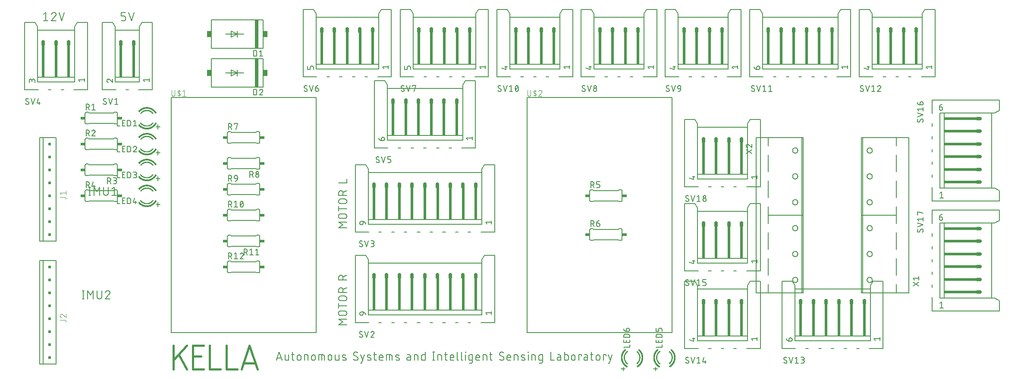
<source format=gbr>
G04 EAGLE Gerber RS-274X export*
G75*
%MOMM*%
%FSLAX34Y34*%
%LPD*%
%INSilkscreen Top*%
%IPPOS*%
%AMOC8*
5,1,8,0,0,1.08239X$1,22.5*%
G01*
%ADD10C,0.152400*%
%ADD11C,0.406400*%
%ADD12R,0.762000X5.588000*%
%ADD13R,0.889000X1.270000*%
%ADD14C,0.127000*%
%ADD15R,0.508000X0.508000*%
%ADD16C,0.101600*%
%ADD17C,0.660400*%
%ADD18R,0.609600X6.604000*%
%ADD19R,0.863600X0.609600*%
%ADD20R,6.604000X0.609600*%
%ADD21C,0.015238*%
%ADD22C,0.025400*%


D10*
X64262Y711906D02*
X68778Y715518D01*
X68778Y699262D01*
X73293Y699262D02*
X64262Y699262D01*
X84860Y715518D02*
X84985Y715516D01*
X85110Y715510D01*
X85235Y715501D01*
X85359Y715487D01*
X85483Y715470D01*
X85607Y715449D01*
X85729Y715424D01*
X85851Y715395D01*
X85972Y715363D01*
X86092Y715327D01*
X86211Y715287D01*
X86328Y715244D01*
X86444Y715197D01*
X86559Y715146D01*
X86671Y715092D01*
X86783Y715034D01*
X86892Y714974D01*
X86999Y714909D01*
X87105Y714842D01*
X87208Y714771D01*
X87309Y714697D01*
X87408Y714620D01*
X87504Y714540D01*
X87598Y714457D01*
X87689Y714372D01*
X87778Y714283D01*
X87863Y714192D01*
X87946Y714098D01*
X88026Y714002D01*
X88103Y713903D01*
X88177Y713802D01*
X88248Y713699D01*
X88315Y713593D01*
X88380Y713486D01*
X88440Y713377D01*
X88498Y713265D01*
X88552Y713153D01*
X88603Y713038D01*
X88650Y712922D01*
X88693Y712805D01*
X88733Y712686D01*
X88769Y712566D01*
X88801Y712445D01*
X88830Y712323D01*
X88855Y712201D01*
X88876Y712077D01*
X88893Y711953D01*
X88907Y711829D01*
X88916Y711704D01*
X88922Y711579D01*
X88924Y711454D01*
X84860Y715518D02*
X84717Y715516D01*
X84575Y715510D01*
X84432Y715500D01*
X84290Y715487D01*
X84149Y715469D01*
X84007Y715448D01*
X83867Y715423D01*
X83727Y715394D01*
X83588Y715361D01*
X83450Y715324D01*
X83313Y715284D01*
X83178Y715240D01*
X83043Y715192D01*
X82910Y715140D01*
X82778Y715085D01*
X82648Y715026D01*
X82520Y714964D01*
X82393Y714898D01*
X82268Y714829D01*
X82145Y714757D01*
X82025Y714681D01*
X81906Y714602D01*
X81789Y714519D01*
X81675Y714434D01*
X81563Y714345D01*
X81454Y714254D01*
X81347Y714159D01*
X81242Y714062D01*
X81141Y713961D01*
X81042Y713858D01*
X80946Y713753D01*
X80853Y713644D01*
X80763Y713533D01*
X80676Y713420D01*
X80592Y713305D01*
X80512Y713187D01*
X80434Y713067D01*
X80360Y712945D01*
X80290Y712821D01*
X80222Y712695D01*
X80159Y712567D01*
X80098Y712438D01*
X80041Y712307D01*
X79988Y712175D01*
X79939Y712041D01*
X79893Y711906D01*
X87569Y708293D02*
X87663Y708385D01*
X87753Y708479D01*
X87841Y708576D01*
X87926Y708676D01*
X88008Y708778D01*
X88087Y708883D01*
X88162Y708990D01*
X88234Y709099D01*
X88303Y709210D01*
X88369Y709324D01*
X88431Y709439D01*
X88490Y709556D01*
X88545Y709675D01*
X88596Y709795D01*
X88644Y709917D01*
X88689Y710040D01*
X88729Y710164D01*
X88766Y710290D01*
X88799Y710417D01*
X88828Y710544D01*
X88854Y710673D01*
X88875Y710802D01*
X88893Y710932D01*
X88906Y711062D01*
X88916Y711192D01*
X88922Y711323D01*
X88924Y711454D01*
X87570Y708293D02*
X79893Y699262D01*
X88924Y699262D01*
X100040Y699262D02*
X94621Y715518D01*
X105459Y715518D02*
X100040Y699262D01*
X216662Y699262D02*
X222081Y699262D01*
X222199Y699264D01*
X222317Y699270D01*
X222435Y699279D01*
X222552Y699293D01*
X222669Y699310D01*
X222786Y699331D01*
X222901Y699356D01*
X223016Y699385D01*
X223130Y699418D01*
X223242Y699454D01*
X223353Y699494D01*
X223463Y699537D01*
X223572Y699584D01*
X223679Y699634D01*
X223784Y699689D01*
X223887Y699746D01*
X223988Y699807D01*
X224088Y699871D01*
X224185Y699938D01*
X224280Y700008D01*
X224372Y700082D01*
X224463Y700158D01*
X224550Y700238D01*
X224635Y700320D01*
X224717Y700405D01*
X224797Y700492D01*
X224873Y700583D01*
X224947Y700675D01*
X225017Y700770D01*
X225084Y700867D01*
X225148Y700967D01*
X225209Y701068D01*
X225266Y701171D01*
X225321Y701276D01*
X225371Y701383D01*
X225418Y701492D01*
X225461Y701602D01*
X225501Y701713D01*
X225537Y701825D01*
X225570Y701939D01*
X225599Y702054D01*
X225624Y702169D01*
X225645Y702286D01*
X225662Y702403D01*
X225676Y702520D01*
X225685Y702638D01*
X225691Y702756D01*
X225693Y702874D01*
X225693Y704681D01*
X225691Y704799D01*
X225685Y704917D01*
X225676Y705035D01*
X225662Y705152D01*
X225645Y705269D01*
X225624Y705386D01*
X225599Y705501D01*
X225570Y705616D01*
X225537Y705730D01*
X225501Y705842D01*
X225461Y705953D01*
X225418Y706063D01*
X225371Y706172D01*
X225321Y706279D01*
X225266Y706384D01*
X225209Y706487D01*
X225148Y706588D01*
X225084Y706688D01*
X225017Y706785D01*
X224947Y706880D01*
X224873Y706972D01*
X224797Y707063D01*
X224717Y707150D01*
X224635Y707235D01*
X224550Y707317D01*
X224463Y707397D01*
X224372Y707473D01*
X224280Y707547D01*
X224185Y707617D01*
X224088Y707684D01*
X223988Y707748D01*
X223887Y707809D01*
X223784Y707866D01*
X223679Y707921D01*
X223572Y707971D01*
X223463Y708018D01*
X223353Y708061D01*
X223242Y708101D01*
X223130Y708137D01*
X223016Y708170D01*
X222901Y708199D01*
X222786Y708224D01*
X222669Y708245D01*
X222552Y708262D01*
X222435Y708276D01*
X222317Y708285D01*
X222199Y708291D01*
X222081Y708293D01*
X216662Y708293D01*
X216662Y715518D01*
X225693Y715518D01*
X231390Y715518D02*
X236809Y699262D01*
X242227Y715518D01*
X154968Y372618D02*
X154968Y356362D01*
X153162Y356362D02*
X156774Y356362D01*
X156774Y372618D02*
X153162Y372618D01*
X163618Y372618D02*
X163618Y356362D01*
X169036Y363587D02*
X163618Y372618D01*
X169036Y363587D02*
X174455Y372618D01*
X174455Y356362D01*
X182236Y360878D02*
X182236Y372618D01*
X182236Y360878D02*
X182238Y360745D01*
X182244Y360613D01*
X182254Y360481D01*
X182267Y360349D01*
X182285Y360217D01*
X182306Y360087D01*
X182331Y359956D01*
X182360Y359827D01*
X182393Y359699D01*
X182429Y359571D01*
X182469Y359445D01*
X182513Y359320D01*
X182561Y359196D01*
X182612Y359074D01*
X182667Y358953D01*
X182725Y358834D01*
X182787Y358716D01*
X182852Y358601D01*
X182921Y358487D01*
X182992Y358376D01*
X183068Y358267D01*
X183146Y358160D01*
X183227Y358055D01*
X183312Y357953D01*
X183399Y357853D01*
X183489Y357756D01*
X183582Y357661D01*
X183678Y357570D01*
X183776Y357481D01*
X183877Y357395D01*
X183981Y357312D01*
X184087Y357232D01*
X184195Y357156D01*
X184305Y357082D01*
X184418Y357012D01*
X184532Y356945D01*
X184649Y356882D01*
X184767Y356822D01*
X184887Y356765D01*
X185009Y356712D01*
X185132Y356663D01*
X185256Y356617D01*
X185382Y356575D01*
X185509Y356537D01*
X185637Y356502D01*
X185766Y356471D01*
X185895Y356444D01*
X186026Y356421D01*
X186157Y356401D01*
X186289Y356386D01*
X186421Y356374D01*
X186553Y356366D01*
X186686Y356362D01*
X186818Y356362D01*
X186951Y356366D01*
X187083Y356374D01*
X187215Y356386D01*
X187347Y356401D01*
X187478Y356421D01*
X187609Y356444D01*
X187738Y356471D01*
X187867Y356502D01*
X187995Y356537D01*
X188122Y356575D01*
X188248Y356617D01*
X188372Y356663D01*
X188495Y356712D01*
X188617Y356765D01*
X188737Y356822D01*
X188855Y356882D01*
X188972Y356945D01*
X189086Y357012D01*
X189199Y357082D01*
X189309Y357156D01*
X189417Y357232D01*
X189523Y357312D01*
X189627Y357395D01*
X189728Y357481D01*
X189826Y357570D01*
X189922Y357661D01*
X190015Y357756D01*
X190105Y357853D01*
X190192Y357953D01*
X190277Y358055D01*
X190358Y358160D01*
X190436Y358267D01*
X190512Y358376D01*
X190583Y358487D01*
X190652Y358601D01*
X190717Y358716D01*
X190779Y358834D01*
X190837Y358953D01*
X190892Y359074D01*
X190943Y359196D01*
X190991Y359320D01*
X191035Y359445D01*
X191075Y359571D01*
X191111Y359699D01*
X191144Y359827D01*
X191173Y359956D01*
X191198Y360087D01*
X191219Y360217D01*
X191237Y360349D01*
X191250Y360481D01*
X191260Y360613D01*
X191266Y360745D01*
X191268Y360878D01*
X191267Y360878D02*
X191267Y372618D01*
X198388Y369006D02*
X202904Y372618D01*
X202904Y356362D01*
X198388Y356362D02*
X207420Y356362D01*
X142268Y169418D02*
X142268Y153162D01*
X140462Y153162D02*
X144074Y153162D01*
X144074Y169418D02*
X140462Y169418D01*
X150918Y169418D02*
X150918Y153162D01*
X156336Y160387D02*
X150918Y169418D01*
X156336Y160387D02*
X161755Y169418D01*
X161755Y153162D01*
X169536Y157678D02*
X169536Y169418D01*
X169536Y157678D02*
X169538Y157545D01*
X169544Y157413D01*
X169554Y157281D01*
X169567Y157149D01*
X169585Y157017D01*
X169606Y156887D01*
X169631Y156756D01*
X169660Y156627D01*
X169693Y156499D01*
X169729Y156371D01*
X169769Y156245D01*
X169813Y156120D01*
X169861Y155996D01*
X169912Y155874D01*
X169967Y155753D01*
X170025Y155634D01*
X170087Y155516D01*
X170152Y155401D01*
X170221Y155287D01*
X170292Y155176D01*
X170368Y155067D01*
X170446Y154960D01*
X170527Y154855D01*
X170612Y154753D01*
X170699Y154653D01*
X170789Y154556D01*
X170882Y154461D01*
X170978Y154370D01*
X171076Y154281D01*
X171177Y154195D01*
X171281Y154112D01*
X171387Y154032D01*
X171495Y153956D01*
X171605Y153882D01*
X171718Y153812D01*
X171832Y153745D01*
X171949Y153682D01*
X172067Y153622D01*
X172187Y153565D01*
X172309Y153512D01*
X172432Y153463D01*
X172556Y153417D01*
X172682Y153375D01*
X172809Y153337D01*
X172937Y153302D01*
X173066Y153271D01*
X173195Y153244D01*
X173326Y153221D01*
X173457Y153201D01*
X173589Y153186D01*
X173721Y153174D01*
X173853Y153166D01*
X173986Y153162D01*
X174118Y153162D01*
X174251Y153166D01*
X174383Y153174D01*
X174515Y153186D01*
X174647Y153201D01*
X174778Y153221D01*
X174909Y153244D01*
X175038Y153271D01*
X175167Y153302D01*
X175295Y153337D01*
X175422Y153375D01*
X175548Y153417D01*
X175672Y153463D01*
X175795Y153512D01*
X175917Y153565D01*
X176037Y153622D01*
X176155Y153682D01*
X176272Y153745D01*
X176386Y153812D01*
X176499Y153882D01*
X176609Y153956D01*
X176717Y154032D01*
X176823Y154112D01*
X176927Y154195D01*
X177028Y154281D01*
X177126Y154370D01*
X177222Y154461D01*
X177315Y154556D01*
X177405Y154653D01*
X177492Y154753D01*
X177577Y154855D01*
X177658Y154960D01*
X177736Y155067D01*
X177812Y155176D01*
X177883Y155287D01*
X177952Y155401D01*
X178017Y155516D01*
X178079Y155634D01*
X178137Y155753D01*
X178192Y155874D01*
X178243Y155996D01*
X178291Y156120D01*
X178335Y156245D01*
X178375Y156371D01*
X178411Y156499D01*
X178444Y156627D01*
X178473Y156756D01*
X178498Y156887D01*
X178519Y157017D01*
X178537Y157149D01*
X178550Y157281D01*
X178560Y157413D01*
X178566Y157545D01*
X178568Y157678D01*
X178567Y157678D02*
X178567Y169418D01*
X190656Y169418D02*
X190781Y169416D01*
X190906Y169410D01*
X191031Y169401D01*
X191155Y169387D01*
X191279Y169370D01*
X191403Y169349D01*
X191525Y169324D01*
X191647Y169295D01*
X191768Y169263D01*
X191888Y169227D01*
X192007Y169187D01*
X192124Y169144D01*
X192240Y169097D01*
X192355Y169046D01*
X192467Y168992D01*
X192579Y168934D01*
X192688Y168874D01*
X192795Y168809D01*
X192901Y168742D01*
X193004Y168671D01*
X193105Y168597D01*
X193204Y168520D01*
X193300Y168440D01*
X193394Y168357D01*
X193485Y168272D01*
X193574Y168183D01*
X193659Y168092D01*
X193742Y167998D01*
X193822Y167902D01*
X193899Y167803D01*
X193973Y167702D01*
X194044Y167599D01*
X194111Y167493D01*
X194176Y167386D01*
X194236Y167277D01*
X194294Y167165D01*
X194348Y167053D01*
X194399Y166938D01*
X194446Y166822D01*
X194489Y166705D01*
X194529Y166586D01*
X194565Y166466D01*
X194597Y166345D01*
X194626Y166223D01*
X194651Y166101D01*
X194672Y165977D01*
X194689Y165853D01*
X194703Y165729D01*
X194712Y165604D01*
X194718Y165479D01*
X194720Y165354D01*
X190656Y169418D02*
X190513Y169416D01*
X190371Y169410D01*
X190228Y169400D01*
X190086Y169387D01*
X189945Y169369D01*
X189803Y169348D01*
X189663Y169323D01*
X189523Y169294D01*
X189384Y169261D01*
X189246Y169224D01*
X189109Y169184D01*
X188974Y169140D01*
X188839Y169092D01*
X188706Y169040D01*
X188574Y168985D01*
X188444Y168926D01*
X188316Y168864D01*
X188189Y168798D01*
X188064Y168729D01*
X187941Y168657D01*
X187821Y168581D01*
X187702Y168502D01*
X187585Y168419D01*
X187471Y168334D01*
X187359Y168245D01*
X187250Y168154D01*
X187143Y168059D01*
X187038Y167962D01*
X186937Y167861D01*
X186838Y167758D01*
X186742Y167653D01*
X186649Y167544D01*
X186559Y167433D01*
X186472Y167320D01*
X186388Y167205D01*
X186308Y167087D01*
X186230Y166967D01*
X186156Y166845D01*
X186086Y166721D01*
X186018Y166595D01*
X185955Y166467D01*
X185894Y166338D01*
X185837Y166207D01*
X185784Y166075D01*
X185735Y165941D01*
X185689Y165806D01*
X193364Y162193D02*
X193458Y162285D01*
X193548Y162379D01*
X193636Y162476D01*
X193721Y162576D01*
X193803Y162678D01*
X193882Y162783D01*
X193957Y162890D01*
X194029Y162999D01*
X194098Y163110D01*
X194164Y163224D01*
X194226Y163339D01*
X194285Y163456D01*
X194340Y163575D01*
X194391Y163695D01*
X194439Y163817D01*
X194484Y163940D01*
X194524Y164064D01*
X194561Y164190D01*
X194594Y164317D01*
X194623Y164444D01*
X194649Y164573D01*
X194670Y164702D01*
X194688Y164832D01*
X194701Y164962D01*
X194711Y165092D01*
X194717Y165223D01*
X194719Y165354D01*
X193365Y162193D02*
X185688Y153162D01*
X194720Y153162D01*
X643382Y292862D02*
X659638Y292862D01*
X652413Y298281D02*
X643382Y292862D01*
X652413Y298281D02*
X643382Y303699D01*
X659638Y303699D01*
X655122Y310959D02*
X647898Y310959D01*
X647765Y310961D01*
X647633Y310967D01*
X647501Y310977D01*
X647369Y310990D01*
X647237Y311008D01*
X647107Y311029D01*
X646976Y311054D01*
X646847Y311083D01*
X646719Y311116D01*
X646591Y311152D01*
X646465Y311192D01*
X646340Y311236D01*
X646216Y311284D01*
X646094Y311335D01*
X645973Y311390D01*
X645854Y311448D01*
X645736Y311510D01*
X645621Y311575D01*
X645507Y311644D01*
X645396Y311715D01*
X645287Y311791D01*
X645180Y311869D01*
X645075Y311950D01*
X644973Y312035D01*
X644873Y312122D01*
X644776Y312212D01*
X644681Y312305D01*
X644590Y312401D01*
X644501Y312499D01*
X644415Y312600D01*
X644332Y312704D01*
X644252Y312810D01*
X644176Y312918D01*
X644102Y313028D01*
X644032Y313141D01*
X643965Y313255D01*
X643902Y313372D01*
X643842Y313490D01*
X643785Y313610D01*
X643732Y313732D01*
X643683Y313855D01*
X643637Y313979D01*
X643595Y314105D01*
X643557Y314232D01*
X643522Y314360D01*
X643491Y314489D01*
X643464Y314618D01*
X643441Y314749D01*
X643421Y314880D01*
X643406Y315012D01*
X643394Y315144D01*
X643386Y315276D01*
X643382Y315409D01*
X643382Y315541D01*
X643386Y315674D01*
X643394Y315806D01*
X643406Y315938D01*
X643421Y316070D01*
X643441Y316201D01*
X643464Y316332D01*
X643491Y316461D01*
X643522Y316590D01*
X643557Y316718D01*
X643595Y316845D01*
X643637Y316971D01*
X643683Y317095D01*
X643732Y317218D01*
X643785Y317340D01*
X643842Y317460D01*
X643902Y317578D01*
X643965Y317695D01*
X644032Y317809D01*
X644102Y317922D01*
X644176Y318032D01*
X644252Y318140D01*
X644332Y318246D01*
X644415Y318350D01*
X644501Y318451D01*
X644590Y318549D01*
X644681Y318645D01*
X644776Y318738D01*
X644873Y318828D01*
X644973Y318915D01*
X645075Y319000D01*
X645180Y319081D01*
X645287Y319159D01*
X645396Y319235D01*
X645507Y319306D01*
X645621Y319375D01*
X645736Y319440D01*
X645854Y319502D01*
X645973Y319560D01*
X646094Y319615D01*
X646216Y319666D01*
X646340Y319714D01*
X646465Y319758D01*
X646591Y319798D01*
X646719Y319834D01*
X646847Y319867D01*
X646976Y319896D01*
X647107Y319921D01*
X647237Y319942D01*
X647369Y319960D01*
X647501Y319973D01*
X647633Y319983D01*
X647765Y319989D01*
X647898Y319991D01*
X655122Y319991D01*
X655255Y319989D01*
X655387Y319983D01*
X655519Y319973D01*
X655651Y319960D01*
X655783Y319942D01*
X655913Y319921D01*
X656044Y319896D01*
X656173Y319867D01*
X656301Y319834D01*
X656429Y319798D01*
X656555Y319758D01*
X656680Y319714D01*
X656804Y319666D01*
X656926Y319615D01*
X657047Y319560D01*
X657166Y319502D01*
X657284Y319440D01*
X657399Y319375D01*
X657513Y319306D01*
X657624Y319235D01*
X657733Y319159D01*
X657840Y319081D01*
X657945Y319000D01*
X658047Y318915D01*
X658147Y318828D01*
X658244Y318738D01*
X658339Y318645D01*
X658430Y318549D01*
X658519Y318451D01*
X658605Y318350D01*
X658688Y318246D01*
X658768Y318140D01*
X658844Y318032D01*
X658918Y317922D01*
X658988Y317809D01*
X659055Y317695D01*
X659118Y317578D01*
X659178Y317460D01*
X659235Y317340D01*
X659288Y317218D01*
X659337Y317095D01*
X659383Y316971D01*
X659425Y316845D01*
X659463Y316718D01*
X659498Y316590D01*
X659529Y316461D01*
X659556Y316332D01*
X659579Y316201D01*
X659599Y316070D01*
X659614Y315938D01*
X659626Y315806D01*
X659634Y315674D01*
X659638Y315541D01*
X659638Y315409D01*
X659634Y315276D01*
X659626Y315144D01*
X659614Y315012D01*
X659599Y314880D01*
X659579Y314749D01*
X659556Y314618D01*
X659529Y314489D01*
X659498Y314360D01*
X659463Y314232D01*
X659425Y314105D01*
X659383Y313979D01*
X659337Y313855D01*
X659288Y313732D01*
X659235Y313610D01*
X659178Y313490D01*
X659118Y313372D01*
X659055Y313255D01*
X658988Y313141D01*
X658918Y313028D01*
X658844Y312918D01*
X658768Y312810D01*
X658688Y312704D01*
X658605Y312600D01*
X658519Y312499D01*
X658430Y312401D01*
X658339Y312305D01*
X658244Y312212D01*
X658147Y312122D01*
X658047Y312035D01*
X657945Y311950D01*
X657840Y311869D01*
X657733Y311791D01*
X657624Y311715D01*
X657513Y311644D01*
X657399Y311575D01*
X657284Y311510D01*
X657166Y311448D01*
X657047Y311390D01*
X656926Y311335D01*
X656804Y311284D01*
X656680Y311236D01*
X656555Y311192D01*
X656429Y311152D01*
X656301Y311116D01*
X656173Y311083D01*
X656044Y311054D01*
X655913Y311029D01*
X655783Y311008D01*
X655651Y310990D01*
X655519Y310977D01*
X655387Y310967D01*
X655255Y310961D01*
X655122Y310959D01*
X659638Y330064D02*
X643382Y330064D01*
X643382Y325549D02*
X643382Y334580D01*
X647898Y340138D02*
X655122Y340138D01*
X647898Y340137D02*
X647765Y340139D01*
X647633Y340145D01*
X647501Y340155D01*
X647369Y340168D01*
X647237Y340186D01*
X647107Y340207D01*
X646976Y340232D01*
X646847Y340261D01*
X646719Y340294D01*
X646591Y340330D01*
X646465Y340370D01*
X646340Y340414D01*
X646216Y340462D01*
X646094Y340513D01*
X645973Y340568D01*
X645854Y340626D01*
X645736Y340688D01*
X645621Y340753D01*
X645507Y340822D01*
X645396Y340893D01*
X645287Y340969D01*
X645180Y341047D01*
X645075Y341128D01*
X644973Y341213D01*
X644873Y341300D01*
X644776Y341390D01*
X644681Y341483D01*
X644590Y341579D01*
X644501Y341677D01*
X644415Y341778D01*
X644332Y341882D01*
X644252Y341988D01*
X644176Y342096D01*
X644102Y342206D01*
X644032Y342319D01*
X643965Y342433D01*
X643902Y342550D01*
X643842Y342668D01*
X643785Y342788D01*
X643732Y342910D01*
X643683Y343033D01*
X643637Y343157D01*
X643595Y343283D01*
X643557Y343410D01*
X643522Y343538D01*
X643491Y343667D01*
X643464Y343796D01*
X643441Y343927D01*
X643421Y344058D01*
X643406Y344190D01*
X643394Y344322D01*
X643386Y344454D01*
X643382Y344587D01*
X643382Y344719D01*
X643386Y344852D01*
X643394Y344984D01*
X643406Y345116D01*
X643421Y345248D01*
X643441Y345379D01*
X643464Y345510D01*
X643491Y345639D01*
X643522Y345768D01*
X643557Y345896D01*
X643595Y346023D01*
X643637Y346149D01*
X643683Y346273D01*
X643732Y346396D01*
X643785Y346518D01*
X643842Y346638D01*
X643902Y346756D01*
X643965Y346873D01*
X644032Y346987D01*
X644102Y347100D01*
X644176Y347210D01*
X644252Y347318D01*
X644332Y347424D01*
X644415Y347528D01*
X644501Y347629D01*
X644590Y347727D01*
X644681Y347823D01*
X644776Y347916D01*
X644873Y348006D01*
X644973Y348093D01*
X645075Y348178D01*
X645180Y348259D01*
X645287Y348337D01*
X645396Y348413D01*
X645507Y348484D01*
X645621Y348553D01*
X645736Y348618D01*
X645854Y348680D01*
X645973Y348738D01*
X646094Y348793D01*
X646216Y348844D01*
X646340Y348892D01*
X646465Y348936D01*
X646591Y348976D01*
X646719Y349012D01*
X646847Y349045D01*
X646976Y349074D01*
X647107Y349099D01*
X647237Y349120D01*
X647369Y349138D01*
X647501Y349151D01*
X647633Y349161D01*
X647765Y349167D01*
X647898Y349169D01*
X655122Y349169D01*
X655255Y349167D01*
X655387Y349161D01*
X655519Y349151D01*
X655651Y349138D01*
X655783Y349120D01*
X655913Y349099D01*
X656044Y349074D01*
X656173Y349045D01*
X656301Y349012D01*
X656429Y348976D01*
X656555Y348936D01*
X656680Y348892D01*
X656804Y348844D01*
X656926Y348793D01*
X657047Y348738D01*
X657166Y348680D01*
X657284Y348618D01*
X657399Y348553D01*
X657513Y348484D01*
X657624Y348413D01*
X657733Y348337D01*
X657840Y348259D01*
X657945Y348178D01*
X658047Y348093D01*
X658147Y348006D01*
X658244Y347916D01*
X658339Y347823D01*
X658430Y347727D01*
X658519Y347629D01*
X658605Y347528D01*
X658688Y347424D01*
X658768Y347318D01*
X658844Y347210D01*
X658918Y347100D01*
X658988Y346987D01*
X659055Y346873D01*
X659118Y346756D01*
X659178Y346638D01*
X659235Y346518D01*
X659288Y346396D01*
X659337Y346273D01*
X659383Y346149D01*
X659425Y346023D01*
X659463Y345896D01*
X659498Y345768D01*
X659529Y345639D01*
X659556Y345510D01*
X659579Y345379D01*
X659599Y345248D01*
X659614Y345116D01*
X659626Y344984D01*
X659634Y344852D01*
X659638Y344719D01*
X659638Y344587D01*
X659634Y344454D01*
X659626Y344322D01*
X659614Y344190D01*
X659599Y344058D01*
X659579Y343927D01*
X659556Y343796D01*
X659529Y343667D01*
X659498Y343538D01*
X659463Y343410D01*
X659425Y343283D01*
X659383Y343157D01*
X659337Y343033D01*
X659288Y342910D01*
X659235Y342788D01*
X659178Y342668D01*
X659118Y342550D01*
X659055Y342433D01*
X658988Y342319D01*
X658918Y342206D01*
X658844Y342096D01*
X658768Y341988D01*
X658688Y341882D01*
X658605Y341778D01*
X658519Y341677D01*
X658430Y341579D01*
X658339Y341483D01*
X658244Y341390D01*
X658147Y341300D01*
X658047Y341213D01*
X657945Y341128D01*
X657840Y341047D01*
X657733Y340969D01*
X657624Y340893D01*
X657513Y340822D01*
X657399Y340753D01*
X657284Y340688D01*
X657166Y340626D01*
X657047Y340568D01*
X656926Y340513D01*
X656804Y340462D01*
X656680Y340414D01*
X656555Y340370D01*
X656429Y340330D01*
X656301Y340294D01*
X656173Y340261D01*
X656044Y340232D01*
X655913Y340207D01*
X655783Y340186D01*
X655651Y340168D01*
X655519Y340155D01*
X655387Y340145D01*
X655255Y340139D01*
X655122Y340137D01*
X659638Y356382D02*
X643382Y356382D01*
X643382Y360897D01*
X643384Y361030D01*
X643390Y361162D01*
X643400Y361294D01*
X643413Y361426D01*
X643431Y361558D01*
X643452Y361688D01*
X643477Y361819D01*
X643506Y361948D01*
X643539Y362076D01*
X643575Y362204D01*
X643615Y362330D01*
X643659Y362455D01*
X643707Y362579D01*
X643758Y362701D01*
X643813Y362822D01*
X643871Y362941D01*
X643933Y363059D01*
X643998Y363174D01*
X644067Y363288D01*
X644138Y363399D01*
X644214Y363508D01*
X644292Y363615D01*
X644373Y363720D01*
X644458Y363822D01*
X644545Y363922D01*
X644635Y364019D01*
X644728Y364114D01*
X644824Y364205D01*
X644922Y364294D01*
X645023Y364380D01*
X645127Y364463D01*
X645233Y364543D01*
X645341Y364619D01*
X645451Y364693D01*
X645564Y364763D01*
X645678Y364830D01*
X645795Y364893D01*
X645913Y364953D01*
X646033Y365010D01*
X646155Y365063D01*
X646278Y365112D01*
X646402Y365158D01*
X646528Y365200D01*
X646655Y365238D01*
X646783Y365273D01*
X646912Y365304D01*
X647041Y365331D01*
X647172Y365354D01*
X647303Y365374D01*
X647435Y365389D01*
X647567Y365401D01*
X647699Y365409D01*
X647832Y365413D01*
X647964Y365413D01*
X648097Y365409D01*
X648229Y365401D01*
X648361Y365389D01*
X648493Y365374D01*
X648624Y365354D01*
X648755Y365331D01*
X648884Y365304D01*
X649013Y365273D01*
X649141Y365238D01*
X649268Y365200D01*
X649394Y365158D01*
X649518Y365112D01*
X649641Y365063D01*
X649763Y365010D01*
X649883Y364953D01*
X650001Y364893D01*
X650118Y364830D01*
X650232Y364763D01*
X650345Y364693D01*
X650455Y364619D01*
X650563Y364543D01*
X650669Y364463D01*
X650773Y364380D01*
X650874Y364294D01*
X650972Y364205D01*
X651068Y364114D01*
X651161Y364019D01*
X651251Y363922D01*
X651338Y363822D01*
X651423Y363720D01*
X651504Y363615D01*
X651582Y363508D01*
X651658Y363399D01*
X651729Y363288D01*
X651798Y363174D01*
X651863Y363059D01*
X651925Y362941D01*
X651983Y362822D01*
X652038Y362701D01*
X652089Y362579D01*
X652137Y362455D01*
X652181Y362330D01*
X652221Y362204D01*
X652257Y362076D01*
X652290Y361948D01*
X652319Y361819D01*
X652344Y361688D01*
X652365Y361558D01*
X652383Y361426D01*
X652396Y361294D01*
X652406Y361162D01*
X652412Y361030D01*
X652414Y360897D01*
X652413Y360897D02*
X652413Y356382D01*
X652413Y361800D02*
X659638Y365413D01*
X659638Y380809D02*
X643382Y380809D01*
X659638Y380809D02*
X659638Y388034D01*
X659638Y102362D02*
X643382Y102362D01*
X652413Y107781D01*
X643382Y113199D01*
X659638Y113199D01*
X655122Y120459D02*
X647898Y120459D01*
X647765Y120461D01*
X647633Y120467D01*
X647501Y120477D01*
X647369Y120490D01*
X647237Y120508D01*
X647107Y120529D01*
X646976Y120554D01*
X646847Y120583D01*
X646719Y120616D01*
X646591Y120652D01*
X646465Y120692D01*
X646340Y120736D01*
X646216Y120784D01*
X646094Y120835D01*
X645973Y120890D01*
X645854Y120948D01*
X645736Y121010D01*
X645621Y121075D01*
X645507Y121144D01*
X645396Y121215D01*
X645287Y121291D01*
X645180Y121369D01*
X645075Y121450D01*
X644973Y121535D01*
X644873Y121622D01*
X644776Y121712D01*
X644681Y121805D01*
X644590Y121901D01*
X644501Y121999D01*
X644415Y122100D01*
X644332Y122204D01*
X644252Y122310D01*
X644176Y122418D01*
X644102Y122528D01*
X644032Y122641D01*
X643965Y122755D01*
X643902Y122872D01*
X643842Y122990D01*
X643785Y123110D01*
X643732Y123232D01*
X643683Y123355D01*
X643637Y123479D01*
X643595Y123605D01*
X643557Y123732D01*
X643522Y123860D01*
X643491Y123989D01*
X643464Y124118D01*
X643441Y124249D01*
X643421Y124380D01*
X643406Y124512D01*
X643394Y124644D01*
X643386Y124776D01*
X643382Y124909D01*
X643382Y125041D01*
X643386Y125174D01*
X643394Y125306D01*
X643406Y125438D01*
X643421Y125570D01*
X643441Y125701D01*
X643464Y125832D01*
X643491Y125961D01*
X643522Y126090D01*
X643557Y126218D01*
X643595Y126345D01*
X643637Y126471D01*
X643683Y126595D01*
X643732Y126718D01*
X643785Y126840D01*
X643842Y126960D01*
X643902Y127078D01*
X643965Y127195D01*
X644032Y127309D01*
X644102Y127422D01*
X644176Y127532D01*
X644252Y127640D01*
X644332Y127746D01*
X644415Y127850D01*
X644501Y127951D01*
X644590Y128049D01*
X644681Y128145D01*
X644776Y128238D01*
X644873Y128328D01*
X644973Y128415D01*
X645075Y128500D01*
X645180Y128581D01*
X645287Y128659D01*
X645396Y128735D01*
X645507Y128806D01*
X645621Y128875D01*
X645736Y128940D01*
X645854Y129002D01*
X645973Y129060D01*
X646094Y129115D01*
X646216Y129166D01*
X646340Y129214D01*
X646465Y129258D01*
X646591Y129298D01*
X646719Y129334D01*
X646847Y129367D01*
X646976Y129396D01*
X647107Y129421D01*
X647237Y129442D01*
X647369Y129460D01*
X647501Y129473D01*
X647633Y129483D01*
X647765Y129489D01*
X647898Y129491D01*
X655122Y129491D01*
X655255Y129489D01*
X655387Y129483D01*
X655519Y129473D01*
X655651Y129460D01*
X655783Y129442D01*
X655913Y129421D01*
X656044Y129396D01*
X656173Y129367D01*
X656301Y129334D01*
X656429Y129298D01*
X656555Y129258D01*
X656680Y129214D01*
X656804Y129166D01*
X656926Y129115D01*
X657047Y129060D01*
X657166Y129002D01*
X657284Y128940D01*
X657399Y128875D01*
X657513Y128806D01*
X657624Y128735D01*
X657733Y128659D01*
X657840Y128581D01*
X657945Y128500D01*
X658047Y128415D01*
X658147Y128328D01*
X658244Y128238D01*
X658339Y128145D01*
X658430Y128049D01*
X658519Y127951D01*
X658605Y127850D01*
X658688Y127746D01*
X658768Y127640D01*
X658844Y127532D01*
X658918Y127422D01*
X658988Y127309D01*
X659055Y127195D01*
X659118Y127078D01*
X659178Y126960D01*
X659235Y126840D01*
X659288Y126718D01*
X659337Y126595D01*
X659383Y126471D01*
X659425Y126345D01*
X659463Y126218D01*
X659498Y126090D01*
X659529Y125961D01*
X659556Y125832D01*
X659579Y125701D01*
X659599Y125570D01*
X659614Y125438D01*
X659626Y125306D01*
X659634Y125174D01*
X659638Y125041D01*
X659638Y124909D01*
X659634Y124776D01*
X659626Y124644D01*
X659614Y124512D01*
X659599Y124380D01*
X659579Y124249D01*
X659556Y124118D01*
X659529Y123989D01*
X659498Y123860D01*
X659463Y123732D01*
X659425Y123605D01*
X659383Y123479D01*
X659337Y123355D01*
X659288Y123232D01*
X659235Y123110D01*
X659178Y122990D01*
X659118Y122872D01*
X659055Y122755D01*
X658988Y122641D01*
X658918Y122528D01*
X658844Y122418D01*
X658768Y122310D01*
X658688Y122204D01*
X658605Y122100D01*
X658519Y121999D01*
X658430Y121901D01*
X658339Y121805D01*
X658244Y121712D01*
X658147Y121622D01*
X658047Y121535D01*
X657945Y121450D01*
X657840Y121369D01*
X657733Y121291D01*
X657624Y121215D01*
X657513Y121144D01*
X657399Y121075D01*
X657284Y121010D01*
X657166Y120948D01*
X657047Y120890D01*
X656926Y120835D01*
X656804Y120784D01*
X656680Y120736D01*
X656555Y120692D01*
X656429Y120652D01*
X656301Y120616D01*
X656173Y120583D01*
X656044Y120554D01*
X655913Y120529D01*
X655783Y120508D01*
X655651Y120490D01*
X655519Y120477D01*
X655387Y120467D01*
X655255Y120461D01*
X655122Y120459D01*
X659638Y139564D02*
X643382Y139564D01*
X643382Y135049D02*
X643382Y144080D01*
X647898Y149638D02*
X655122Y149638D01*
X647898Y149637D02*
X647765Y149639D01*
X647633Y149645D01*
X647501Y149655D01*
X647369Y149668D01*
X647237Y149686D01*
X647107Y149707D01*
X646976Y149732D01*
X646847Y149761D01*
X646719Y149794D01*
X646591Y149830D01*
X646465Y149870D01*
X646340Y149914D01*
X646216Y149962D01*
X646094Y150013D01*
X645973Y150068D01*
X645854Y150126D01*
X645736Y150188D01*
X645621Y150253D01*
X645507Y150322D01*
X645396Y150393D01*
X645287Y150469D01*
X645180Y150547D01*
X645075Y150628D01*
X644973Y150713D01*
X644873Y150800D01*
X644776Y150890D01*
X644681Y150983D01*
X644590Y151079D01*
X644501Y151177D01*
X644415Y151278D01*
X644332Y151382D01*
X644252Y151488D01*
X644176Y151596D01*
X644102Y151706D01*
X644032Y151819D01*
X643965Y151933D01*
X643902Y152050D01*
X643842Y152168D01*
X643785Y152288D01*
X643732Y152410D01*
X643683Y152533D01*
X643637Y152657D01*
X643595Y152783D01*
X643557Y152910D01*
X643522Y153038D01*
X643491Y153167D01*
X643464Y153296D01*
X643441Y153427D01*
X643421Y153558D01*
X643406Y153690D01*
X643394Y153822D01*
X643386Y153954D01*
X643382Y154087D01*
X643382Y154219D01*
X643386Y154352D01*
X643394Y154484D01*
X643406Y154616D01*
X643421Y154748D01*
X643441Y154879D01*
X643464Y155010D01*
X643491Y155139D01*
X643522Y155268D01*
X643557Y155396D01*
X643595Y155523D01*
X643637Y155649D01*
X643683Y155773D01*
X643732Y155896D01*
X643785Y156018D01*
X643842Y156138D01*
X643902Y156256D01*
X643965Y156373D01*
X644032Y156487D01*
X644102Y156600D01*
X644176Y156710D01*
X644252Y156818D01*
X644332Y156924D01*
X644415Y157028D01*
X644501Y157129D01*
X644590Y157227D01*
X644681Y157323D01*
X644776Y157416D01*
X644873Y157506D01*
X644973Y157593D01*
X645075Y157678D01*
X645180Y157759D01*
X645287Y157837D01*
X645396Y157913D01*
X645507Y157984D01*
X645621Y158053D01*
X645736Y158118D01*
X645854Y158180D01*
X645973Y158238D01*
X646094Y158293D01*
X646216Y158344D01*
X646340Y158392D01*
X646465Y158436D01*
X646591Y158476D01*
X646719Y158512D01*
X646847Y158545D01*
X646976Y158574D01*
X647107Y158599D01*
X647237Y158620D01*
X647369Y158638D01*
X647501Y158651D01*
X647633Y158661D01*
X647765Y158667D01*
X647898Y158669D01*
X655122Y158669D01*
X655255Y158667D01*
X655387Y158661D01*
X655519Y158651D01*
X655651Y158638D01*
X655783Y158620D01*
X655913Y158599D01*
X656044Y158574D01*
X656173Y158545D01*
X656301Y158512D01*
X656429Y158476D01*
X656555Y158436D01*
X656680Y158392D01*
X656804Y158344D01*
X656926Y158293D01*
X657047Y158238D01*
X657166Y158180D01*
X657284Y158118D01*
X657399Y158053D01*
X657513Y157984D01*
X657624Y157913D01*
X657733Y157837D01*
X657840Y157759D01*
X657945Y157678D01*
X658047Y157593D01*
X658147Y157506D01*
X658244Y157416D01*
X658339Y157323D01*
X658430Y157227D01*
X658519Y157129D01*
X658605Y157028D01*
X658688Y156924D01*
X658768Y156818D01*
X658844Y156710D01*
X658918Y156600D01*
X658988Y156487D01*
X659055Y156373D01*
X659118Y156256D01*
X659178Y156138D01*
X659235Y156018D01*
X659288Y155896D01*
X659337Y155773D01*
X659383Y155649D01*
X659425Y155523D01*
X659463Y155396D01*
X659498Y155268D01*
X659529Y155139D01*
X659556Y155010D01*
X659579Y154879D01*
X659599Y154748D01*
X659614Y154616D01*
X659626Y154484D01*
X659634Y154352D01*
X659638Y154219D01*
X659638Y154087D01*
X659634Y153954D01*
X659626Y153822D01*
X659614Y153690D01*
X659599Y153558D01*
X659579Y153427D01*
X659556Y153296D01*
X659529Y153167D01*
X659498Y153038D01*
X659463Y152910D01*
X659425Y152783D01*
X659383Y152657D01*
X659337Y152533D01*
X659288Y152410D01*
X659235Y152288D01*
X659178Y152168D01*
X659118Y152050D01*
X659055Y151933D01*
X658988Y151819D01*
X658918Y151706D01*
X658844Y151596D01*
X658768Y151488D01*
X658688Y151382D01*
X658605Y151278D01*
X658519Y151177D01*
X658430Y151079D01*
X658339Y150983D01*
X658244Y150890D01*
X658147Y150800D01*
X658047Y150713D01*
X657945Y150628D01*
X657840Y150547D01*
X657733Y150469D01*
X657624Y150393D01*
X657513Y150322D01*
X657399Y150253D01*
X657284Y150188D01*
X657166Y150126D01*
X657047Y150068D01*
X656926Y150013D01*
X656804Y149962D01*
X656680Y149914D01*
X656555Y149870D01*
X656429Y149830D01*
X656301Y149794D01*
X656173Y149761D01*
X656044Y149732D01*
X655913Y149707D01*
X655783Y149686D01*
X655651Y149668D01*
X655519Y149655D01*
X655387Y149645D01*
X655255Y149639D01*
X655122Y149637D01*
X659638Y165882D02*
X643382Y165882D01*
X643382Y170397D01*
X643384Y170530D01*
X643390Y170662D01*
X643400Y170794D01*
X643413Y170926D01*
X643431Y171058D01*
X643452Y171188D01*
X643477Y171319D01*
X643506Y171448D01*
X643539Y171576D01*
X643575Y171704D01*
X643615Y171830D01*
X643659Y171955D01*
X643707Y172079D01*
X643758Y172201D01*
X643813Y172322D01*
X643871Y172441D01*
X643933Y172559D01*
X643998Y172674D01*
X644067Y172788D01*
X644138Y172899D01*
X644214Y173008D01*
X644292Y173115D01*
X644373Y173220D01*
X644458Y173322D01*
X644545Y173422D01*
X644635Y173519D01*
X644728Y173614D01*
X644824Y173705D01*
X644922Y173794D01*
X645023Y173880D01*
X645127Y173963D01*
X645233Y174043D01*
X645341Y174119D01*
X645451Y174193D01*
X645564Y174263D01*
X645678Y174330D01*
X645795Y174393D01*
X645913Y174453D01*
X646033Y174510D01*
X646155Y174563D01*
X646278Y174612D01*
X646402Y174658D01*
X646528Y174700D01*
X646655Y174738D01*
X646783Y174773D01*
X646912Y174804D01*
X647041Y174831D01*
X647172Y174854D01*
X647303Y174874D01*
X647435Y174889D01*
X647567Y174901D01*
X647699Y174909D01*
X647832Y174913D01*
X647964Y174913D01*
X648097Y174909D01*
X648229Y174901D01*
X648361Y174889D01*
X648493Y174874D01*
X648624Y174854D01*
X648755Y174831D01*
X648884Y174804D01*
X649013Y174773D01*
X649141Y174738D01*
X649268Y174700D01*
X649394Y174658D01*
X649518Y174612D01*
X649641Y174563D01*
X649763Y174510D01*
X649883Y174453D01*
X650001Y174393D01*
X650118Y174330D01*
X650232Y174263D01*
X650345Y174193D01*
X650455Y174119D01*
X650563Y174043D01*
X650669Y173963D01*
X650773Y173880D01*
X650874Y173794D01*
X650972Y173705D01*
X651068Y173614D01*
X651161Y173519D01*
X651251Y173422D01*
X651338Y173322D01*
X651423Y173220D01*
X651504Y173115D01*
X651582Y173008D01*
X651658Y172899D01*
X651729Y172788D01*
X651798Y172674D01*
X651863Y172559D01*
X651925Y172441D01*
X651983Y172322D01*
X652038Y172201D01*
X652089Y172079D01*
X652137Y171955D01*
X652181Y171830D01*
X652221Y171704D01*
X652257Y171576D01*
X652290Y171448D01*
X652319Y171319D01*
X652344Y171188D01*
X652365Y171058D01*
X652383Y170926D01*
X652396Y170794D01*
X652406Y170662D01*
X652412Y170530D01*
X652414Y170397D01*
X652413Y170397D02*
X652413Y165882D01*
X652413Y171300D02*
X659638Y174913D01*
X659638Y190371D02*
X643382Y190371D01*
X643382Y194886D01*
X643384Y195019D01*
X643390Y195151D01*
X643400Y195283D01*
X643413Y195415D01*
X643431Y195547D01*
X643452Y195677D01*
X643477Y195808D01*
X643506Y195937D01*
X643539Y196065D01*
X643575Y196193D01*
X643615Y196319D01*
X643659Y196444D01*
X643707Y196568D01*
X643758Y196690D01*
X643813Y196811D01*
X643871Y196930D01*
X643933Y197048D01*
X643998Y197163D01*
X644067Y197277D01*
X644138Y197388D01*
X644214Y197497D01*
X644292Y197604D01*
X644373Y197709D01*
X644458Y197811D01*
X644545Y197911D01*
X644635Y198008D01*
X644728Y198103D01*
X644824Y198194D01*
X644922Y198283D01*
X645023Y198369D01*
X645127Y198452D01*
X645233Y198532D01*
X645341Y198608D01*
X645451Y198682D01*
X645564Y198752D01*
X645678Y198819D01*
X645795Y198882D01*
X645913Y198942D01*
X646033Y198999D01*
X646155Y199052D01*
X646278Y199101D01*
X646402Y199147D01*
X646528Y199189D01*
X646655Y199227D01*
X646783Y199262D01*
X646912Y199293D01*
X647041Y199320D01*
X647172Y199343D01*
X647303Y199363D01*
X647435Y199378D01*
X647567Y199390D01*
X647699Y199398D01*
X647832Y199402D01*
X647964Y199402D01*
X648097Y199398D01*
X648229Y199390D01*
X648361Y199378D01*
X648493Y199363D01*
X648624Y199343D01*
X648755Y199320D01*
X648884Y199293D01*
X649013Y199262D01*
X649141Y199227D01*
X649268Y199189D01*
X649394Y199147D01*
X649518Y199101D01*
X649641Y199052D01*
X649763Y198999D01*
X649883Y198942D01*
X650001Y198882D01*
X650118Y198819D01*
X650232Y198752D01*
X650345Y198682D01*
X650455Y198608D01*
X650563Y198532D01*
X650669Y198452D01*
X650773Y198369D01*
X650874Y198283D01*
X650972Y198194D01*
X651068Y198103D01*
X651161Y198008D01*
X651251Y197911D01*
X651338Y197811D01*
X651423Y197709D01*
X651504Y197604D01*
X651582Y197497D01*
X651658Y197388D01*
X651729Y197277D01*
X651798Y197163D01*
X651863Y197048D01*
X651925Y196930D01*
X651983Y196811D01*
X652038Y196690D01*
X652089Y196568D01*
X652137Y196444D01*
X652181Y196319D01*
X652221Y196193D01*
X652257Y196065D01*
X652290Y195937D01*
X652319Y195808D01*
X652344Y195677D01*
X652365Y195547D01*
X652383Y195415D01*
X652396Y195283D01*
X652406Y195151D01*
X652412Y195019D01*
X652414Y194886D01*
X652413Y194886D02*
X652413Y190371D01*
X652413Y195789D02*
X659638Y199402D01*
X526988Y48768D02*
X521570Y32512D01*
X532407Y32512D02*
X526988Y48768D01*
X531052Y36576D02*
X522924Y36576D01*
X538486Y35221D02*
X538486Y43349D01*
X538486Y35221D02*
X538488Y35120D01*
X538494Y35019D01*
X538503Y34918D01*
X538516Y34817D01*
X538533Y34717D01*
X538554Y34618D01*
X538578Y34520D01*
X538606Y34423D01*
X538638Y34326D01*
X538673Y34231D01*
X538712Y34138D01*
X538754Y34046D01*
X538800Y33955D01*
X538849Y33866D01*
X538901Y33780D01*
X538957Y33695D01*
X539015Y33612D01*
X539077Y33532D01*
X539142Y33454D01*
X539209Y33378D01*
X539279Y33305D01*
X539352Y33235D01*
X539428Y33168D01*
X539506Y33103D01*
X539586Y33041D01*
X539669Y32983D01*
X539754Y32927D01*
X539841Y32875D01*
X539929Y32826D01*
X540020Y32780D01*
X540112Y32738D01*
X540205Y32699D01*
X540300Y32664D01*
X540397Y32632D01*
X540494Y32604D01*
X540592Y32580D01*
X540691Y32559D01*
X540791Y32542D01*
X540892Y32529D01*
X540993Y32520D01*
X541094Y32514D01*
X541195Y32512D01*
X545711Y32512D01*
X545711Y43349D01*
X551257Y43349D02*
X556675Y43349D01*
X553063Y48768D02*
X553063Y35221D01*
X553065Y35120D01*
X553071Y35019D01*
X553080Y34918D01*
X553093Y34817D01*
X553110Y34717D01*
X553131Y34618D01*
X553155Y34520D01*
X553183Y34423D01*
X553215Y34326D01*
X553250Y34231D01*
X553289Y34138D01*
X553331Y34046D01*
X553377Y33955D01*
X553426Y33866D01*
X553478Y33780D01*
X553534Y33695D01*
X553592Y33612D01*
X553654Y33532D01*
X553719Y33454D01*
X553786Y33378D01*
X553856Y33305D01*
X553929Y33235D01*
X554005Y33168D01*
X554083Y33103D01*
X554163Y33041D01*
X554246Y32983D01*
X554331Y32927D01*
X554418Y32875D01*
X554506Y32826D01*
X554597Y32780D01*
X554689Y32738D01*
X554782Y32699D01*
X554877Y32664D01*
X554974Y32632D01*
X555071Y32604D01*
X555169Y32580D01*
X555268Y32559D01*
X555368Y32542D01*
X555469Y32529D01*
X555570Y32520D01*
X555671Y32514D01*
X555772Y32512D01*
X556675Y32512D01*
X562454Y36124D02*
X562454Y39737D01*
X562456Y39856D01*
X562462Y39976D01*
X562472Y40095D01*
X562486Y40213D01*
X562503Y40332D01*
X562525Y40449D01*
X562550Y40566D01*
X562580Y40681D01*
X562613Y40796D01*
X562650Y40910D01*
X562690Y41022D01*
X562735Y41133D01*
X562783Y41242D01*
X562834Y41350D01*
X562889Y41456D01*
X562948Y41560D01*
X563010Y41662D01*
X563075Y41762D01*
X563144Y41860D01*
X563216Y41956D01*
X563291Y42049D01*
X563368Y42139D01*
X563449Y42227D01*
X563533Y42312D01*
X563620Y42394D01*
X563709Y42474D01*
X563801Y42550D01*
X563895Y42624D01*
X563992Y42694D01*
X564090Y42761D01*
X564191Y42825D01*
X564295Y42885D01*
X564400Y42942D01*
X564507Y42995D01*
X564615Y43045D01*
X564725Y43091D01*
X564837Y43133D01*
X564950Y43172D01*
X565064Y43207D01*
X565179Y43238D01*
X565296Y43266D01*
X565413Y43289D01*
X565530Y43309D01*
X565649Y43325D01*
X565768Y43337D01*
X565887Y43345D01*
X566006Y43349D01*
X566126Y43349D01*
X566245Y43345D01*
X566364Y43337D01*
X566483Y43325D01*
X566602Y43309D01*
X566719Y43289D01*
X566836Y43266D01*
X566953Y43238D01*
X567068Y43207D01*
X567182Y43172D01*
X567295Y43133D01*
X567407Y43091D01*
X567517Y43045D01*
X567625Y42995D01*
X567732Y42942D01*
X567837Y42885D01*
X567941Y42825D01*
X568042Y42761D01*
X568140Y42694D01*
X568237Y42624D01*
X568331Y42550D01*
X568423Y42474D01*
X568512Y42394D01*
X568599Y42312D01*
X568683Y42227D01*
X568764Y42139D01*
X568841Y42049D01*
X568916Y41956D01*
X568988Y41860D01*
X569057Y41762D01*
X569122Y41662D01*
X569184Y41560D01*
X569243Y41456D01*
X569298Y41350D01*
X569349Y41242D01*
X569397Y41133D01*
X569442Y41022D01*
X569482Y40910D01*
X569519Y40796D01*
X569552Y40681D01*
X569582Y40566D01*
X569607Y40449D01*
X569629Y40332D01*
X569646Y40213D01*
X569660Y40095D01*
X569670Y39976D01*
X569676Y39856D01*
X569678Y39737D01*
X569679Y39737D02*
X569679Y36124D01*
X569678Y36124D02*
X569676Y36005D01*
X569670Y35885D01*
X569660Y35766D01*
X569646Y35648D01*
X569629Y35529D01*
X569607Y35412D01*
X569582Y35295D01*
X569552Y35180D01*
X569519Y35065D01*
X569482Y34951D01*
X569442Y34839D01*
X569397Y34728D01*
X569349Y34619D01*
X569298Y34511D01*
X569243Y34405D01*
X569184Y34301D01*
X569122Y34199D01*
X569057Y34099D01*
X568988Y34001D01*
X568916Y33905D01*
X568841Y33812D01*
X568764Y33722D01*
X568683Y33634D01*
X568599Y33549D01*
X568512Y33467D01*
X568423Y33387D01*
X568331Y33311D01*
X568237Y33237D01*
X568140Y33167D01*
X568042Y33100D01*
X567941Y33036D01*
X567837Y32976D01*
X567732Y32919D01*
X567625Y32866D01*
X567517Y32816D01*
X567407Y32770D01*
X567295Y32728D01*
X567182Y32689D01*
X567068Y32654D01*
X566953Y32623D01*
X566836Y32595D01*
X566719Y32572D01*
X566602Y32552D01*
X566483Y32536D01*
X566364Y32524D01*
X566245Y32516D01*
X566126Y32512D01*
X566006Y32512D01*
X565887Y32516D01*
X565768Y32524D01*
X565649Y32536D01*
X565530Y32552D01*
X565413Y32572D01*
X565296Y32595D01*
X565179Y32623D01*
X565064Y32654D01*
X564950Y32689D01*
X564837Y32728D01*
X564725Y32770D01*
X564615Y32816D01*
X564507Y32866D01*
X564400Y32919D01*
X564295Y32976D01*
X564191Y33036D01*
X564090Y33100D01*
X563992Y33167D01*
X563895Y33237D01*
X563801Y33311D01*
X563709Y33387D01*
X563620Y33467D01*
X563533Y33549D01*
X563449Y33634D01*
X563368Y33722D01*
X563291Y33812D01*
X563216Y33905D01*
X563144Y34001D01*
X563075Y34099D01*
X563010Y34199D01*
X562948Y34301D01*
X562889Y34405D01*
X562834Y34511D01*
X562783Y34619D01*
X562735Y34728D01*
X562690Y34839D01*
X562650Y34951D01*
X562613Y35065D01*
X562580Y35180D01*
X562550Y35295D01*
X562525Y35412D01*
X562503Y35529D01*
X562486Y35648D01*
X562472Y35766D01*
X562462Y35885D01*
X562456Y36005D01*
X562454Y36124D01*
X576522Y32512D02*
X576522Y43349D01*
X581037Y43349D01*
X581141Y43347D01*
X581244Y43341D01*
X581348Y43331D01*
X581451Y43317D01*
X581553Y43299D01*
X581654Y43278D01*
X581755Y43252D01*
X581854Y43223D01*
X581953Y43190D01*
X582050Y43153D01*
X582145Y43112D01*
X582239Y43068D01*
X582331Y43020D01*
X582421Y42969D01*
X582510Y42914D01*
X582596Y42856D01*
X582679Y42794D01*
X582761Y42730D01*
X582839Y42662D01*
X582915Y42592D01*
X582989Y42519D01*
X583059Y42442D01*
X583127Y42364D01*
X583191Y42282D01*
X583253Y42199D01*
X583311Y42113D01*
X583366Y42024D01*
X583417Y41934D01*
X583465Y41842D01*
X583509Y41748D01*
X583550Y41653D01*
X583587Y41556D01*
X583620Y41457D01*
X583649Y41358D01*
X583675Y41257D01*
X583696Y41156D01*
X583714Y41054D01*
X583728Y40951D01*
X583738Y40847D01*
X583744Y40744D01*
X583746Y40640D01*
X583747Y40640D02*
X583747Y32512D01*
X590590Y36124D02*
X590590Y39737D01*
X590592Y39856D01*
X590598Y39976D01*
X590608Y40095D01*
X590622Y40213D01*
X590639Y40332D01*
X590661Y40449D01*
X590686Y40566D01*
X590716Y40681D01*
X590749Y40796D01*
X590786Y40910D01*
X590826Y41022D01*
X590871Y41133D01*
X590919Y41242D01*
X590970Y41350D01*
X591025Y41456D01*
X591084Y41560D01*
X591146Y41662D01*
X591211Y41762D01*
X591280Y41860D01*
X591352Y41956D01*
X591427Y42049D01*
X591504Y42139D01*
X591585Y42227D01*
X591669Y42312D01*
X591756Y42394D01*
X591845Y42474D01*
X591937Y42550D01*
X592031Y42624D01*
X592128Y42694D01*
X592226Y42761D01*
X592327Y42825D01*
X592431Y42885D01*
X592536Y42942D01*
X592643Y42995D01*
X592751Y43045D01*
X592861Y43091D01*
X592973Y43133D01*
X593086Y43172D01*
X593200Y43207D01*
X593315Y43238D01*
X593432Y43266D01*
X593549Y43289D01*
X593666Y43309D01*
X593785Y43325D01*
X593904Y43337D01*
X594023Y43345D01*
X594142Y43349D01*
X594262Y43349D01*
X594381Y43345D01*
X594500Y43337D01*
X594619Y43325D01*
X594738Y43309D01*
X594855Y43289D01*
X594972Y43266D01*
X595089Y43238D01*
X595204Y43207D01*
X595318Y43172D01*
X595431Y43133D01*
X595543Y43091D01*
X595653Y43045D01*
X595761Y42995D01*
X595868Y42942D01*
X595973Y42885D01*
X596077Y42825D01*
X596178Y42761D01*
X596276Y42694D01*
X596373Y42624D01*
X596467Y42550D01*
X596559Y42474D01*
X596648Y42394D01*
X596735Y42312D01*
X596819Y42227D01*
X596900Y42139D01*
X596977Y42049D01*
X597052Y41956D01*
X597124Y41860D01*
X597193Y41762D01*
X597258Y41662D01*
X597320Y41560D01*
X597379Y41456D01*
X597434Y41350D01*
X597485Y41242D01*
X597533Y41133D01*
X597578Y41022D01*
X597618Y40910D01*
X597655Y40796D01*
X597688Y40681D01*
X597718Y40566D01*
X597743Y40449D01*
X597765Y40332D01*
X597782Y40213D01*
X597796Y40095D01*
X597806Y39976D01*
X597812Y39856D01*
X597814Y39737D01*
X597815Y39737D02*
X597815Y36124D01*
X597814Y36124D02*
X597812Y36005D01*
X597806Y35885D01*
X597796Y35766D01*
X597782Y35648D01*
X597765Y35529D01*
X597743Y35412D01*
X597718Y35295D01*
X597688Y35180D01*
X597655Y35065D01*
X597618Y34951D01*
X597578Y34839D01*
X597533Y34728D01*
X597485Y34619D01*
X597434Y34511D01*
X597379Y34405D01*
X597320Y34301D01*
X597258Y34199D01*
X597193Y34099D01*
X597124Y34001D01*
X597052Y33905D01*
X596977Y33812D01*
X596900Y33722D01*
X596819Y33634D01*
X596735Y33549D01*
X596648Y33467D01*
X596559Y33387D01*
X596467Y33311D01*
X596373Y33237D01*
X596276Y33167D01*
X596178Y33100D01*
X596077Y33036D01*
X595973Y32976D01*
X595868Y32919D01*
X595761Y32866D01*
X595653Y32816D01*
X595543Y32770D01*
X595431Y32728D01*
X595318Y32689D01*
X595204Y32654D01*
X595089Y32623D01*
X594972Y32595D01*
X594855Y32572D01*
X594738Y32552D01*
X594619Y32536D01*
X594500Y32524D01*
X594381Y32516D01*
X594262Y32512D01*
X594142Y32512D01*
X594023Y32516D01*
X593904Y32524D01*
X593785Y32536D01*
X593666Y32552D01*
X593549Y32572D01*
X593432Y32595D01*
X593315Y32623D01*
X593200Y32654D01*
X593086Y32689D01*
X592973Y32728D01*
X592861Y32770D01*
X592751Y32816D01*
X592643Y32866D01*
X592536Y32919D01*
X592431Y32976D01*
X592327Y33036D01*
X592226Y33100D01*
X592128Y33167D01*
X592031Y33237D01*
X591937Y33311D01*
X591845Y33387D01*
X591756Y33467D01*
X591669Y33549D01*
X591585Y33634D01*
X591504Y33722D01*
X591427Y33812D01*
X591352Y33905D01*
X591280Y34001D01*
X591211Y34099D01*
X591146Y34199D01*
X591084Y34301D01*
X591025Y34405D01*
X590970Y34511D01*
X590919Y34619D01*
X590871Y34728D01*
X590826Y34839D01*
X590786Y34951D01*
X590749Y35065D01*
X590716Y35180D01*
X590686Y35295D01*
X590661Y35412D01*
X590639Y35529D01*
X590622Y35648D01*
X590608Y35766D01*
X590598Y35885D01*
X590592Y36005D01*
X590590Y36124D01*
X604936Y32512D02*
X604936Y43349D01*
X613064Y43349D01*
X613165Y43347D01*
X613266Y43341D01*
X613367Y43332D01*
X613468Y43319D01*
X613568Y43302D01*
X613667Y43281D01*
X613765Y43257D01*
X613862Y43229D01*
X613959Y43197D01*
X614054Y43162D01*
X614147Y43123D01*
X614239Y43081D01*
X614330Y43035D01*
X614419Y42986D01*
X614505Y42934D01*
X614590Y42878D01*
X614673Y42820D01*
X614753Y42758D01*
X614831Y42693D01*
X614907Y42626D01*
X614980Y42556D01*
X615050Y42483D01*
X615117Y42407D01*
X615182Y42329D01*
X615244Y42249D01*
X615302Y42166D01*
X615358Y42081D01*
X615410Y41995D01*
X615459Y41906D01*
X615505Y41815D01*
X615547Y41723D01*
X615586Y41630D01*
X615621Y41535D01*
X615653Y41438D01*
X615681Y41341D01*
X615705Y41243D01*
X615726Y41144D01*
X615743Y41044D01*
X615756Y40943D01*
X615765Y40842D01*
X615771Y40741D01*
X615773Y40640D01*
X615773Y32512D01*
X610355Y32512D02*
X610355Y43349D01*
X622895Y39737D02*
X622895Y36124D01*
X622895Y39737D02*
X622897Y39856D01*
X622903Y39976D01*
X622913Y40095D01*
X622927Y40213D01*
X622944Y40332D01*
X622966Y40449D01*
X622991Y40566D01*
X623021Y40681D01*
X623054Y40796D01*
X623091Y40910D01*
X623131Y41022D01*
X623176Y41133D01*
X623224Y41242D01*
X623275Y41350D01*
X623330Y41456D01*
X623389Y41560D01*
X623451Y41662D01*
X623516Y41762D01*
X623585Y41860D01*
X623657Y41956D01*
X623732Y42049D01*
X623809Y42139D01*
X623890Y42227D01*
X623974Y42312D01*
X624061Y42394D01*
X624150Y42474D01*
X624242Y42550D01*
X624336Y42624D01*
X624433Y42694D01*
X624531Y42761D01*
X624632Y42825D01*
X624736Y42885D01*
X624841Y42942D01*
X624948Y42995D01*
X625056Y43045D01*
X625166Y43091D01*
X625278Y43133D01*
X625391Y43172D01*
X625505Y43207D01*
X625620Y43238D01*
X625737Y43266D01*
X625854Y43289D01*
X625971Y43309D01*
X626090Y43325D01*
X626209Y43337D01*
X626328Y43345D01*
X626447Y43349D01*
X626567Y43349D01*
X626686Y43345D01*
X626805Y43337D01*
X626924Y43325D01*
X627043Y43309D01*
X627160Y43289D01*
X627277Y43266D01*
X627394Y43238D01*
X627509Y43207D01*
X627623Y43172D01*
X627736Y43133D01*
X627848Y43091D01*
X627958Y43045D01*
X628066Y42995D01*
X628173Y42942D01*
X628278Y42885D01*
X628382Y42825D01*
X628483Y42761D01*
X628581Y42694D01*
X628678Y42624D01*
X628772Y42550D01*
X628864Y42474D01*
X628953Y42394D01*
X629040Y42312D01*
X629124Y42227D01*
X629205Y42139D01*
X629282Y42049D01*
X629357Y41956D01*
X629429Y41860D01*
X629498Y41762D01*
X629563Y41662D01*
X629625Y41560D01*
X629684Y41456D01*
X629739Y41350D01*
X629790Y41242D01*
X629838Y41133D01*
X629883Y41022D01*
X629923Y40910D01*
X629960Y40796D01*
X629993Y40681D01*
X630023Y40566D01*
X630048Y40449D01*
X630070Y40332D01*
X630087Y40213D01*
X630101Y40095D01*
X630111Y39976D01*
X630117Y39856D01*
X630119Y39737D01*
X630119Y36124D01*
X630117Y36005D01*
X630111Y35885D01*
X630101Y35766D01*
X630087Y35648D01*
X630070Y35529D01*
X630048Y35412D01*
X630023Y35295D01*
X629993Y35180D01*
X629960Y35065D01*
X629923Y34951D01*
X629883Y34839D01*
X629838Y34728D01*
X629790Y34619D01*
X629739Y34511D01*
X629684Y34405D01*
X629625Y34301D01*
X629563Y34199D01*
X629498Y34099D01*
X629429Y34001D01*
X629357Y33905D01*
X629282Y33812D01*
X629205Y33722D01*
X629124Y33634D01*
X629040Y33549D01*
X628953Y33467D01*
X628864Y33387D01*
X628772Y33311D01*
X628678Y33237D01*
X628581Y33167D01*
X628483Y33100D01*
X628382Y33036D01*
X628278Y32976D01*
X628173Y32919D01*
X628066Y32866D01*
X627958Y32816D01*
X627848Y32770D01*
X627736Y32728D01*
X627623Y32689D01*
X627509Y32654D01*
X627394Y32623D01*
X627277Y32595D01*
X627160Y32572D01*
X627043Y32552D01*
X626924Y32536D01*
X626805Y32524D01*
X626686Y32516D01*
X626567Y32512D01*
X626447Y32512D01*
X626328Y32516D01*
X626209Y32524D01*
X626090Y32536D01*
X625971Y32552D01*
X625854Y32572D01*
X625737Y32595D01*
X625620Y32623D01*
X625505Y32654D01*
X625391Y32689D01*
X625278Y32728D01*
X625166Y32770D01*
X625056Y32816D01*
X624948Y32866D01*
X624841Y32919D01*
X624736Y32976D01*
X624632Y33036D01*
X624531Y33100D01*
X624433Y33167D01*
X624336Y33237D01*
X624242Y33311D01*
X624150Y33387D01*
X624061Y33467D01*
X623974Y33549D01*
X623890Y33634D01*
X623809Y33722D01*
X623732Y33812D01*
X623657Y33905D01*
X623585Y34001D01*
X623516Y34099D01*
X623451Y34199D01*
X623389Y34301D01*
X623330Y34405D01*
X623275Y34511D01*
X623224Y34619D01*
X623176Y34728D01*
X623131Y34839D01*
X623091Y34951D01*
X623054Y35065D01*
X623021Y35180D01*
X622991Y35295D01*
X622966Y35412D01*
X622944Y35529D01*
X622927Y35648D01*
X622913Y35766D01*
X622903Y35885D01*
X622897Y36005D01*
X622895Y36124D01*
X636963Y35221D02*
X636963Y43349D01*
X636963Y35221D02*
X636965Y35120D01*
X636971Y35019D01*
X636980Y34918D01*
X636993Y34817D01*
X637010Y34717D01*
X637031Y34618D01*
X637055Y34520D01*
X637083Y34423D01*
X637115Y34326D01*
X637150Y34231D01*
X637189Y34138D01*
X637231Y34046D01*
X637277Y33955D01*
X637326Y33866D01*
X637378Y33780D01*
X637434Y33695D01*
X637492Y33612D01*
X637554Y33532D01*
X637619Y33454D01*
X637686Y33378D01*
X637756Y33305D01*
X637829Y33235D01*
X637905Y33168D01*
X637983Y33103D01*
X638063Y33041D01*
X638146Y32983D01*
X638231Y32927D01*
X638318Y32875D01*
X638406Y32826D01*
X638497Y32780D01*
X638589Y32738D01*
X638682Y32699D01*
X638777Y32664D01*
X638874Y32632D01*
X638971Y32604D01*
X639069Y32580D01*
X639168Y32559D01*
X639268Y32542D01*
X639369Y32529D01*
X639470Y32520D01*
X639571Y32514D01*
X639672Y32512D01*
X644188Y32512D01*
X644188Y43349D01*
X652385Y38834D02*
X656901Y37028D01*
X652385Y38834D02*
X652297Y38871D01*
X652211Y38912D01*
X652126Y38956D01*
X652043Y39004D01*
X651963Y39055D01*
X651884Y39109D01*
X651808Y39167D01*
X651734Y39227D01*
X651662Y39291D01*
X651594Y39357D01*
X651528Y39427D01*
X651465Y39498D01*
X651404Y39573D01*
X651347Y39649D01*
X651294Y39728D01*
X651243Y39809D01*
X651196Y39892D01*
X651152Y39977D01*
X651112Y40064D01*
X651075Y40152D01*
X651042Y40242D01*
X651012Y40333D01*
X650987Y40425D01*
X650965Y40518D01*
X650947Y40612D01*
X650932Y40706D01*
X650922Y40801D01*
X650916Y40897D01*
X650913Y40992D01*
X650914Y41088D01*
X650920Y41183D01*
X650929Y41279D01*
X650942Y41373D01*
X650958Y41467D01*
X650979Y41561D01*
X651004Y41653D01*
X651032Y41744D01*
X651064Y41834D01*
X651099Y41923D01*
X651138Y42010D01*
X651181Y42096D01*
X651227Y42180D01*
X651277Y42261D01*
X651329Y42341D01*
X651385Y42419D01*
X651445Y42494D01*
X651507Y42566D01*
X651572Y42636D01*
X651640Y42704D01*
X651710Y42768D01*
X651783Y42830D01*
X651859Y42888D01*
X651937Y42944D01*
X652017Y42996D01*
X652099Y43045D01*
X652183Y43090D01*
X652269Y43132D01*
X652356Y43171D01*
X652445Y43206D01*
X652536Y43237D01*
X652627Y43264D01*
X652720Y43288D01*
X652813Y43308D01*
X652907Y43324D01*
X653002Y43336D01*
X653097Y43345D01*
X653193Y43349D01*
X653288Y43350D01*
X653535Y43343D01*
X653781Y43331D01*
X654027Y43313D01*
X654273Y43288D01*
X654517Y43258D01*
X654761Y43222D01*
X655004Y43181D01*
X655246Y43133D01*
X655487Y43079D01*
X655726Y43020D01*
X655964Y42955D01*
X656200Y42884D01*
X656435Y42808D01*
X656668Y42726D01*
X656898Y42638D01*
X657126Y42545D01*
X657353Y42447D01*
X656901Y37027D02*
X656989Y36990D01*
X657075Y36949D01*
X657160Y36905D01*
X657243Y36857D01*
X657323Y36806D01*
X657402Y36752D01*
X657478Y36694D01*
X657552Y36634D01*
X657624Y36570D01*
X657692Y36504D01*
X657758Y36434D01*
X657821Y36363D01*
X657882Y36288D01*
X657939Y36212D01*
X657992Y36133D01*
X658043Y36052D01*
X658090Y35969D01*
X658134Y35884D01*
X658174Y35797D01*
X658211Y35709D01*
X658244Y35619D01*
X658274Y35528D01*
X658299Y35436D01*
X658321Y35343D01*
X658339Y35249D01*
X658354Y35155D01*
X658364Y35060D01*
X658370Y34964D01*
X658373Y34869D01*
X658372Y34773D01*
X658366Y34678D01*
X658357Y34582D01*
X658344Y34488D01*
X658328Y34394D01*
X658307Y34300D01*
X658282Y34208D01*
X658254Y34117D01*
X658222Y34027D01*
X658187Y33938D01*
X658148Y33851D01*
X658105Y33765D01*
X658059Y33681D01*
X658009Y33600D01*
X657957Y33520D01*
X657901Y33442D01*
X657841Y33367D01*
X657779Y33295D01*
X657714Y33225D01*
X657646Y33157D01*
X657576Y33093D01*
X657503Y33031D01*
X657427Y32973D01*
X657349Y32917D01*
X657269Y32865D01*
X657187Y32816D01*
X657103Y32771D01*
X657017Y32729D01*
X656930Y32690D01*
X656841Y32655D01*
X656750Y32624D01*
X656659Y32597D01*
X656566Y32573D01*
X656473Y32553D01*
X656379Y32537D01*
X656284Y32525D01*
X656189Y32516D01*
X656093Y32512D01*
X655998Y32511D01*
X655998Y32512D02*
X655636Y32521D01*
X655274Y32539D01*
X654913Y32566D01*
X654553Y32601D01*
X654193Y32644D01*
X653834Y32696D01*
X653477Y32757D01*
X653122Y32826D01*
X652768Y32903D01*
X652416Y32989D01*
X652066Y33083D01*
X651718Y33186D01*
X651373Y33296D01*
X651031Y33415D01*
X677951Y32512D02*
X678069Y32514D01*
X678187Y32520D01*
X678305Y32529D01*
X678422Y32543D01*
X678539Y32560D01*
X678656Y32581D01*
X678771Y32606D01*
X678886Y32635D01*
X679000Y32668D01*
X679112Y32704D01*
X679223Y32744D01*
X679333Y32787D01*
X679442Y32834D01*
X679549Y32884D01*
X679654Y32939D01*
X679757Y32996D01*
X679858Y33057D01*
X679958Y33121D01*
X680055Y33188D01*
X680150Y33258D01*
X680242Y33332D01*
X680333Y33408D01*
X680420Y33488D01*
X680505Y33570D01*
X680587Y33655D01*
X680667Y33742D01*
X680743Y33833D01*
X680817Y33925D01*
X680887Y34020D01*
X680954Y34117D01*
X681018Y34217D01*
X681079Y34318D01*
X681136Y34421D01*
X681191Y34526D01*
X681241Y34633D01*
X681288Y34742D01*
X681331Y34852D01*
X681371Y34963D01*
X681407Y35075D01*
X681440Y35189D01*
X681469Y35304D01*
X681494Y35419D01*
X681515Y35536D01*
X681532Y35653D01*
X681546Y35770D01*
X681555Y35888D01*
X681561Y36006D01*
X681563Y36124D01*
X677951Y32512D02*
X677768Y32514D01*
X677586Y32521D01*
X677404Y32532D01*
X677222Y32547D01*
X677040Y32567D01*
X676859Y32590D01*
X676679Y32619D01*
X676499Y32651D01*
X676320Y32688D01*
X676143Y32729D01*
X675966Y32775D01*
X675790Y32824D01*
X675616Y32878D01*
X675442Y32936D01*
X675271Y32998D01*
X675101Y33064D01*
X674932Y33135D01*
X674765Y33209D01*
X674600Y33287D01*
X674437Y33369D01*
X674276Y33455D01*
X674117Y33545D01*
X673960Y33639D01*
X673806Y33736D01*
X673654Y33837D01*
X673504Y33942D01*
X673357Y34050D01*
X673213Y34161D01*
X673071Y34276D01*
X672932Y34395D01*
X672796Y34517D01*
X672663Y34642D01*
X672533Y34770D01*
X672984Y45156D02*
X672986Y45274D01*
X672992Y45392D01*
X673001Y45510D01*
X673015Y45627D01*
X673032Y45744D01*
X673053Y45861D01*
X673078Y45976D01*
X673107Y46091D01*
X673140Y46205D01*
X673176Y46317D01*
X673216Y46428D01*
X673259Y46538D01*
X673306Y46647D01*
X673356Y46754D01*
X673411Y46859D01*
X673468Y46962D01*
X673529Y47063D01*
X673593Y47163D01*
X673660Y47260D01*
X673730Y47355D01*
X673804Y47447D01*
X673880Y47538D01*
X673960Y47625D01*
X674042Y47710D01*
X674127Y47792D01*
X674214Y47872D01*
X674305Y47948D01*
X674397Y48022D01*
X674492Y48092D01*
X674589Y48159D01*
X674689Y48223D01*
X674790Y48284D01*
X674893Y48342D01*
X674998Y48396D01*
X675105Y48446D01*
X675214Y48493D01*
X675324Y48537D01*
X675435Y48576D01*
X675548Y48612D01*
X675661Y48645D01*
X675776Y48674D01*
X675891Y48699D01*
X676008Y48720D01*
X676125Y48737D01*
X676242Y48751D01*
X676360Y48760D01*
X676478Y48766D01*
X676596Y48768D01*
X676757Y48766D01*
X676919Y48760D01*
X677080Y48751D01*
X677241Y48737D01*
X677401Y48720D01*
X677561Y48699D01*
X677721Y48674D01*
X677880Y48645D01*
X678038Y48613D01*
X678195Y48577D01*
X678351Y48537D01*
X678507Y48493D01*
X678661Y48445D01*
X678814Y48394D01*
X678966Y48340D01*
X679117Y48281D01*
X679266Y48220D01*
X679413Y48154D01*
X679559Y48085D01*
X679704Y48013D01*
X679846Y47937D01*
X679987Y47858D01*
X680126Y47776D01*
X680262Y47690D01*
X680397Y47601D01*
X680530Y47509D01*
X680660Y47413D01*
X674790Y41995D02*
X674689Y42057D01*
X674589Y42122D01*
X674492Y42191D01*
X674397Y42263D01*
X674304Y42337D01*
X674214Y42415D01*
X674126Y42496D01*
X674041Y42579D01*
X673959Y42665D01*
X673880Y42754D01*
X673803Y42845D01*
X673730Y42939D01*
X673659Y43035D01*
X673592Y43133D01*
X673528Y43233D01*
X673467Y43336D01*
X673410Y43440D01*
X673356Y43546D01*
X673306Y43654D01*
X673259Y43763D01*
X673215Y43874D01*
X673175Y43986D01*
X673139Y44100D01*
X673107Y44214D01*
X673078Y44330D01*
X673053Y44446D01*
X673032Y44563D01*
X673015Y44681D01*
X673001Y44799D01*
X672992Y44918D01*
X672986Y45037D01*
X672984Y45156D01*
X679758Y39285D02*
X679859Y39223D01*
X679959Y39158D01*
X680056Y39089D01*
X680151Y39017D01*
X680244Y38943D01*
X680334Y38865D01*
X680422Y38784D01*
X680507Y38701D01*
X680589Y38615D01*
X680668Y38526D01*
X680745Y38435D01*
X680818Y38341D01*
X680889Y38245D01*
X680956Y38147D01*
X681020Y38047D01*
X681081Y37944D01*
X681138Y37840D01*
X681192Y37734D01*
X681242Y37626D01*
X681289Y37517D01*
X681333Y37406D01*
X681373Y37294D01*
X681409Y37180D01*
X681441Y37066D01*
X681470Y36950D01*
X681495Y36834D01*
X681516Y36717D01*
X681533Y36599D01*
X681547Y36481D01*
X681556Y36362D01*
X681562Y36243D01*
X681564Y36124D01*
X679757Y39285D02*
X674790Y41995D01*
X686983Y27093D02*
X688789Y27093D01*
X694207Y43349D01*
X686983Y43349D02*
X690595Y32512D01*
X701363Y38834D02*
X705879Y37028D01*
X701363Y38834D02*
X701275Y38871D01*
X701189Y38912D01*
X701104Y38956D01*
X701021Y39004D01*
X700941Y39055D01*
X700862Y39109D01*
X700786Y39167D01*
X700712Y39227D01*
X700640Y39291D01*
X700572Y39357D01*
X700506Y39427D01*
X700443Y39498D01*
X700382Y39573D01*
X700325Y39649D01*
X700272Y39728D01*
X700221Y39809D01*
X700174Y39892D01*
X700130Y39977D01*
X700090Y40064D01*
X700053Y40152D01*
X700020Y40242D01*
X699990Y40333D01*
X699965Y40425D01*
X699943Y40518D01*
X699925Y40612D01*
X699910Y40706D01*
X699900Y40801D01*
X699894Y40897D01*
X699891Y40992D01*
X699892Y41088D01*
X699898Y41183D01*
X699907Y41279D01*
X699920Y41373D01*
X699936Y41467D01*
X699957Y41561D01*
X699982Y41653D01*
X700010Y41744D01*
X700042Y41834D01*
X700077Y41923D01*
X700116Y42010D01*
X700159Y42096D01*
X700205Y42180D01*
X700255Y42261D01*
X700307Y42341D01*
X700363Y42419D01*
X700423Y42494D01*
X700485Y42566D01*
X700550Y42636D01*
X700618Y42704D01*
X700688Y42768D01*
X700761Y42830D01*
X700837Y42888D01*
X700915Y42944D01*
X700995Y42996D01*
X701077Y43045D01*
X701161Y43090D01*
X701247Y43132D01*
X701334Y43171D01*
X701423Y43206D01*
X701514Y43237D01*
X701605Y43264D01*
X701698Y43288D01*
X701791Y43308D01*
X701885Y43324D01*
X701980Y43336D01*
X702075Y43345D01*
X702171Y43349D01*
X702266Y43350D01*
X702513Y43343D01*
X702759Y43331D01*
X703005Y43313D01*
X703251Y43288D01*
X703495Y43258D01*
X703739Y43222D01*
X703982Y43181D01*
X704224Y43133D01*
X704465Y43079D01*
X704704Y43020D01*
X704942Y42955D01*
X705178Y42884D01*
X705413Y42808D01*
X705646Y42726D01*
X705876Y42638D01*
X706104Y42545D01*
X706331Y42447D01*
X705879Y37027D02*
X705967Y36990D01*
X706053Y36949D01*
X706138Y36905D01*
X706221Y36857D01*
X706301Y36806D01*
X706380Y36752D01*
X706456Y36694D01*
X706530Y36634D01*
X706602Y36570D01*
X706670Y36504D01*
X706736Y36434D01*
X706799Y36363D01*
X706860Y36288D01*
X706917Y36212D01*
X706970Y36133D01*
X707021Y36052D01*
X707068Y35969D01*
X707112Y35884D01*
X707152Y35797D01*
X707189Y35709D01*
X707222Y35619D01*
X707252Y35528D01*
X707277Y35436D01*
X707299Y35343D01*
X707317Y35249D01*
X707332Y35155D01*
X707342Y35060D01*
X707348Y34964D01*
X707351Y34869D01*
X707350Y34773D01*
X707344Y34678D01*
X707335Y34582D01*
X707322Y34488D01*
X707306Y34394D01*
X707285Y34300D01*
X707260Y34208D01*
X707232Y34117D01*
X707200Y34027D01*
X707165Y33938D01*
X707126Y33851D01*
X707083Y33765D01*
X707037Y33681D01*
X706987Y33600D01*
X706935Y33520D01*
X706879Y33442D01*
X706819Y33367D01*
X706757Y33295D01*
X706692Y33225D01*
X706624Y33157D01*
X706554Y33093D01*
X706481Y33031D01*
X706405Y32973D01*
X706327Y32917D01*
X706247Y32865D01*
X706165Y32816D01*
X706081Y32771D01*
X705995Y32729D01*
X705908Y32690D01*
X705819Y32655D01*
X705728Y32624D01*
X705637Y32597D01*
X705544Y32573D01*
X705451Y32553D01*
X705357Y32537D01*
X705262Y32525D01*
X705167Y32516D01*
X705071Y32512D01*
X704976Y32511D01*
X704975Y32512D02*
X704613Y32521D01*
X704251Y32539D01*
X703890Y32566D01*
X703530Y32601D01*
X703170Y32644D01*
X702811Y32696D01*
X702454Y32757D01*
X702099Y32826D01*
X701745Y32903D01*
X701393Y32989D01*
X701043Y33083D01*
X700695Y33186D01*
X700350Y33296D01*
X700008Y33415D01*
X712258Y43349D02*
X717677Y43349D01*
X714065Y48768D02*
X714065Y35221D01*
X714067Y35120D01*
X714073Y35019D01*
X714082Y34918D01*
X714095Y34817D01*
X714112Y34717D01*
X714133Y34618D01*
X714157Y34520D01*
X714185Y34423D01*
X714217Y34326D01*
X714252Y34231D01*
X714291Y34138D01*
X714333Y34046D01*
X714379Y33955D01*
X714428Y33866D01*
X714480Y33780D01*
X714536Y33695D01*
X714594Y33612D01*
X714656Y33532D01*
X714721Y33454D01*
X714788Y33378D01*
X714858Y33305D01*
X714931Y33235D01*
X715007Y33168D01*
X715085Y33103D01*
X715165Y33041D01*
X715248Y32983D01*
X715333Y32927D01*
X715420Y32875D01*
X715508Y32826D01*
X715599Y32780D01*
X715691Y32738D01*
X715784Y32699D01*
X715879Y32664D01*
X715976Y32632D01*
X716073Y32604D01*
X716171Y32580D01*
X716270Y32559D01*
X716370Y32542D01*
X716471Y32529D01*
X716572Y32520D01*
X716673Y32514D01*
X716774Y32512D01*
X717677Y32512D01*
X726165Y32512D02*
X730680Y32512D01*
X726165Y32512D02*
X726064Y32514D01*
X725963Y32520D01*
X725862Y32529D01*
X725761Y32542D01*
X725661Y32559D01*
X725562Y32580D01*
X725464Y32604D01*
X725367Y32632D01*
X725270Y32664D01*
X725175Y32699D01*
X725082Y32738D01*
X724990Y32780D01*
X724899Y32826D01*
X724811Y32875D01*
X724724Y32927D01*
X724639Y32983D01*
X724556Y33041D01*
X724476Y33103D01*
X724398Y33168D01*
X724322Y33235D01*
X724249Y33305D01*
X724179Y33378D01*
X724112Y33454D01*
X724047Y33532D01*
X723985Y33612D01*
X723927Y33695D01*
X723871Y33780D01*
X723819Y33866D01*
X723770Y33955D01*
X723724Y34046D01*
X723682Y34138D01*
X723643Y34231D01*
X723608Y34326D01*
X723576Y34423D01*
X723548Y34520D01*
X723524Y34618D01*
X723503Y34717D01*
X723486Y34817D01*
X723473Y34918D01*
X723464Y35019D01*
X723458Y35120D01*
X723456Y35221D01*
X723455Y35221D02*
X723455Y39737D01*
X723456Y39737D02*
X723458Y39856D01*
X723464Y39976D01*
X723474Y40095D01*
X723488Y40213D01*
X723505Y40332D01*
X723527Y40449D01*
X723552Y40566D01*
X723582Y40681D01*
X723615Y40796D01*
X723652Y40910D01*
X723692Y41022D01*
X723737Y41133D01*
X723785Y41242D01*
X723836Y41350D01*
X723891Y41456D01*
X723950Y41560D01*
X724012Y41662D01*
X724077Y41762D01*
X724146Y41860D01*
X724218Y41956D01*
X724293Y42049D01*
X724370Y42139D01*
X724451Y42227D01*
X724535Y42312D01*
X724622Y42394D01*
X724711Y42474D01*
X724803Y42550D01*
X724897Y42624D01*
X724994Y42694D01*
X725092Y42761D01*
X725193Y42825D01*
X725297Y42885D01*
X725402Y42942D01*
X725509Y42995D01*
X725617Y43045D01*
X725727Y43091D01*
X725839Y43133D01*
X725952Y43172D01*
X726066Y43207D01*
X726181Y43238D01*
X726298Y43266D01*
X726415Y43289D01*
X726532Y43309D01*
X726651Y43325D01*
X726770Y43337D01*
X726889Y43345D01*
X727008Y43349D01*
X727128Y43349D01*
X727247Y43345D01*
X727366Y43337D01*
X727485Y43325D01*
X727604Y43309D01*
X727721Y43289D01*
X727838Y43266D01*
X727955Y43238D01*
X728070Y43207D01*
X728184Y43172D01*
X728297Y43133D01*
X728409Y43091D01*
X728519Y43045D01*
X728627Y42995D01*
X728734Y42942D01*
X728839Y42885D01*
X728943Y42825D01*
X729044Y42761D01*
X729142Y42694D01*
X729239Y42624D01*
X729333Y42550D01*
X729425Y42474D01*
X729514Y42394D01*
X729601Y42312D01*
X729685Y42227D01*
X729766Y42139D01*
X729843Y42049D01*
X729918Y41956D01*
X729990Y41860D01*
X730059Y41762D01*
X730124Y41662D01*
X730186Y41560D01*
X730245Y41456D01*
X730300Y41350D01*
X730351Y41242D01*
X730399Y41133D01*
X730444Y41022D01*
X730484Y40910D01*
X730521Y40796D01*
X730554Y40681D01*
X730584Y40566D01*
X730609Y40449D01*
X730631Y40332D01*
X730648Y40213D01*
X730662Y40095D01*
X730672Y39976D01*
X730678Y39856D01*
X730680Y39737D01*
X730680Y37931D01*
X723455Y37931D01*
X737801Y32512D02*
X737801Y43349D01*
X745929Y43349D01*
X746030Y43347D01*
X746131Y43341D01*
X746232Y43332D01*
X746333Y43319D01*
X746433Y43302D01*
X746532Y43281D01*
X746630Y43257D01*
X746727Y43229D01*
X746824Y43197D01*
X746919Y43162D01*
X747012Y43123D01*
X747104Y43081D01*
X747195Y43035D01*
X747284Y42986D01*
X747370Y42934D01*
X747455Y42878D01*
X747538Y42820D01*
X747618Y42758D01*
X747696Y42693D01*
X747772Y42626D01*
X747845Y42556D01*
X747915Y42483D01*
X747982Y42407D01*
X748047Y42329D01*
X748109Y42249D01*
X748167Y42166D01*
X748223Y42081D01*
X748275Y41995D01*
X748324Y41906D01*
X748370Y41815D01*
X748412Y41723D01*
X748451Y41630D01*
X748486Y41535D01*
X748518Y41438D01*
X748546Y41341D01*
X748570Y41243D01*
X748591Y41144D01*
X748608Y41044D01*
X748621Y40943D01*
X748630Y40842D01*
X748636Y40741D01*
X748638Y40640D01*
X748639Y40640D02*
X748639Y32512D01*
X743220Y32512D02*
X743220Y43349D01*
X757115Y38834D02*
X761630Y37028D01*
X757114Y38834D02*
X757026Y38871D01*
X756940Y38912D01*
X756855Y38956D01*
X756772Y39004D01*
X756692Y39055D01*
X756613Y39109D01*
X756537Y39167D01*
X756463Y39227D01*
X756391Y39291D01*
X756323Y39357D01*
X756257Y39427D01*
X756194Y39498D01*
X756133Y39573D01*
X756076Y39649D01*
X756023Y39728D01*
X755972Y39809D01*
X755925Y39892D01*
X755881Y39977D01*
X755841Y40064D01*
X755804Y40152D01*
X755771Y40242D01*
X755741Y40333D01*
X755716Y40425D01*
X755694Y40518D01*
X755676Y40612D01*
X755661Y40706D01*
X755651Y40801D01*
X755645Y40897D01*
X755642Y40992D01*
X755643Y41088D01*
X755649Y41183D01*
X755658Y41279D01*
X755671Y41373D01*
X755687Y41467D01*
X755708Y41561D01*
X755733Y41653D01*
X755761Y41744D01*
X755793Y41834D01*
X755828Y41923D01*
X755867Y42010D01*
X755910Y42096D01*
X755956Y42180D01*
X756006Y42261D01*
X756058Y42341D01*
X756114Y42419D01*
X756174Y42494D01*
X756236Y42566D01*
X756301Y42636D01*
X756369Y42704D01*
X756439Y42768D01*
X756512Y42830D01*
X756588Y42888D01*
X756666Y42944D01*
X756746Y42996D01*
X756828Y43045D01*
X756912Y43090D01*
X756998Y43132D01*
X757085Y43171D01*
X757174Y43206D01*
X757265Y43237D01*
X757356Y43264D01*
X757449Y43288D01*
X757542Y43308D01*
X757636Y43324D01*
X757731Y43336D01*
X757826Y43345D01*
X757922Y43349D01*
X758017Y43350D01*
X758264Y43343D01*
X758510Y43331D01*
X758756Y43313D01*
X759002Y43288D01*
X759246Y43258D01*
X759490Y43222D01*
X759733Y43181D01*
X759975Y43133D01*
X760216Y43079D01*
X760455Y43020D01*
X760693Y42955D01*
X760929Y42884D01*
X761164Y42808D01*
X761397Y42726D01*
X761627Y42638D01*
X761855Y42545D01*
X762082Y42447D01*
X761630Y37027D02*
X761718Y36990D01*
X761804Y36949D01*
X761889Y36905D01*
X761972Y36857D01*
X762052Y36806D01*
X762131Y36752D01*
X762207Y36694D01*
X762281Y36634D01*
X762353Y36570D01*
X762421Y36504D01*
X762487Y36434D01*
X762550Y36363D01*
X762611Y36288D01*
X762668Y36212D01*
X762721Y36133D01*
X762772Y36052D01*
X762819Y35969D01*
X762863Y35884D01*
X762903Y35797D01*
X762940Y35709D01*
X762973Y35619D01*
X763003Y35528D01*
X763028Y35436D01*
X763050Y35343D01*
X763068Y35249D01*
X763083Y35155D01*
X763093Y35060D01*
X763099Y34964D01*
X763102Y34869D01*
X763101Y34773D01*
X763095Y34678D01*
X763086Y34582D01*
X763073Y34488D01*
X763057Y34394D01*
X763036Y34300D01*
X763011Y34208D01*
X762983Y34117D01*
X762951Y34027D01*
X762916Y33938D01*
X762877Y33851D01*
X762834Y33765D01*
X762788Y33681D01*
X762738Y33600D01*
X762686Y33520D01*
X762630Y33442D01*
X762570Y33367D01*
X762508Y33295D01*
X762443Y33225D01*
X762375Y33157D01*
X762305Y33093D01*
X762232Y33031D01*
X762156Y32973D01*
X762078Y32917D01*
X761998Y32865D01*
X761916Y32816D01*
X761832Y32771D01*
X761746Y32729D01*
X761659Y32690D01*
X761570Y32655D01*
X761479Y32624D01*
X761388Y32597D01*
X761295Y32573D01*
X761202Y32553D01*
X761108Y32537D01*
X761013Y32525D01*
X760918Y32516D01*
X760822Y32512D01*
X760727Y32511D01*
X760727Y32512D02*
X760365Y32521D01*
X760003Y32539D01*
X759642Y32566D01*
X759282Y32601D01*
X758922Y32644D01*
X758563Y32696D01*
X758206Y32757D01*
X757851Y32826D01*
X757497Y32903D01*
X757145Y32989D01*
X756795Y33083D01*
X756447Y33186D01*
X756102Y33296D01*
X755760Y33415D01*
X780731Y38834D02*
X784795Y38834D01*
X780731Y38834D02*
X780619Y38832D01*
X780508Y38826D01*
X780397Y38816D01*
X780286Y38803D01*
X780176Y38785D01*
X780067Y38763D01*
X779958Y38738D01*
X779850Y38709D01*
X779744Y38676D01*
X779638Y38639D01*
X779534Y38599D01*
X779432Y38555D01*
X779331Y38507D01*
X779232Y38456D01*
X779134Y38401D01*
X779039Y38343D01*
X778946Y38282D01*
X778855Y38217D01*
X778766Y38149D01*
X778680Y38078D01*
X778597Y38005D01*
X778516Y37928D01*
X778437Y37848D01*
X778362Y37766D01*
X778290Y37681D01*
X778220Y37594D01*
X778154Y37504D01*
X778091Y37412D01*
X778031Y37317D01*
X777975Y37221D01*
X777922Y37123D01*
X777873Y37023D01*
X777827Y36921D01*
X777785Y36818D01*
X777746Y36713D01*
X777711Y36607D01*
X777680Y36500D01*
X777653Y36392D01*
X777629Y36283D01*
X777610Y36173D01*
X777594Y36063D01*
X777582Y35952D01*
X777574Y35840D01*
X777570Y35729D01*
X777570Y35617D01*
X777574Y35506D01*
X777582Y35394D01*
X777594Y35283D01*
X777610Y35173D01*
X777629Y35063D01*
X777653Y34954D01*
X777680Y34846D01*
X777711Y34739D01*
X777746Y34633D01*
X777785Y34528D01*
X777827Y34425D01*
X777873Y34323D01*
X777922Y34223D01*
X777975Y34125D01*
X778031Y34029D01*
X778091Y33934D01*
X778154Y33842D01*
X778220Y33752D01*
X778290Y33665D01*
X778362Y33580D01*
X778437Y33498D01*
X778516Y33418D01*
X778597Y33341D01*
X778680Y33268D01*
X778766Y33197D01*
X778855Y33129D01*
X778946Y33064D01*
X779039Y33003D01*
X779134Y32945D01*
X779232Y32890D01*
X779331Y32839D01*
X779432Y32791D01*
X779534Y32747D01*
X779638Y32707D01*
X779744Y32670D01*
X779850Y32637D01*
X779958Y32608D01*
X780067Y32583D01*
X780176Y32561D01*
X780286Y32543D01*
X780397Y32530D01*
X780508Y32520D01*
X780619Y32514D01*
X780731Y32512D01*
X784795Y32512D01*
X784795Y40640D01*
X784793Y40741D01*
X784787Y40842D01*
X784778Y40943D01*
X784765Y41044D01*
X784748Y41144D01*
X784727Y41243D01*
X784703Y41341D01*
X784675Y41438D01*
X784643Y41535D01*
X784608Y41630D01*
X784569Y41723D01*
X784527Y41815D01*
X784481Y41906D01*
X784432Y41995D01*
X784380Y42081D01*
X784324Y42166D01*
X784266Y42249D01*
X784204Y42329D01*
X784139Y42407D01*
X784072Y42483D01*
X784002Y42556D01*
X783929Y42626D01*
X783853Y42693D01*
X783775Y42758D01*
X783695Y42820D01*
X783612Y42878D01*
X783527Y42934D01*
X783441Y42986D01*
X783352Y43035D01*
X783261Y43081D01*
X783169Y43123D01*
X783076Y43162D01*
X782981Y43197D01*
X782884Y43229D01*
X782787Y43257D01*
X782689Y43281D01*
X782590Y43302D01*
X782490Y43319D01*
X782389Y43332D01*
X782288Y43341D01*
X782187Y43347D01*
X782086Y43349D01*
X778473Y43349D01*
X792233Y43349D02*
X792233Y32512D01*
X792233Y43349D02*
X796748Y43349D01*
X796852Y43347D01*
X796955Y43341D01*
X797059Y43331D01*
X797162Y43317D01*
X797264Y43299D01*
X797365Y43278D01*
X797466Y43252D01*
X797565Y43223D01*
X797664Y43190D01*
X797761Y43153D01*
X797856Y43112D01*
X797950Y43068D01*
X798042Y43020D01*
X798132Y42969D01*
X798221Y42914D01*
X798307Y42856D01*
X798390Y42794D01*
X798472Y42730D01*
X798550Y42662D01*
X798626Y42592D01*
X798700Y42519D01*
X798770Y42442D01*
X798838Y42364D01*
X798902Y42282D01*
X798964Y42199D01*
X799022Y42113D01*
X799077Y42024D01*
X799128Y41934D01*
X799176Y41842D01*
X799220Y41748D01*
X799261Y41653D01*
X799298Y41556D01*
X799331Y41457D01*
X799360Y41358D01*
X799386Y41257D01*
X799407Y41156D01*
X799425Y41054D01*
X799439Y40951D01*
X799449Y40847D01*
X799455Y40744D01*
X799457Y40640D01*
X799458Y40640D02*
X799458Y32512D01*
X813452Y32512D02*
X813452Y48768D01*
X813452Y32512D02*
X808937Y32512D01*
X808836Y32514D01*
X808735Y32520D01*
X808634Y32529D01*
X808533Y32542D01*
X808433Y32559D01*
X808334Y32580D01*
X808236Y32604D01*
X808139Y32632D01*
X808042Y32664D01*
X807947Y32699D01*
X807854Y32738D01*
X807762Y32780D01*
X807671Y32826D01*
X807583Y32875D01*
X807496Y32927D01*
X807411Y32983D01*
X807328Y33041D01*
X807248Y33103D01*
X807170Y33168D01*
X807094Y33235D01*
X807021Y33305D01*
X806951Y33378D01*
X806884Y33454D01*
X806819Y33532D01*
X806757Y33612D01*
X806699Y33695D01*
X806643Y33780D01*
X806591Y33866D01*
X806542Y33955D01*
X806496Y34046D01*
X806454Y34138D01*
X806415Y34231D01*
X806380Y34326D01*
X806348Y34423D01*
X806320Y34520D01*
X806296Y34618D01*
X806275Y34717D01*
X806258Y34817D01*
X806245Y34918D01*
X806236Y35019D01*
X806230Y35120D01*
X806228Y35221D01*
X806228Y40640D01*
X806230Y40741D01*
X806236Y40842D01*
X806245Y40943D01*
X806258Y41044D01*
X806275Y41144D01*
X806296Y41243D01*
X806320Y41341D01*
X806348Y41438D01*
X806380Y41535D01*
X806415Y41630D01*
X806454Y41723D01*
X806496Y41815D01*
X806542Y41906D01*
X806591Y41995D01*
X806643Y42081D01*
X806699Y42166D01*
X806757Y42249D01*
X806819Y42329D01*
X806884Y42407D01*
X806951Y42483D01*
X807021Y42556D01*
X807094Y42626D01*
X807170Y42693D01*
X807248Y42758D01*
X807328Y42820D01*
X807411Y42878D01*
X807496Y42934D01*
X807583Y42986D01*
X807671Y43035D01*
X807762Y43081D01*
X807854Y43123D01*
X807947Y43162D01*
X808042Y43197D01*
X808139Y43229D01*
X808236Y43257D01*
X808334Y43281D01*
X808433Y43302D01*
X808533Y43319D01*
X808634Y43332D01*
X808735Y43341D01*
X808836Y43347D01*
X808937Y43349D01*
X813452Y43349D01*
X830234Y48768D02*
X830234Y32512D01*
X828428Y32512D02*
X832040Y32512D01*
X832040Y48768D02*
X828428Y48768D01*
X838605Y43349D02*
X838605Y32512D01*
X838605Y43349D02*
X843121Y43349D01*
X843225Y43347D01*
X843328Y43341D01*
X843432Y43331D01*
X843535Y43317D01*
X843637Y43299D01*
X843738Y43278D01*
X843839Y43252D01*
X843938Y43223D01*
X844037Y43190D01*
X844134Y43153D01*
X844229Y43112D01*
X844323Y43068D01*
X844415Y43020D01*
X844505Y42969D01*
X844594Y42914D01*
X844680Y42856D01*
X844763Y42794D01*
X844845Y42730D01*
X844923Y42662D01*
X844999Y42592D01*
X845073Y42519D01*
X845143Y42442D01*
X845211Y42364D01*
X845275Y42282D01*
X845337Y42199D01*
X845395Y42113D01*
X845450Y42024D01*
X845501Y41934D01*
X845549Y41842D01*
X845593Y41748D01*
X845634Y41653D01*
X845671Y41556D01*
X845704Y41457D01*
X845733Y41358D01*
X845759Y41257D01*
X845780Y41156D01*
X845798Y41054D01*
X845812Y40951D01*
X845822Y40847D01*
X845828Y40744D01*
X845830Y40640D01*
X845830Y32512D01*
X851376Y43349D02*
X856795Y43349D01*
X853182Y48768D02*
X853182Y35221D01*
X853183Y35221D02*
X853185Y35120D01*
X853191Y35019D01*
X853200Y34918D01*
X853213Y34817D01*
X853230Y34717D01*
X853251Y34618D01*
X853275Y34520D01*
X853303Y34423D01*
X853335Y34326D01*
X853370Y34231D01*
X853409Y34138D01*
X853451Y34046D01*
X853497Y33955D01*
X853546Y33866D01*
X853598Y33780D01*
X853654Y33695D01*
X853712Y33612D01*
X853774Y33532D01*
X853839Y33454D01*
X853906Y33378D01*
X853976Y33305D01*
X854049Y33235D01*
X854125Y33168D01*
X854203Y33103D01*
X854283Y33041D01*
X854366Y32983D01*
X854451Y32927D01*
X854538Y32875D01*
X854626Y32826D01*
X854717Y32780D01*
X854809Y32738D01*
X854902Y32699D01*
X854997Y32664D01*
X855094Y32632D01*
X855191Y32604D01*
X855289Y32580D01*
X855388Y32559D01*
X855488Y32542D01*
X855589Y32529D01*
X855690Y32520D01*
X855791Y32514D01*
X855892Y32512D01*
X856795Y32512D01*
X865282Y32512D02*
X869798Y32512D01*
X865282Y32512D02*
X865181Y32514D01*
X865080Y32520D01*
X864979Y32529D01*
X864878Y32542D01*
X864778Y32559D01*
X864679Y32580D01*
X864581Y32604D01*
X864484Y32632D01*
X864387Y32664D01*
X864292Y32699D01*
X864199Y32738D01*
X864107Y32780D01*
X864016Y32826D01*
X863928Y32875D01*
X863841Y32927D01*
X863756Y32983D01*
X863673Y33041D01*
X863593Y33103D01*
X863515Y33168D01*
X863439Y33235D01*
X863366Y33305D01*
X863296Y33378D01*
X863229Y33454D01*
X863164Y33532D01*
X863102Y33612D01*
X863044Y33695D01*
X862988Y33780D01*
X862936Y33866D01*
X862887Y33955D01*
X862841Y34046D01*
X862799Y34138D01*
X862760Y34231D01*
X862725Y34326D01*
X862693Y34423D01*
X862665Y34520D01*
X862641Y34618D01*
X862620Y34717D01*
X862603Y34817D01*
X862590Y34918D01*
X862581Y35019D01*
X862575Y35120D01*
X862573Y35221D01*
X862573Y39737D01*
X862574Y39737D02*
X862576Y39856D01*
X862582Y39976D01*
X862592Y40095D01*
X862606Y40213D01*
X862623Y40332D01*
X862645Y40449D01*
X862670Y40566D01*
X862700Y40681D01*
X862733Y40796D01*
X862770Y40910D01*
X862810Y41022D01*
X862855Y41133D01*
X862903Y41242D01*
X862954Y41350D01*
X863009Y41456D01*
X863068Y41560D01*
X863130Y41662D01*
X863195Y41762D01*
X863264Y41860D01*
X863336Y41956D01*
X863411Y42049D01*
X863488Y42139D01*
X863569Y42227D01*
X863653Y42312D01*
X863740Y42394D01*
X863829Y42474D01*
X863921Y42550D01*
X864015Y42624D01*
X864112Y42694D01*
X864210Y42761D01*
X864311Y42825D01*
X864415Y42885D01*
X864520Y42942D01*
X864627Y42995D01*
X864735Y43045D01*
X864845Y43091D01*
X864957Y43133D01*
X865070Y43172D01*
X865184Y43207D01*
X865299Y43238D01*
X865416Y43266D01*
X865533Y43289D01*
X865650Y43309D01*
X865769Y43325D01*
X865888Y43337D01*
X866007Y43345D01*
X866126Y43349D01*
X866246Y43349D01*
X866365Y43345D01*
X866484Y43337D01*
X866603Y43325D01*
X866722Y43309D01*
X866839Y43289D01*
X866956Y43266D01*
X867073Y43238D01*
X867188Y43207D01*
X867302Y43172D01*
X867415Y43133D01*
X867527Y43091D01*
X867637Y43045D01*
X867745Y42995D01*
X867852Y42942D01*
X867957Y42885D01*
X868061Y42825D01*
X868162Y42761D01*
X868260Y42694D01*
X868357Y42624D01*
X868451Y42550D01*
X868543Y42474D01*
X868632Y42394D01*
X868719Y42312D01*
X868803Y42227D01*
X868884Y42139D01*
X868961Y42049D01*
X869036Y41956D01*
X869108Y41860D01*
X869177Y41762D01*
X869242Y41662D01*
X869304Y41560D01*
X869363Y41456D01*
X869418Y41350D01*
X869469Y41242D01*
X869517Y41133D01*
X869562Y41022D01*
X869602Y40910D01*
X869639Y40796D01*
X869672Y40681D01*
X869702Y40566D01*
X869727Y40449D01*
X869749Y40332D01*
X869766Y40213D01*
X869780Y40095D01*
X869790Y39976D01*
X869796Y39856D01*
X869798Y39737D01*
X869798Y37931D01*
X862573Y37931D01*
X876357Y35221D02*
X876357Y48768D01*
X876357Y35221D02*
X876359Y35120D01*
X876365Y35019D01*
X876374Y34918D01*
X876387Y34817D01*
X876404Y34717D01*
X876425Y34618D01*
X876449Y34520D01*
X876477Y34423D01*
X876509Y34326D01*
X876544Y34231D01*
X876583Y34138D01*
X876625Y34046D01*
X876671Y33955D01*
X876720Y33866D01*
X876772Y33780D01*
X876828Y33695D01*
X876886Y33612D01*
X876948Y33532D01*
X877013Y33454D01*
X877080Y33378D01*
X877150Y33305D01*
X877223Y33235D01*
X877299Y33168D01*
X877377Y33103D01*
X877457Y33041D01*
X877540Y32983D01*
X877625Y32927D01*
X877712Y32875D01*
X877800Y32826D01*
X877891Y32780D01*
X877983Y32738D01*
X878076Y32699D01*
X878171Y32664D01*
X878268Y32632D01*
X878365Y32604D01*
X878463Y32580D01*
X878562Y32559D01*
X878662Y32542D01*
X878763Y32529D01*
X878864Y32520D01*
X878965Y32514D01*
X879066Y32512D01*
X884694Y35221D02*
X884694Y48768D01*
X884694Y35221D02*
X884696Y35120D01*
X884702Y35019D01*
X884711Y34918D01*
X884724Y34817D01*
X884741Y34717D01*
X884762Y34618D01*
X884786Y34520D01*
X884814Y34423D01*
X884846Y34326D01*
X884881Y34231D01*
X884920Y34138D01*
X884962Y34046D01*
X885008Y33955D01*
X885057Y33866D01*
X885109Y33780D01*
X885165Y33695D01*
X885223Y33612D01*
X885285Y33532D01*
X885350Y33454D01*
X885417Y33378D01*
X885487Y33305D01*
X885560Y33235D01*
X885636Y33168D01*
X885714Y33103D01*
X885794Y33041D01*
X885877Y32983D01*
X885962Y32927D01*
X886049Y32875D01*
X886137Y32826D01*
X886228Y32780D01*
X886320Y32738D01*
X886413Y32699D01*
X886508Y32664D01*
X886605Y32632D01*
X886702Y32604D01*
X886800Y32580D01*
X886899Y32559D01*
X886999Y32542D01*
X887100Y32529D01*
X887201Y32520D01*
X887302Y32514D01*
X887403Y32512D01*
X892759Y32512D02*
X892759Y43349D01*
X892307Y47865D02*
X892307Y48768D01*
X893210Y48768D01*
X893210Y47865D01*
X892307Y47865D01*
X901682Y32512D02*
X906198Y32512D01*
X901682Y32512D02*
X901581Y32514D01*
X901480Y32520D01*
X901379Y32529D01*
X901278Y32542D01*
X901178Y32559D01*
X901079Y32580D01*
X900981Y32604D01*
X900884Y32632D01*
X900787Y32664D01*
X900692Y32699D01*
X900599Y32738D01*
X900507Y32780D01*
X900416Y32826D01*
X900328Y32875D01*
X900241Y32927D01*
X900156Y32983D01*
X900073Y33041D01*
X899993Y33103D01*
X899915Y33168D01*
X899839Y33235D01*
X899766Y33305D01*
X899696Y33378D01*
X899629Y33454D01*
X899564Y33532D01*
X899502Y33612D01*
X899444Y33695D01*
X899388Y33780D01*
X899336Y33866D01*
X899287Y33955D01*
X899241Y34046D01*
X899199Y34138D01*
X899160Y34231D01*
X899125Y34326D01*
X899093Y34423D01*
X899065Y34520D01*
X899041Y34618D01*
X899020Y34717D01*
X899003Y34817D01*
X898990Y34918D01*
X898981Y35019D01*
X898975Y35120D01*
X898973Y35221D01*
X898973Y40640D01*
X898975Y40741D01*
X898981Y40842D01*
X898990Y40943D01*
X899003Y41044D01*
X899020Y41144D01*
X899041Y41243D01*
X899065Y41341D01*
X899093Y41438D01*
X899125Y41535D01*
X899160Y41630D01*
X899199Y41723D01*
X899241Y41815D01*
X899287Y41906D01*
X899336Y41995D01*
X899388Y42081D01*
X899444Y42166D01*
X899502Y42249D01*
X899564Y42329D01*
X899629Y42407D01*
X899696Y42483D01*
X899766Y42556D01*
X899839Y42626D01*
X899915Y42693D01*
X899993Y42758D01*
X900073Y42820D01*
X900156Y42878D01*
X900241Y42934D01*
X900328Y42986D01*
X900416Y43035D01*
X900507Y43081D01*
X900599Y43123D01*
X900692Y43162D01*
X900787Y43197D01*
X900884Y43229D01*
X900981Y43257D01*
X901079Y43281D01*
X901178Y43302D01*
X901278Y43319D01*
X901379Y43332D01*
X901480Y43341D01*
X901581Y43347D01*
X901682Y43349D01*
X906198Y43349D01*
X906198Y29803D01*
X906197Y29803D02*
X906195Y29699D01*
X906189Y29596D01*
X906179Y29492D01*
X906165Y29389D01*
X906147Y29287D01*
X906126Y29186D01*
X906100Y29085D01*
X906071Y28986D01*
X906038Y28887D01*
X906001Y28790D01*
X905960Y28695D01*
X905916Y28601D01*
X905868Y28509D01*
X905817Y28419D01*
X905762Y28330D01*
X905704Y28244D01*
X905642Y28161D01*
X905578Y28079D01*
X905510Y28001D01*
X905440Y27925D01*
X905367Y27851D01*
X905290Y27781D01*
X905212Y27713D01*
X905130Y27649D01*
X905047Y27587D01*
X904961Y27529D01*
X904872Y27474D01*
X904782Y27423D01*
X904690Y27375D01*
X904596Y27331D01*
X904501Y27290D01*
X904404Y27253D01*
X904305Y27220D01*
X904206Y27191D01*
X904105Y27165D01*
X904004Y27144D01*
X903902Y27126D01*
X903799Y27112D01*
X903695Y27102D01*
X903592Y27096D01*
X903488Y27094D01*
X903488Y27093D02*
X899876Y27093D01*
X915823Y32512D02*
X920339Y32512D01*
X915823Y32512D02*
X915722Y32514D01*
X915621Y32520D01*
X915520Y32529D01*
X915419Y32542D01*
X915319Y32559D01*
X915220Y32580D01*
X915122Y32604D01*
X915025Y32632D01*
X914928Y32664D01*
X914833Y32699D01*
X914740Y32738D01*
X914648Y32780D01*
X914557Y32826D01*
X914469Y32875D01*
X914382Y32927D01*
X914297Y32983D01*
X914214Y33041D01*
X914134Y33103D01*
X914056Y33168D01*
X913980Y33235D01*
X913907Y33305D01*
X913837Y33378D01*
X913770Y33454D01*
X913705Y33532D01*
X913643Y33612D01*
X913585Y33695D01*
X913529Y33780D01*
X913477Y33866D01*
X913428Y33955D01*
X913382Y34046D01*
X913340Y34138D01*
X913301Y34231D01*
X913266Y34326D01*
X913234Y34423D01*
X913206Y34520D01*
X913182Y34618D01*
X913161Y34717D01*
X913144Y34817D01*
X913131Y34918D01*
X913122Y35019D01*
X913116Y35120D01*
X913114Y35221D01*
X913114Y39737D01*
X913116Y39856D01*
X913122Y39976D01*
X913132Y40095D01*
X913146Y40213D01*
X913163Y40332D01*
X913185Y40449D01*
X913210Y40566D01*
X913240Y40681D01*
X913273Y40796D01*
X913310Y40910D01*
X913350Y41022D01*
X913395Y41133D01*
X913443Y41242D01*
X913494Y41350D01*
X913549Y41456D01*
X913608Y41560D01*
X913670Y41662D01*
X913735Y41762D01*
X913804Y41860D01*
X913876Y41956D01*
X913951Y42049D01*
X914028Y42139D01*
X914109Y42227D01*
X914193Y42312D01*
X914280Y42394D01*
X914369Y42474D01*
X914461Y42550D01*
X914555Y42624D01*
X914652Y42694D01*
X914750Y42761D01*
X914851Y42825D01*
X914955Y42885D01*
X915060Y42942D01*
X915167Y42995D01*
X915275Y43045D01*
X915385Y43091D01*
X915497Y43133D01*
X915610Y43172D01*
X915724Y43207D01*
X915839Y43238D01*
X915956Y43266D01*
X916073Y43289D01*
X916190Y43309D01*
X916309Y43325D01*
X916428Y43337D01*
X916547Y43345D01*
X916666Y43349D01*
X916786Y43349D01*
X916905Y43345D01*
X917024Y43337D01*
X917143Y43325D01*
X917262Y43309D01*
X917379Y43289D01*
X917496Y43266D01*
X917613Y43238D01*
X917728Y43207D01*
X917842Y43172D01*
X917955Y43133D01*
X918067Y43091D01*
X918177Y43045D01*
X918285Y42995D01*
X918392Y42942D01*
X918497Y42885D01*
X918601Y42825D01*
X918702Y42761D01*
X918800Y42694D01*
X918897Y42624D01*
X918991Y42550D01*
X919083Y42474D01*
X919172Y42394D01*
X919259Y42312D01*
X919343Y42227D01*
X919424Y42139D01*
X919501Y42049D01*
X919576Y41956D01*
X919648Y41860D01*
X919717Y41762D01*
X919782Y41662D01*
X919844Y41560D01*
X919903Y41456D01*
X919958Y41350D01*
X920009Y41242D01*
X920057Y41133D01*
X920102Y41022D01*
X920142Y40910D01*
X920179Y40796D01*
X920212Y40681D01*
X920242Y40566D01*
X920267Y40449D01*
X920289Y40332D01*
X920306Y40213D01*
X920320Y40095D01*
X920330Y39976D01*
X920336Y39856D01*
X920338Y39737D01*
X920339Y39737D02*
X920339Y37931D01*
X913114Y37931D01*
X927182Y32512D02*
X927182Y43349D01*
X931698Y43349D01*
X931802Y43347D01*
X931905Y43341D01*
X932009Y43331D01*
X932112Y43317D01*
X932214Y43299D01*
X932315Y43278D01*
X932416Y43252D01*
X932515Y43223D01*
X932614Y43190D01*
X932711Y43153D01*
X932806Y43112D01*
X932900Y43068D01*
X932992Y43020D01*
X933082Y42969D01*
X933171Y42914D01*
X933257Y42856D01*
X933340Y42794D01*
X933422Y42730D01*
X933500Y42662D01*
X933576Y42592D01*
X933650Y42519D01*
X933720Y42442D01*
X933788Y42364D01*
X933852Y42282D01*
X933914Y42199D01*
X933972Y42113D01*
X934027Y42024D01*
X934078Y41934D01*
X934126Y41842D01*
X934170Y41748D01*
X934211Y41653D01*
X934248Y41556D01*
X934281Y41457D01*
X934310Y41358D01*
X934336Y41257D01*
X934357Y41156D01*
X934375Y41054D01*
X934389Y40951D01*
X934399Y40847D01*
X934405Y40744D01*
X934407Y40640D01*
X934407Y32512D01*
X939953Y43349D02*
X945372Y43349D01*
X941759Y48768D02*
X941759Y35221D01*
X941761Y35120D01*
X941767Y35019D01*
X941776Y34918D01*
X941789Y34817D01*
X941806Y34717D01*
X941827Y34618D01*
X941851Y34520D01*
X941879Y34423D01*
X941911Y34326D01*
X941946Y34231D01*
X941985Y34138D01*
X942027Y34046D01*
X942073Y33955D01*
X942122Y33866D01*
X942174Y33780D01*
X942230Y33695D01*
X942288Y33612D01*
X942350Y33532D01*
X942415Y33454D01*
X942482Y33378D01*
X942552Y33305D01*
X942625Y33235D01*
X942701Y33168D01*
X942779Y33103D01*
X942859Y33041D01*
X942942Y32983D01*
X943027Y32927D01*
X943114Y32875D01*
X943202Y32826D01*
X943293Y32780D01*
X943385Y32738D01*
X943478Y32699D01*
X943573Y32664D01*
X943670Y32632D01*
X943767Y32604D01*
X943865Y32580D01*
X943964Y32559D01*
X944064Y32542D01*
X944165Y32529D01*
X944266Y32520D01*
X944367Y32514D01*
X944468Y32512D01*
X945372Y32512D01*
X964523Y32512D02*
X964641Y32514D01*
X964759Y32520D01*
X964877Y32529D01*
X964994Y32543D01*
X965111Y32560D01*
X965228Y32581D01*
X965343Y32606D01*
X965458Y32635D01*
X965572Y32668D01*
X965684Y32704D01*
X965795Y32744D01*
X965905Y32787D01*
X966014Y32834D01*
X966121Y32884D01*
X966226Y32939D01*
X966329Y32996D01*
X966430Y33057D01*
X966530Y33121D01*
X966627Y33188D01*
X966722Y33258D01*
X966814Y33332D01*
X966905Y33408D01*
X966992Y33488D01*
X967077Y33570D01*
X967159Y33655D01*
X967239Y33742D01*
X967315Y33833D01*
X967389Y33925D01*
X967459Y34020D01*
X967526Y34117D01*
X967590Y34217D01*
X967651Y34318D01*
X967708Y34421D01*
X967763Y34526D01*
X967813Y34633D01*
X967860Y34742D01*
X967903Y34852D01*
X967943Y34963D01*
X967979Y35075D01*
X968012Y35189D01*
X968041Y35304D01*
X968066Y35419D01*
X968087Y35536D01*
X968104Y35653D01*
X968118Y35770D01*
X968127Y35888D01*
X968133Y36006D01*
X968135Y36124D01*
X964523Y32512D02*
X964340Y32514D01*
X964158Y32521D01*
X963976Y32532D01*
X963794Y32547D01*
X963612Y32567D01*
X963431Y32590D01*
X963251Y32619D01*
X963071Y32651D01*
X962892Y32688D01*
X962715Y32729D01*
X962538Y32775D01*
X962362Y32824D01*
X962188Y32878D01*
X962014Y32936D01*
X961843Y32998D01*
X961673Y33064D01*
X961504Y33135D01*
X961337Y33209D01*
X961172Y33287D01*
X961009Y33369D01*
X960848Y33455D01*
X960689Y33545D01*
X960532Y33639D01*
X960378Y33736D01*
X960226Y33837D01*
X960076Y33942D01*
X959929Y34050D01*
X959785Y34161D01*
X959643Y34276D01*
X959504Y34395D01*
X959368Y34517D01*
X959235Y34642D01*
X959105Y34770D01*
X959556Y45156D02*
X959558Y45274D01*
X959564Y45392D01*
X959573Y45510D01*
X959587Y45627D01*
X959604Y45744D01*
X959625Y45861D01*
X959650Y45976D01*
X959679Y46091D01*
X959712Y46205D01*
X959748Y46317D01*
X959788Y46428D01*
X959831Y46538D01*
X959878Y46647D01*
X959928Y46754D01*
X959983Y46859D01*
X960040Y46962D01*
X960101Y47063D01*
X960165Y47163D01*
X960232Y47260D01*
X960302Y47355D01*
X960376Y47447D01*
X960452Y47538D01*
X960532Y47625D01*
X960614Y47710D01*
X960699Y47792D01*
X960786Y47872D01*
X960877Y47948D01*
X960969Y48022D01*
X961064Y48092D01*
X961161Y48159D01*
X961261Y48223D01*
X961362Y48284D01*
X961465Y48342D01*
X961570Y48396D01*
X961677Y48446D01*
X961786Y48493D01*
X961896Y48537D01*
X962007Y48576D01*
X962120Y48612D01*
X962233Y48645D01*
X962348Y48674D01*
X962463Y48699D01*
X962580Y48720D01*
X962697Y48737D01*
X962814Y48751D01*
X962932Y48760D01*
X963050Y48766D01*
X963168Y48768D01*
X963329Y48766D01*
X963491Y48760D01*
X963652Y48751D01*
X963813Y48737D01*
X963973Y48720D01*
X964133Y48699D01*
X964293Y48674D01*
X964452Y48645D01*
X964610Y48613D01*
X964767Y48577D01*
X964923Y48537D01*
X965079Y48493D01*
X965233Y48445D01*
X965386Y48394D01*
X965538Y48340D01*
X965689Y48281D01*
X965838Y48220D01*
X965985Y48154D01*
X966131Y48085D01*
X966276Y48013D01*
X966418Y47937D01*
X966559Y47858D01*
X966698Y47776D01*
X966834Y47690D01*
X966969Y47601D01*
X967102Y47509D01*
X967232Y47413D01*
X961362Y41995D02*
X961261Y42057D01*
X961161Y42122D01*
X961064Y42191D01*
X960969Y42263D01*
X960876Y42337D01*
X960786Y42415D01*
X960698Y42496D01*
X960613Y42579D01*
X960531Y42665D01*
X960452Y42754D01*
X960375Y42845D01*
X960302Y42939D01*
X960231Y43035D01*
X960164Y43133D01*
X960100Y43233D01*
X960039Y43336D01*
X959982Y43440D01*
X959928Y43546D01*
X959878Y43654D01*
X959831Y43763D01*
X959787Y43874D01*
X959747Y43986D01*
X959711Y44100D01*
X959679Y44214D01*
X959650Y44330D01*
X959625Y44446D01*
X959604Y44563D01*
X959587Y44681D01*
X959573Y44799D01*
X959564Y44918D01*
X959558Y45037D01*
X959556Y45156D01*
X966330Y39285D02*
X966431Y39223D01*
X966531Y39158D01*
X966628Y39089D01*
X966723Y39017D01*
X966816Y38943D01*
X966906Y38865D01*
X966994Y38784D01*
X967079Y38701D01*
X967161Y38615D01*
X967240Y38526D01*
X967317Y38435D01*
X967390Y38341D01*
X967461Y38245D01*
X967528Y38147D01*
X967592Y38047D01*
X967653Y37944D01*
X967710Y37840D01*
X967764Y37734D01*
X967814Y37626D01*
X967861Y37517D01*
X967905Y37406D01*
X967945Y37294D01*
X967981Y37180D01*
X968013Y37066D01*
X968042Y36950D01*
X968067Y36834D01*
X968088Y36717D01*
X968105Y36599D01*
X968119Y36481D01*
X968128Y36362D01*
X968134Y36243D01*
X968136Y36124D01*
X966329Y39285D02*
X961362Y41995D01*
X976785Y32512D02*
X981301Y32512D01*
X976785Y32512D02*
X976684Y32514D01*
X976583Y32520D01*
X976482Y32529D01*
X976381Y32542D01*
X976281Y32559D01*
X976182Y32580D01*
X976084Y32604D01*
X975987Y32632D01*
X975890Y32664D01*
X975795Y32699D01*
X975702Y32738D01*
X975610Y32780D01*
X975519Y32826D01*
X975431Y32875D01*
X975344Y32927D01*
X975259Y32983D01*
X975176Y33041D01*
X975096Y33103D01*
X975018Y33168D01*
X974942Y33235D01*
X974869Y33305D01*
X974799Y33378D01*
X974732Y33454D01*
X974667Y33532D01*
X974605Y33612D01*
X974547Y33695D01*
X974491Y33780D01*
X974439Y33866D01*
X974390Y33955D01*
X974344Y34046D01*
X974302Y34138D01*
X974263Y34231D01*
X974228Y34326D01*
X974196Y34423D01*
X974168Y34520D01*
X974144Y34618D01*
X974123Y34717D01*
X974106Y34817D01*
X974093Y34918D01*
X974084Y35019D01*
X974078Y35120D01*
X974076Y35221D01*
X974076Y39737D01*
X974078Y39856D01*
X974084Y39976D01*
X974094Y40095D01*
X974108Y40213D01*
X974125Y40332D01*
X974147Y40449D01*
X974172Y40566D01*
X974202Y40681D01*
X974235Y40796D01*
X974272Y40910D01*
X974312Y41022D01*
X974357Y41133D01*
X974405Y41242D01*
X974456Y41350D01*
X974511Y41456D01*
X974570Y41560D01*
X974632Y41662D01*
X974697Y41762D01*
X974766Y41860D01*
X974838Y41956D01*
X974913Y42049D01*
X974990Y42139D01*
X975071Y42227D01*
X975155Y42312D01*
X975242Y42394D01*
X975331Y42474D01*
X975423Y42550D01*
X975517Y42624D01*
X975614Y42694D01*
X975712Y42761D01*
X975813Y42825D01*
X975917Y42885D01*
X976022Y42942D01*
X976129Y42995D01*
X976237Y43045D01*
X976347Y43091D01*
X976459Y43133D01*
X976572Y43172D01*
X976686Y43207D01*
X976801Y43238D01*
X976918Y43266D01*
X977035Y43289D01*
X977152Y43309D01*
X977271Y43325D01*
X977390Y43337D01*
X977509Y43345D01*
X977628Y43349D01*
X977748Y43349D01*
X977867Y43345D01*
X977986Y43337D01*
X978105Y43325D01*
X978224Y43309D01*
X978341Y43289D01*
X978458Y43266D01*
X978575Y43238D01*
X978690Y43207D01*
X978804Y43172D01*
X978917Y43133D01*
X979029Y43091D01*
X979139Y43045D01*
X979247Y42995D01*
X979354Y42942D01*
X979459Y42885D01*
X979563Y42825D01*
X979664Y42761D01*
X979762Y42694D01*
X979859Y42624D01*
X979953Y42550D01*
X980045Y42474D01*
X980134Y42394D01*
X980221Y42312D01*
X980305Y42227D01*
X980386Y42139D01*
X980463Y42049D01*
X980538Y41956D01*
X980610Y41860D01*
X980679Y41762D01*
X980744Y41662D01*
X980806Y41560D01*
X980865Y41456D01*
X980920Y41350D01*
X980971Y41242D01*
X981019Y41133D01*
X981064Y41022D01*
X981104Y40910D01*
X981141Y40796D01*
X981174Y40681D01*
X981204Y40566D01*
X981229Y40449D01*
X981251Y40332D01*
X981268Y40213D01*
X981282Y40095D01*
X981292Y39976D01*
X981298Y39856D01*
X981300Y39737D01*
X981301Y39737D02*
X981301Y37931D01*
X974076Y37931D01*
X988144Y32512D02*
X988144Y43349D01*
X992659Y43349D01*
X992763Y43347D01*
X992866Y43341D01*
X992970Y43331D01*
X993073Y43317D01*
X993175Y43299D01*
X993276Y43278D01*
X993377Y43252D01*
X993476Y43223D01*
X993575Y43190D01*
X993672Y43153D01*
X993767Y43112D01*
X993861Y43068D01*
X993953Y43020D01*
X994043Y42969D01*
X994132Y42914D01*
X994218Y42856D01*
X994301Y42794D01*
X994383Y42730D01*
X994461Y42662D01*
X994537Y42592D01*
X994611Y42519D01*
X994681Y42442D01*
X994749Y42364D01*
X994813Y42282D01*
X994875Y42199D01*
X994933Y42113D01*
X994988Y42024D01*
X995039Y41934D01*
X995087Y41842D01*
X995131Y41748D01*
X995172Y41653D01*
X995209Y41556D01*
X995242Y41457D01*
X995271Y41358D01*
X995297Y41257D01*
X995318Y41156D01*
X995336Y41054D01*
X995350Y40951D01*
X995360Y40847D01*
X995366Y40744D01*
X995368Y40640D01*
X995369Y40640D02*
X995369Y32512D01*
X1003567Y38834D02*
X1008082Y37028D01*
X1003566Y38834D02*
X1003478Y38871D01*
X1003392Y38912D01*
X1003307Y38956D01*
X1003224Y39004D01*
X1003144Y39055D01*
X1003065Y39109D01*
X1002989Y39167D01*
X1002915Y39227D01*
X1002843Y39291D01*
X1002775Y39357D01*
X1002709Y39427D01*
X1002646Y39498D01*
X1002585Y39573D01*
X1002528Y39649D01*
X1002475Y39728D01*
X1002424Y39809D01*
X1002377Y39892D01*
X1002333Y39977D01*
X1002293Y40064D01*
X1002256Y40152D01*
X1002223Y40242D01*
X1002193Y40333D01*
X1002168Y40425D01*
X1002146Y40518D01*
X1002128Y40612D01*
X1002113Y40706D01*
X1002103Y40801D01*
X1002097Y40897D01*
X1002094Y40992D01*
X1002095Y41088D01*
X1002101Y41183D01*
X1002110Y41279D01*
X1002123Y41373D01*
X1002139Y41467D01*
X1002160Y41561D01*
X1002185Y41653D01*
X1002213Y41744D01*
X1002245Y41834D01*
X1002280Y41923D01*
X1002319Y42010D01*
X1002362Y42096D01*
X1002408Y42180D01*
X1002458Y42261D01*
X1002510Y42341D01*
X1002566Y42419D01*
X1002626Y42494D01*
X1002688Y42566D01*
X1002753Y42636D01*
X1002821Y42704D01*
X1002891Y42768D01*
X1002964Y42830D01*
X1003040Y42888D01*
X1003118Y42944D01*
X1003198Y42996D01*
X1003280Y43045D01*
X1003364Y43090D01*
X1003450Y43132D01*
X1003537Y43171D01*
X1003626Y43206D01*
X1003717Y43237D01*
X1003808Y43264D01*
X1003901Y43288D01*
X1003994Y43308D01*
X1004088Y43324D01*
X1004183Y43336D01*
X1004278Y43345D01*
X1004374Y43349D01*
X1004469Y43350D01*
X1004716Y43343D01*
X1004962Y43331D01*
X1005208Y43313D01*
X1005454Y43288D01*
X1005698Y43258D01*
X1005942Y43222D01*
X1006185Y43181D01*
X1006427Y43133D01*
X1006668Y43079D01*
X1006907Y43020D01*
X1007145Y42955D01*
X1007381Y42884D01*
X1007616Y42808D01*
X1007849Y42726D01*
X1008079Y42638D01*
X1008307Y42545D01*
X1008534Y42447D01*
X1008082Y37027D02*
X1008170Y36990D01*
X1008256Y36949D01*
X1008341Y36905D01*
X1008424Y36857D01*
X1008504Y36806D01*
X1008583Y36752D01*
X1008659Y36694D01*
X1008733Y36634D01*
X1008805Y36570D01*
X1008873Y36504D01*
X1008939Y36434D01*
X1009002Y36363D01*
X1009063Y36288D01*
X1009120Y36212D01*
X1009173Y36133D01*
X1009224Y36052D01*
X1009271Y35969D01*
X1009315Y35884D01*
X1009355Y35797D01*
X1009392Y35709D01*
X1009425Y35619D01*
X1009455Y35528D01*
X1009480Y35436D01*
X1009502Y35343D01*
X1009520Y35249D01*
X1009535Y35155D01*
X1009545Y35060D01*
X1009551Y34964D01*
X1009554Y34869D01*
X1009553Y34773D01*
X1009547Y34678D01*
X1009538Y34582D01*
X1009525Y34488D01*
X1009509Y34394D01*
X1009488Y34300D01*
X1009463Y34208D01*
X1009435Y34117D01*
X1009403Y34027D01*
X1009368Y33938D01*
X1009329Y33851D01*
X1009286Y33765D01*
X1009240Y33681D01*
X1009190Y33600D01*
X1009138Y33520D01*
X1009082Y33442D01*
X1009022Y33367D01*
X1008960Y33295D01*
X1008895Y33225D01*
X1008827Y33157D01*
X1008757Y33093D01*
X1008684Y33031D01*
X1008608Y32973D01*
X1008530Y32917D01*
X1008450Y32865D01*
X1008368Y32816D01*
X1008284Y32771D01*
X1008198Y32729D01*
X1008111Y32690D01*
X1008022Y32655D01*
X1007931Y32624D01*
X1007840Y32597D01*
X1007747Y32573D01*
X1007654Y32553D01*
X1007560Y32537D01*
X1007465Y32525D01*
X1007370Y32516D01*
X1007274Y32512D01*
X1007179Y32511D01*
X1007179Y32512D02*
X1006817Y32521D01*
X1006455Y32539D01*
X1006094Y32566D01*
X1005734Y32601D01*
X1005374Y32644D01*
X1005015Y32696D01*
X1004658Y32757D01*
X1004303Y32826D01*
X1003949Y32903D01*
X1003597Y32989D01*
X1003247Y33083D01*
X1002899Y33186D01*
X1002554Y33296D01*
X1002212Y33415D01*
X1015724Y32512D02*
X1015724Y43349D01*
X1015273Y47865D02*
X1015273Y48768D01*
X1016176Y48768D01*
X1016176Y47865D01*
X1015273Y47865D01*
X1022532Y43349D02*
X1022532Y32512D01*
X1022532Y43349D02*
X1027048Y43349D01*
X1027152Y43347D01*
X1027255Y43341D01*
X1027359Y43331D01*
X1027462Y43317D01*
X1027564Y43299D01*
X1027665Y43278D01*
X1027766Y43252D01*
X1027865Y43223D01*
X1027964Y43190D01*
X1028061Y43153D01*
X1028156Y43112D01*
X1028250Y43068D01*
X1028342Y43020D01*
X1028432Y42969D01*
X1028521Y42914D01*
X1028607Y42856D01*
X1028690Y42794D01*
X1028772Y42730D01*
X1028850Y42662D01*
X1028926Y42592D01*
X1029000Y42519D01*
X1029070Y42442D01*
X1029138Y42364D01*
X1029202Y42282D01*
X1029264Y42199D01*
X1029322Y42113D01*
X1029377Y42024D01*
X1029428Y41934D01*
X1029476Y41842D01*
X1029520Y41748D01*
X1029561Y41653D01*
X1029598Y41556D01*
X1029631Y41457D01*
X1029660Y41358D01*
X1029686Y41257D01*
X1029707Y41156D01*
X1029725Y41054D01*
X1029739Y40951D01*
X1029749Y40847D01*
X1029755Y40744D01*
X1029757Y40640D01*
X1029757Y32512D01*
X1039237Y32512D02*
X1043752Y32512D01*
X1039237Y32512D02*
X1039136Y32514D01*
X1039035Y32520D01*
X1038934Y32529D01*
X1038833Y32542D01*
X1038733Y32559D01*
X1038634Y32580D01*
X1038536Y32604D01*
X1038439Y32632D01*
X1038342Y32664D01*
X1038247Y32699D01*
X1038154Y32738D01*
X1038062Y32780D01*
X1037971Y32826D01*
X1037883Y32875D01*
X1037796Y32927D01*
X1037711Y32983D01*
X1037628Y33041D01*
X1037548Y33103D01*
X1037470Y33168D01*
X1037394Y33235D01*
X1037321Y33305D01*
X1037251Y33378D01*
X1037184Y33454D01*
X1037119Y33532D01*
X1037057Y33612D01*
X1036999Y33695D01*
X1036943Y33780D01*
X1036891Y33866D01*
X1036842Y33955D01*
X1036796Y34046D01*
X1036754Y34138D01*
X1036715Y34231D01*
X1036680Y34326D01*
X1036648Y34423D01*
X1036620Y34520D01*
X1036596Y34618D01*
X1036575Y34717D01*
X1036558Y34817D01*
X1036545Y34918D01*
X1036536Y35019D01*
X1036530Y35120D01*
X1036528Y35221D01*
X1036527Y35221D02*
X1036527Y40640D01*
X1036528Y40640D02*
X1036530Y40741D01*
X1036536Y40842D01*
X1036545Y40943D01*
X1036558Y41044D01*
X1036575Y41144D01*
X1036596Y41243D01*
X1036620Y41341D01*
X1036648Y41438D01*
X1036680Y41535D01*
X1036715Y41630D01*
X1036754Y41723D01*
X1036796Y41815D01*
X1036842Y41906D01*
X1036891Y41995D01*
X1036943Y42081D01*
X1036999Y42166D01*
X1037057Y42249D01*
X1037119Y42329D01*
X1037184Y42407D01*
X1037251Y42483D01*
X1037321Y42556D01*
X1037394Y42626D01*
X1037470Y42693D01*
X1037548Y42758D01*
X1037628Y42820D01*
X1037711Y42878D01*
X1037796Y42934D01*
X1037883Y42986D01*
X1037971Y43035D01*
X1038062Y43081D01*
X1038154Y43123D01*
X1038247Y43162D01*
X1038342Y43197D01*
X1038439Y43229D01*
X1038536Y43257D01*
X1038634Y43281D01*
X1038733Y43302D01*
X1038833Y43319D01*
X1038934Y43332D01*
X1039035Y43341D01*
X1039136Y43347D01*
X1039237Y43349D01*
X1043752Y43349D01*
X1043752Y29803D01*
X1043750Y29699D01*
X1043744Y29596D01*
X1043734Y29492D01*
X1043720Y29389D01*
X1043702Y29287D01*
X1043681Y29186D01*
X1043655Y29085D01*
X1043626Y28986D01*
X1043593Y28887D01*
X1043556Y28790D01*
X1043515Y28695D01*
X1043471Y28601D01*
X1043423Y28509D01*
X1043372Y28419D01*
X1043317Y28330D01*
X1043259Y28244D01*
X1043197Y28161D01*
X1043133Y28079D01*
X1043065Y28001D01*
X1042995Y27925D01*
X1042922Y27851D01*
X1042845Y27781D01*
X1042767Y27713D01*
X1042685Y27649D01*
X1042602Y27587D01*
X1042516Y27529D01*
X1042427Y27474D01*
X1042337Y27423D01*
X1042245Y27375D01*
X1042151Y27331D01*
X1042056Y27290D01*
X1041959Y27253D01*
X1041860Y27220D01*
X1041761Y27191D01*
X1041660Y27165D01*
X1041559Y27144D01*
X1041457Y27126D01*
X1041354Y27112D01*
X1041250Y27102D01*
X1041147Y27096D01*
X1041043Y27094D01*
X1041043Y27093D02*
X1037430Y27093D01*
X1059695Y32512D02*
X1059695Y48768D01*
X1059695Y32512D02*
X1066920Y32512D01*
X1075640Y38834D02*
X1079704Y38834D01*
X1075640Y38834D02*
X1075528Y38832D01*
X1075417Y38826D01*
X1075306Y38816D01*
X1075195Y38803D01*
X1075085Y38785D01*
X1074976Y38763D01*
X1074867Y38738D01*
X1074759Y38709D01*
X1074653Y38676D01*
X1074547Y38639D01*
X1074443Y38599D01*
X1074341Y38555D01*
X1074240Y38507D01*
X1074141Y38456D01*
X1074043Y38401D01*
X1073948Y38343D01*
X1073855Y38282D01*
X1073764Y38217D01*
X1073675Y38149D01*
X1073589Y38078D01*
X1073506Y38005D01*
X1073425Y37928D01*
X1073346Y37848D01*
X1073271Y37766D01*
X1073199Y37681D01*
X1073129Y37594D01*
X1073063Y37504D01*
X1073000Y37412D01*
X1072940Y37317D01*
X1072884Y37221D01*
X1072831Y37123D01*
X1072782Y37023D01*
X1072736Y36921D01*
X1072694Y36818D01*
X1072655Y36713D01*
X1072620Y36607D01*
X1072589Y36500D01*
X1072562Y36392D01*
X1072538Y36283D01*
X1072519Y36173D01*
X1072503Y36063D01*
X1072491Y35952D01*
X1072483Y35840D01*
X1072479Y35729D01*
X1072479Y35617D01*
X1072483Y35506D01*
X1072491Y35394D01*
X1072503Y35283D01*
X1072519Y35173D01*
X1072538Y35063D01*
X1072562Y34954D01*
X1072589Y34846D01*
X1072620Y34739D01*
X1072655Y34633D01*
X1072694Y34528D01*
X1072736Y34425D01*
X1072782Y34323D01*
X1072831Y34223D01*
X1072884Y34125D01*
X1072940Y34029D01*
X1073000Y33934D01*
X1073063Y33842D01*
X1073129Y33752D01*
X1073199Y33665D01*
X1073271Y33580D01*
X1073346Y33498D01*
X1073425Y33418D01*
X1073506Y33341D01*
X1073589Y33268D01*
X1073675Y33197D01*
X1073764Y33129D01*
X1073855Y33064D01*
X1073948Y33003D01*
X1074043Y32945D01*
X1074141Y32890D01*
X1074240Y32839D01*
X1074341Y32791D01*
X1074443Y32747D01*
X1074547Y32707D01*
X1074653Y32670D01*
X1074759Y32637D01*
X1074867Y32608D01*
X1074976Y32583D01*
X1075085Y32561D01*
X1075195Y32543D01*
X1075306Y32530D01*
X1075417Y32520D01*
X1075528Y32514D01*
X1075640Y32512D01*
X1079704Y32512D01*
X1079704Y40640D01*
X1079702Y40741D01*
X1079696Y40842D01*
X1079687Y40943D01*
X1079674Y41044D01*
X1079657Y41144D01*
X1079636Y41243D01*
X1079612Y41341D01*
X1079584Y41438D01*
X1079552Y41535D01*
X1079517Y41630D01*
X1079478Y41723D01*
X1079436Y41815D01*
X1079390Y41906D01*
X1079341Y41995D01*
X1079289Y42081D01*
X1079233Y42166D01*
X1079175Y42249D01*
X1079113Y42329D01*
X1079048Y42407D01*
X1078981Y42483D01*
X1078911Y42556D01*
X1078838Y42626D01*
X1078762Y42693D01*
X1078684Y42758D01*
X1078604Y42820D01*
X1078521Y42878D01*
X1078436Y42934D01*
X1078350Y42986D01*
X1078261Y43035D01*
X1078170Y43081D01*
X1078078Y43123D01*
X1077985Y43162D01*
X1077890Y43197D01*
X1077793Y43229D01*
X1077696Y43257D01*
X1077598Y43281D01*
X1077499Y43302D01*
X1077399Y43319D01*
X1077298Y43332D01*
X1077197Y43341D01*
X1077096Y43347D01*
X1076995Y43349D01*
X1073382Y43349D01*
X1087215Y48768D02*
X1087215Y32512D01*
X1091730Y32512D01*
X1091834Y32514D01*
X1091937Y32520D01*
X1092041Y32530D01*
X1092144Y32544D01*
X1092246Y32562D01*
X1092347Y32583D01*
X1092448Y32609D01*
X1092547Y32638D01*
X1092646Y32671D01*
X1092743Y32708D01*
X1092838Y32749D01*
X1092932Y32793D01*
X1093024Y32841D01*
X1093114Y32892D01*
X1093203Y32947D01*
X1093289Y33005D01*
X1093372Y33067D01*
X1093454Y33131D01*
X1093532Y33199D01*
X1093608Y33269D01*
X1093682Y33342D01*
X1093752Y33419D01*
X1093820Y33497D01*
X1093884Y33579D01*
X1093946Y33662D01*
X1094004Y33748D01*
X1094059Y33837D01*
X1094110Y33927D01*
X1094158Y34019D01*
X1094202Y34113D01*
X1094243Y34208D01*
X1094280Y34305D01*
X1094313Y34404D01*
X1094342Y34503D01*
X1094368Y34604D01*
X1094389Y34705D01*
X1094407Y34807D01*
X1094421Y34910D01*
X1094431Y35014D01*
X1094437Y35117D01*
X1094439Y35221D01*
X1094440Y35221D02*
X1094440Y40640D01*
X1094439Y40640D02*
X1094437Y40741D01*
X1094431Y40842D01*
X1094422Y40943D01*
X1094409Y41044D01*
X1094392Y41144D01*
X1094371Y41243D01*
X1094347Y41341D01*
X1094319Y41438D01*
X1094287Y41535D01*
X1094252Y41630D01*
X1094213Y41723D01*
X1094171Y41815D01*
X1094125Y41906D01*
X1094076Y41995D01*
X1094024Y42081D01*
X1093968Y42166D01*
X1093910Y42249D01*
X1093848Y42329D01*
X1093783Y42407D01*
X1093716Y42483D01*
X1093646Y42556D01*
X1093573Y42626D01*
X1093497Y42693D01*
X1093419Y42758D01*
X1093339Y42820D01*
X1093256Y42878D01*
X1093171Y42934D01*
X1093085Y42986D01*
X1092996Y43035D01*
X1092905Y43081D01*
X1092813Y43123D01*
X1092720Y43162D01*
X1092625Y43197D01*
X1092528Y43229D01*
X1092431Y43257D01*
X1092333Y43281D01*
X1092234Y43302D01*
X1092134Y43319D01*
X1092033Y43332D01*
X1091932Y43341D01*
X1091831Y43347D01*
X1091730Y43349D01*
X1087215Y43349D01*
X1100689Y39737D02*
X1100689Y36124D01*
X1100689Y39737D02*
X1100691Y39856D01*
X1100697Y39976D01*
X1100707Y40095D01*
X1100721Y40213D01*
X1100738Y40332D01*
X1100760Y40449D01*
X1100785Y40566D01*
X1100815Y40681D01*
X1100848Y40796D01*
X1100885Y40910D01*
X1100925Y41022D01*
X1100970Y41133D01*
X1101018Y41242D01*
X1101069Y41350D01*
X1101124Y41456D01*
X1101183Y41560D01*
X1101245Y41662D01*
X1101310Y41762D01*
X1101379Y41860D01*
X1101451Y41956D01*
X1101526Y42049D01*
X1101603Y42139D01*
X1101684Y42227D01*
X1101768Y42312D01*
X1101855Y42394D01*
X1101944Y42474D01*
X1102036Y42550D01*
X1102130Y42624D01*
X1102227Y42694D01*
X1102325Y42761D01*
X1102426Y42825D01*
X1102530Y42885D01*
X1102635Y42942D01*
X1102742Y42995D01*
X1102850Y43045D01*
X1102960Y43091D01*
X1103072Y43133D01*
X1103185Y43172D01*
X1103299Y43207D01*
X1103414Y43238D01*
X1103531Y43266D01*
X1103648Y43289D01*
X1103765Y43309D01*
X1103884Y43325D01*
X1104003Y43337D01*
X1104122Y43345D01*
X1104241Y43349D01*
X1104361Y43349D01*
X1104480Y43345D01*
X1104599Y43337D01*
X1104718Y43325D01*
X1104837Y43309D01*
X1104954Y43289D01*
X1105071Y43266D01*
X1105188Y43238D01*
X1105303Y43207D01*
X1105417Y43172D01*
X1105530Y43133D01*
X1105642Y43091D01*
X1105752Y43045D01*
X1105860Y42995D01*
X1105967Y42942D01*
X1106072Y42885D01*
X1106176Y42825D01*
X1106277Y42761D01*
X1106375Y42694D01*
X1106472Y42624D01*
X1106566Y42550D01*
X1106658Y42474D01*
X1106747Y42394D01*
X1106834Y42312D01*
X1106918Y42227D01*
X1106999Y42139D01*
X1107076Y42049D01*
X1107151Y41956D01*
X1107223Y41860D01*
X1107292Y41762D01*
X1107357Y41662D01*
X1107419Y41560D01*
X1107478Y41456D01*
X1107533Y41350D01*
X1107584Y41242D01*
X1107632Y41133D01*
X1107677Y41022D01*
X1107717Y40910D01*
X1107754Y40796D01*
X1107787Y40681D01*
X1107817Y40566D01*
X1107842Y40449D01*
X1107864Y40332D01*
X1107881Y40213D01*
X1107895Y40095D01*
X1107905Y39976D01*
X1107911Y39856D01*
X1107913Y39737D01*
X1107913Y36124D01*
X1107911Y36005D01*
X1107905Y35885D01*
X1107895Y35766D01*
X1107881Y35648D01*
X1107864Y35529D01*
X1107842Y35412D01*
X1107817Y35295D01*
X1107787Y35180D01*
X1107754Y35065D01*
X1107717Y34951D01*
X1107677Y34839D01*
X1107632Y34728D01*
X1107584Y34619D01*
X1107533Y34511D01*
X1107478Y34405D01*
X1107419Y34301D01*
X1107357Y34199D01*
X1107292Y34099D01*
X1107223Y34001D01*
X1107151Y33905D01*
X1107076Y33812D01*
X1106999Y33722D01*
X1106918Y33634D01*
X1106834Y33549D01*
X1106747Y33467D01*
X1106658Y33387D01*
X1106566Y33311D01*
X1106472Y33237D01*
X1106375Y33167D01*
X1106277Y33100D01*
X1106176Y33036D01*
X1106072Y32976D01*
X1105967Y32919D01*
X1105860Y32866D01*
X1105752Y32816D01*
X1105642Y32770D01*
X1105530Y32728D01*
X1105417Y32689D01*
X1105303Y32654D01*
X1105188Y32623D01*
X1105071Y32595D01*
X1104954Y32572D01*
X1104837Y32552D01*
X1104718Y32536D01*
X1104599Y32524D01*
X1104480Y32516D01*
X1104361Y32512D01*
X1104241Y32512D01*
X1104122Y32516D01*
X1104003Y32524D01*
X1103884Y32536D01*
X1103765Y32552D01*
X1103648Y32572D01*
X1103531Y32595D01*
X1103414Y32623D01*
X1103299Y32654D01*
X1103185Y32689D01*
X1103072Y32728D01*
X1102960Y32770D01*
X1102850Y32816D01*
X1102742Y32866D01*
X1102635Y32919D01*
X1102530Y32976D01*
X1102426Y33036D01*
X1102325Y33100D01*
X1102227Y33167D01*
X1102130Y33237D01*
X1102036Y33311D01*
X1101944Y33387D01*
X1101855Y33467D01*
X1101768Y33549D01*
X1101684Y33634D01*
X1101603Y33722D01*
X1101526Y33812D01*
X1101451Y33905D01*
X1101379Y34001D01*
X1101310Y34099D01*
X1101245Y34199D01*
X1101183Y34301D01*
X1101124Y34405D01*
X1101069Y34511D01*
X1101018Y34619D01*
X1100970Y34728D01*
X1100925Y34839D01*
X1100885Y34951D01*
X1100848Y35065D01*
X1100815Y35180D01*
X1100785Y35295D01*
X1100760Y35412D01*
X1100738Y35529D01*
X1100721Y35648D01*
X1100707Y35766D01*
X1100697Y35885D01*
X1100691Y36005D01*
X1100689Y36124D01*
X1114842Y32512D02*
X1114842Y43349D01*
X1120260Y43349D01*
X1120260Y41543D01*
X1128265Y38834D02*
X1132329Y38834D01*
X1128265Y38834D02*
X1128153Y38832D01*
X1128042Y38826D01*
X1127931Y38816D01*
X1127820Y38803D01*
X1127710Y38785D01*
X1127601Y38763D01*
X1127492Y38738D01*
X1127384Y38709D01*
X1127278Y38676D01*
X1127172Y38639D01*
X1127068Y38599D01*
X1126966Y38555D01*
X1126865Y38507D01*
X1126766Y38456D01*
X1126668Y38401D01*
X1126573Y38343D01*
X1126480Y38282D01*
X1126389Y38217D01*
X1126300Y38149D01*
X1126214Y38078D01*
X1126131Y38005D01*
X1126050Y37928D01*
X1125971Y37848D01*
X1125896Y37766D01*
X1125824Y37681D01*
X1125754Y37594D01*
X1125688Y37504D01*
X1125625Y37412D01*
X1125565Y37317D01*
X1125509Y37221D01*
X1125456Y37123D01*
X1125407Y37023D01*
X1125361Y36921D01*
X1125319Y36818D01*
X1125280Y36713D01*
X1125245Y36607D01*
X1125214Y36500D01*
X1125187Y36392D01*
X1125163Y36283D01*
X1125144Y36173D01*
X1125128Y36063D01*
X1125116Y35952D01*
X1125108Y35840D01*
X1125104Y35729D01*
X1125104Y35617D01*
X1125108Y35506D01*
X1125116Y35394D01*
X1125128Y35283D01*
X1125144Y35173D01*
X1125163Y35063D01*
X1125187Y34954D01*
X1125214Y34846D01*
X1125245Y34739D01*
X1125280Y34633D01*
X1125319Y34528D01*
X1125361Y34425D01*
X1125407Y34323D01*
X1125456Y34223D01*
X1125509Y34125D01*
X1125565Y34029D01*
X1125625Y33934D01*
X1125688Y33842D01*
X1125754Y33752D01*
X1125824Y33665D01*
X1125896Y33580D01*
X1125971Y33498D01*
X1126050Y33418D01*
X1126131Y33341D01*
X1126214Y33268D01*
X1126300Y33197D01*
X1126389Y33129D01*
X1126480Y33064D01*
X1126573Y33003D01*
X1126668Y32945D01*
X1126766Y32890D01*
X1126865Y32839D01*
X1126966Y32791D01*
X1127068Y32747D01*
X1127172Y32707D01*
X1127278Y32670D01*
X1127384Y32637D01*
X1127492Y32608D01*
X1127601Y32583D01*
X1127710Y32561D01*
X1127820Y32543D01*
X1127931Y32530D01*
X1128042Y32520D01*
X1128153Y32514D01*
X1128265Y32512D01*
X1132329Y32512D01*
X1132329Y40640D01*
X1132327Y40741D01*
X1132321Y40842D01*
X1132312Y40943D01*
X1132299Y41044D01*
X1132282Y41144D01*
X1132261Y41243D01*
X1132237Y41341D01*
X1132209Y41438D01*
X1132177Y41535D01*
X1132142Y41630D01*
X1132103Y41723D01*
X1132061Y41815D01*
X1132015Y41906D01*
X1131966Y41995D01*
X1131914Y42081D01*
X1131858Y42166D01*
X1131800Y42249D01*
X1131738Y42329D01*
X1131673Y42407D01*
X1131606Y42483D01*
X1131536Y42556D01*
X1131463Y42626D01*
X1131387Y42693D01*
X1131309Y42758D01*
X1131229Y42820D01*
X1131146Y42878D01*
X1131061Y42934D01*
X1130975Y42986D01*
X1130886Y43035D01*
X1130795Y43081D01*
X1130703Y43123D01*
X1130610Y43162D01*
X1130515Y43197D01*
X1130418Y43229D01*
X1130321Y43257D01*
X1130223Y43281D01*
X1130124Y43302D01*
X1130024Y43319D01*
X1129923Y43332D01*
X1129822Y43341D01*
X1129721Y43347D01*
X1129620Y43349D01*
X1126007Y43349D01*
X1137948Y43349D02*
X1143367Y43349D01*
X1139754Y48768D02*
X1139754Y35221D01*
X1139755Y35221D02*
X1139757Y35120D01*
X1139763Y35019D01*
X1139772Y34918D01*
X1139785Y34817D01*
X1139802Y34717D01*
X1139823Y34618D01*
X1139847Y34520D01*
X1139875Y34423D01*
X1139907Y34326D01*
X1139942Y34231D01*
X1139981Y34138D01*
X1140023Y34046D01*
X1140069Y33955D01*
X1140118Y33866D01*
X1140170Y33780D01*
X1140226Y33695D01*
X1140284Y33612D01*
X1140346Y33532D01*
X1140411Y33454D01*
X1140478Y33378D01*
X1140548Y33305D01*
X1140621Y33235D01*
X1140697Y33168D01*
X1140775Y33103D01*
X1140855Y33041D01*
X1140938Y32983D01*
X1141023Y32927D01*
X1141110Y32875D01*
X1141198Y32826D01*
X1141289Y32780D01*
X1141381Y32738D01*
X1141474Y32699D01*
X1141569Y32664D01*
X1141666Y32632D01*
X1141763Y32604D01*
X1141861Y32580D01*
X1141960Y32559D01*
X1142060Y32542D01*
X1142161Y32529D01*
X1142262Y32520D01*
X1142363Y32514D01*
X1142464Y32512D01*
X1143367Y32512D01*
X1149145Y36124D02*
X1149145Y39737D01*
X1149146Y39737D02*
X1149148Y39856D01*
X1149154Y39976D01*
X1149164Y40095D01*
X1149178Y40213D01*
X1149195Y40332D01*
X1149217Y40449D01*
X1149242Y40566D01*
X1149272Y40681D01*
X1149305Y40796D01*
X1149342Y40910D01*
X1149382Y41022D01*
X1149427Y41133D01*
X1149475Y41242D01*
X1149526Y41350D01*
X1149581Y41456D01*
X1149640Y41560D01*
X1149702Y41662D01*
X1149767Y41762D01*
X1149836Y41860D01*
X1149908Y41956D01*
X1149983Y42049D01*
X1150060Y42139D01*
X1150141Y42227D01*
X1150225Y42312D01*
X1150312Y42394D01*
X1150401Y42474D01*
X1150493Y42550D01*
X1150587Y42624D01*
X1150684Y42694D01*
X1150782Y42761D01*
X1150883Y42825D01*
X1150987Y42885D01*
X1151092Y42942D01*
X1151199Y42995D01*
X1151307Y43045D01*
X1151417Y43091D01*
X1151529Y43133D01*
X1151642Y43172D01*
X1151756Y43207D01*
X1151871Y43238D01*
X1151988Y43266D01*
X1152105Y43289D01*
X1152222Y43309D01*
X1152341Y43325D01*
X1152460Y43337D01*
X1152579Y43345D01*
X1152698Y43349D01*
X1152818Y43349D01*
X1152937Y43345D01*
X1153056Y43337D01*
X1153175Y43325D01*
X1153294Y43309D01*
X1153411Y43289D01*
X1153528Y43266D01*
X1153645Y43238D01*
X1153760Y43207D01*
X1153874Y43172D01*
X1153987Y43133D01*
X1154099Y43091D01*
X1154209Y43045D01*
X1154317Y42995D01*
X1154424Y42942D01*
X1154529Y42885D01*
X1154633Y42825D01*
X1154734Y42761D01*
X1154832Y42694D01*
X1154929Y42624D01*
X1155023Y42550D01*
X1155115Y42474D01*
X1155204Y42394D01*
X1155291Y42312D01*
X1155375Y42227D01*
X1155456Y42139D01*
X1155533Y42049D01*
X1155608Y41956D01*
X1155680Y41860D01*
X1155749Y41762D01*
X1155814Y41662D01*
X1155876Y41560D01*
X1155935Y41456D01*
X1155990Y41350D01*
X1156041Y41242D01*
X1156089Y41133D01*
X1156134Y41022D01*
X1156174Y40910D01*
X1156211Y40796D01*
X1156244Y40681D01*
X1156274Y40566D01*
X1156299Y40449D01*
X1156321Y40332D01*
X1156338Y40213D01*
X1156352Y40095D01*
X1156362Y39976D01*
X1156368Y39856D01*
X1156370Y39737D01*
X1156370Y36124D01*
X1156368Y36005D01*
X1156362Y35885D01*
X1156352Y35766D01*
X1156338Y35648D01*
X1156321Y35529D01*
X1156299Y35412D01*
X1156274Y35295D01*
X1156244Y35180D01*
X1156211Y35065D01*
X1156174Y34951D01*
X1156134Y34839D01*
X1156089Y34728D01*
X1156041Y34619D01*
X1155990Y34511D01*
X1155935Y34405D01*
X1155876Y34301D01*
X1155814Y34199D01*
X1155749Y34099D01*
X1155680Y34001D01*
X1155608Y33905D01*
X1155533Y33812D01*
X1155456Y33722D01*
X1155375Y33634D01*
X1155291Y33549D01*
X1155204Y33467D01*
X1155115Y33387D01*
X1155023Y33311D01*
X1154929Y33237D01*
X1154832Y33167D01*
X1154734Y33100D01*
X1154633Y33036D01*
X1154529Y32976D01*
X1154424Y32919D01*
X1154317Y32866D01*
X1154209Y32816D01*
X1154099Y32770D01*
X1153987Y32728D01*
X1153874Y32689D01*
X1153760Y32654D01*
X1153645Y32623D01*
X1153528Y32595D01*
X1153411Y32572D01*
X1153294Y32552D01*
X1153175Y32536D01*
X1153056Y32524D01*
X1152937Y32516D01*
X1152818Y32512D01*
X1152698Y32512D01*
X1152579Y32516D01*
X1152460Y32524D01*
X1152341Y32536D01*
X1152222Y32552D01*
X1152105Y32572D01*
X1151988Y32595D01*
X1151871Y32623D01*
X1151756Y32654D01*
X1151642Y32689D01*
X1151529Y32728D01*
X1151417Y32770D01*
X1151307Y32816D01*
X1151199Y32866D01*
X1151092Y32919D01*
X1150987Y32976D01*
X1150883Y33036D01*
X1150782Y33100D01*
X1150684Y33167D01*
X1150587Y33237D01*
X1150493Y33311D01*
X1150401Y33387D01*
X1150312Y33467D01*
X1150225Y33549D01*
X1150141Y33634D01*
X1150060Y33722D01*
X1149983Y33812D01*
X1149908Y33905D01*
X1149836Y34001D01*
X1149767Y34099D01*
X1149702Y34199D01*
X1149640Y34301D01*
X1149581Y34405D01*
X1149526Y34511D01*
X1149475Y34619D01*
X1149427Y34728D01*
X1149382Y34839D01*
X1149342Y34951D01*
X1149305Y35065D01*
X1149272Y35180D01*
X1149242Y35295D01*
X1149217Y35412D01*
X1149195Y35529D01*
X1149178Y35648D01*
X1149164Y35766D01*
X1149154Y35885D01*
X1149148Y36005D01*
X1149146Y36124D01*
X1163298Y32512D02*
X1163298Y43349D01*
X1168717Y43349D01*
X1168717Y41543D01*
X1173113Y27093D02*
X1174919Y27093D01*
X1180338Y43349D01*
X1173113Y43349D02*
X1176726Y32512D01*
D11*
X319532Y14732D02*
X319532Y61468D01*
X345496Y61468D02*
X319532Y32907D01*
X329918Y43293D02*
X345496Y14732D01*
X357707Y14732D02*
X378479Y14732D01*
X357707Y14732D02*
X357707Y61468D01*
X378479Y61468D01*
X373286Y40696D02*
X357707Y40696D01*
X390727Y61468D02*
X390727Y14732D01*
X411499Y14732D01*
X423747Y14732D02*
X423747Y61468D01*
X423747Y14732D02*
X444519Y14732D01*
X452920Y14732D02*
X468498Y61468D01*
X484077Y14732D01*
X480182Y26416D02*
X456814Y26416D01*
D10*
X457200Y673100D02*
X444500Y673100D01*
X444500Y667258D01*
X444500Y673100D02*
X433070Y667258D01*
X433070Y678942D01*
X444500Y673100D01*
X421640Y673100D01*
X444500Y673100D02*
X444500Y678942D01*
X495300Y701040D02*
X495300Y645160D01*
X393700Y645160D02*
X393700Y701040D01*
X393700Y645160D02*
X495300Y645160D01*
X495300Y701040D02*
X393700Y701040D01*
D12*
X482600Y673100D03*
D13*
X499745Y673100D03*
X389255Y673100D03*
D14*
X476504Y640715D02*
X476504Y629285D01*
X476504Y640715D02*
X479679Y640715D01*
X479790Y640713D01*
X479900Y640707D01*
X480011Y640698D01*
X480121Y640684D01*
X480230Y640667D01*
X480339Y640646D01*
X480447Y640621D01*
X480554Y640592D01*
X480660Y640560D01*
X480765Y640524D01*
X480868Y640484D01*
X480970Y640441D01*
X481071Y640394D01*
X481170Y640343D01*
X481267Y640290D01*
X481361Y640233D01*
X481454Y640172D01*
X481545Y640109D01*
X481634Y640042D01*
X481720Y639972D01*
X481803Y639899D01*
X481885Y639824D01*
X481963Y639746D01*
X482038Y639664D01*
X482111Y639581D01*
X482181Y639495D01*
X482248Y639406D01*
X482311Y639315D01*
X482372Y639222D01*
X482429Y639128D01*
X482482Y639031D01*
X482533Y638932D01*
X482580Y638831D01*
X482623Y638729D01*
X482663Y638626D01*
X482699Y638521D01*
X482731Y638415D01*
X482760Y638308D01*
X482785Y638200D01*
X482806Y638091D01*
X482823Y637982D01*
X482837Y637872D01*
X482846Y637761D01*
X482852Y637651D01*
X482854Y637540D01*
X482854Y632460D01*
X482852Y632349D01*
X482846Y632239D01*
X482837Y632128D01*
X482823Y632018D01*
X482806Y631909D01*
X482785Y631800D01*
X482760Y631692D01*
X482731Y631585D01*
X482699Y631479D01*
X482663Y631374D01*
X482623Y631271D01*
X482580Y631169D01*
X482533Y631068D01*
X482482Y630969D01*
X482429Y630873D01*
X482372Y630778D01*
X482311Y630685D01*
X482248Y630594D01*
X482181Y630505D01*
X482111Y630419D01*
X482038Y630336D01*
X481963Y630254D01*
X481885Y630176D01*
X481803Y630101D01*
X481720Y630028D01*
X481634Y629958D01*
X481545Y629891D01*
X481454Y629828D01*
X481361Y629767D01*
X481267Y629710D01*
X481170Y629657D01*
X481071Y629606D01*
X480970Y629559D01*
X480868Y629516D01*
X480765Y629476D01*
X480660Y629440D01*
X480554Y629408D01*
X480447Y629379D01*
X480339Y629354D01*
X480230Y629333D01*
X480121Y629316D01*
X480011Y629302D01*
X479900Y629293D01*
X479790Y629287D01*
X479679Y629285D01*
X476504Y629285D01*
X488315Y638175D02*
X491490Y640715D01*
X491490Y629285D01*
X488315Y629285D02*
X494665Y629285D01*
D10*
X457200Y596900D02*
X444500Y596900D01*
X444500Y591058D01*
X444500Y596900D02*
X433070Y591058D01*
X433070Y602742D01*
X444500Y596900D01*
X421640Y596900D01*
X444500Y596900D02*
X444500Y602742D01*
X495300Y624840D02*
X495300Y568960D01*
X393700Y568960D02*
X393700Y624840D01*
X393700Y568960D02*
X495300Y568960D01*
X495300Y624840D02*
X393700Y624840D01*
D12*
X482600Y596900D03*
D13*
X499745Y596900D03*
X389255Y596900D03*
D14*
X476504Y564515D02*
X476504Y553085D01*
X476504Y564515D02*
X479679Y564515D01*
X479790Y564513D01*
X479900Y564507D01*
X480011Y564498D01*
X480121Y564484D01*
X480230Y564467D01*
X480339Y564446D01*
X480447Y564421D01*
X480554Y564392D01*
X480660Y564360D01*
X480765Y564324D01*
X480868Y564284D01*
X480970Y564241D01*
X481071Y564194D01*
X481170Y564143D01*
X481267Y564090D01*
X481361Y564033D01*
X481454Y563972D01*
X481545Y563909D01*
X481634Y563842D01*
X481720Y563772D01*
X481803Y563699D01*
X481885Y563624D01*
X481963Y563546D01*
X482038Y563464D01*
X482111Y563381D01*
X482181Y563295D01*
X482248Y563206D01*
X482311Y563115D01*
X482372Y563022D01*
X482429Y562928D01*
X482482Y562831D01*
X482533Y562732D01*
X482580Y562631D01*
X482623Y562529D01*
X482663Y562426D01*
X482699Y562321D01*
X482731Y562215D01*
X482760Y562108D01*
X482785Y562000D01*
X482806Y561891D01*
X482823Y561782D01*
X482837Y561672D01*
X482846Y561561D01*
X482852Y561451D01*
X482854Y561340D01*
X482854Y556260D01*
X482852Y556149D01*
X482846Y556039D01*
X482837Y555928D01*
X482823Y555818D01*
X482806Y555709D01*
X482785Y555600D01*
X482760Y555492D01*
X482731Y555385D01*
X482699Y555279D01*
X482663Y555174D01*
X482623Y555071D01*
X482580Y554969D01*
X482533Y554868D01*
X482482Y554769D01*
X482429Y554673D01*
X482372Y554578D01*
X482311Y554485D01*
X482248Y554394D01*
X482181Y554305D01*
X482111Y554219D01*
X482038Y554136D01*
X481963Y554054D01*
X481885Y553976D01*
X481803Y553901D01*
X481720Y553828D01*
X481634Y553758D01*
X481545Y553691D01*
X481454Y553628D01*
X481361Y553567D01*
X481267Y553510D01*
X481170Y553457D01*
X481071Y553406D01*
X480970Y553359D01*
X480868Y553316D01*
X480765Y553276D01*
X480660Y553240D01*
X480554Y553208D01*
X480447Y553179D01*
X480339Y553154D01*
X480230Y553133D01*
X480121Y553116D01*
X480011Y553102D01*
X479900Y553093D01*
X479790Y553087D01*
X479679Y553085D01*
X476504Y553085D01*
X491808Y564516D02*
X491912Y564514D01*
X492017Y564508D01*
X492121Y564499D01*
X492224Y564486D01*
X492327Y564468D01*
X492429Y564448D01*
X492531Y564423D01*
X492631Y564395D01*
X492731Y564363D01*
X492829Y564327D01*
X492926Y564288D01*
X493021Y564246D01*
X493115Y564200D01*
X493207Y564150D01*
X493297Y564098D01*
X493385Y564042D01*
X493471Y563982D01*
X493555Y563920D01*
X493636Y563855D01*
X493715Y563787D01*
X493792Y563715D01*
X493865Y563642D01*
X493937Y563565D01*
X494005Y563486D01*
X494070Y563405D01*
X494132Y563321D01*
X494192Y563235D01*
X494248Y563147D01*
X494300Y563057D01*
X494350Y562965D01*
X494396Y562871D01*
X494438Y562776D01*
X494477Y562679D01*
X494513Y562581D01*
X494545Y562481D01*
X494573Y562381D01*
X494598Y562279D01*
X494618Y562177D01*
X494636Y562074D01*
X494649Y561971D01*
X494658Y561867D01*
X494664Y561762D01*
X494666Y561658D01*
X491808Y564515D02*
X491690Y564513D01*
X491571Y564507D01*
X491453Y564498D01*
X491336Y564485D01*
X491219Y564467D01*
X491102Y564447D01*
X490986Y564422D01*
X490871Y564394D01*
X490758Y564361D01*
X490645Y564326D01*
X490533Y564286D01*
X490423Y564244D01*
X490314Y564197D01*
X490206Y564147D01*
X490101Y564094D01*
X489997Y564037D01*
X489895Y563977D01*
X489795Y563914D01*
X489697Y563847D01*
X489601Y563778D01*
X489508Y563705D01*
X489417Y563629D01*
X489328Y563551D01*
X489242Y563469D01*
X489159Y563385D01*
X489078Y563299D01*
X489001Y563209D01*
X488926Y563118D01*
X488854Y563024D01*
X488785Y562927D01*
X488720Y562829D01*
X488657Y562728D01*
X488598Y562625D01*
X488542Y562521D01*
X488490Y562415D01*
X488441Y562307D01*
X488396Y562198D01*
X488354Y562087D01*
X488316Y561975D01*
X493713Y559436D02*
X493789Y559511D01*
X493864Y559590D01*
X493935Y559671D01*
X494004Y559755D01*
X494069Y559841D01*
X494131Y559929D01*
X494191Y560019D01*
X494247Y560111D01*
X494300Y560206D01*
X494349Y560302D01*
X494395Y560400D01*
X494438Y560499D01*
X494477Y560600D01*
X494512Y560702D01*
X494544Y560805D01*
X494572Y560909D01*
X494597Y561014D01*
X494618Y561121D01*
X494635Y561227D01*
X494648Y561334D01*
X494657Y561442D01*
X494663Y561550D01*
X494665Y561658D01*
X493713Y559435D02*
X488315Y553085D01*
X494665Y553085D01*
D10*
X88900Y266700D02*
X63500Y266700D01*
X63500Y469900D01*
X88900Y469900D01*
X88900Y266700D01*
X63500Y266700D02*
X57150Y266700D01*
X57150Y469900D01*
X63500Y469900D01*
D15*
X76200Y355600D03*
X76200Y330200D03*
X76200Y304800D03*
X76200Y381000D03*
X76200Y406400D03*
X76200Y431800D03*
X76200Y457200D03*
X76200Y279400D03*
D16*
X96520Y352891D02*
X105608Y352891D01*
X105608Y352890D02*
X105707Y352888D01*
X105807Y352882D01*
X105906Y352873D01*
X106004Y352860D01*
X106102Y352843D01*
X106200Y352822D01*
X106296Y352797D01*
X106391Y352769D01*
X106485Y352737D01*
X106578Y352702D01*
X106670Y352663D01*
X106760Y352620D01*
X106848Y352575D01*
X106935Y352525D01*
X107019Y352473D01*
X107102Y352417D01*
X107182Y352359D01*
X107260Y352297D01*
X107335Y352232D01*
X107408Y352164D01*
X107478Y352094D01*
X107546Y352021D01*
X107611Y351946D01*
X107673Y351868D01*
X107731Y351788D01*
X107787Y351705D01*
X107839Y351621D01*
X107889Y351534D01*
X107934Y351446D01*
X107977Y351356D01*
X108016Y351264D01*
X108051Y351171D01*
X108083Y351077D01*
X108111Y350982D01*
X108136Y350886D01*
X108157Y350788D01*
X108174Y350690D01*
X108187Y350592D01*
X108196Y350493D01*
X108202Y350393D01*
X108204Y350294D01*
X108204Y348996D01*
X99116Y358164D02*
X96520Y361410D01*
X108204Y361410D01*
X108204Y364655D02*
X108204Y358164D01*
D10*
X88900Y25400D02*
X63500Y25400D01*
X63500Y228600D01*
X88900Y228600D01*
X88900Y25400D01*
X63500Y25400D02*
X57150Y25400D01*
X57150Y228600D01*
X63500Y228600D01*
D15*
X76200Y114300D03*
X76200Y88900D03*
X76200Y63500D03*
X76200Y139700D03*
X76200Y165100D03*
X76200Y190500D03*
X76200Y215900D03*
X76200Y38100D03*
D16*
X96520Y111591D02*
X105608Y111591D01*
X105608Y111590D02*
X105707Y111588D01*
X105807Y111582D01*
X105906Y111573D01*
X106004Y111560D01*
X106102Y111543D01*
X106200Y111522D01*
X106296Y111497D01*
X106391Y111469D01*
X106485Y111437D01*
X106578Y111402D01*
X106670Y111363D01*
X106760Y111320D01*
X106848Y111275D01*
X106935Y111225D01*
X107019Y111173D01*
X107102Y111117D01*
X107182Y111059D01*
X107260Y110997D01*
X107335Y110932D01*
X107408Y110864D01*
X107478Y110794D01*
X107546Y110721D01*
X107611Y110646D01*
X107673Y110568D01*
X107731Y110488D01*
X107787Y110405D01*
X107839Y110321D01*
X107889Y110234D01*
X107934Y110146D01*
X107977Y110056D01*
X108016Y109964D01*
X108051Y109871D01*
X108083Y109777D01*
X108111Y109682D01*
X108136Y109586D01*
X108157Y109488D01*
X108174Y109390D01*
X108187Y109292D01*
X108196Y109193D01*
X108202Y109093D01*
X108204Y108994D01*
X108204Y107696D01*
X96520Y120434D02*
X96522Y120541D01*
X96528Y120647D01*
X96538Y120753D01*
X96551Y120859D01*
X96569Y120965D01*
X96590Y121069D01*
X96615Y121173D01*
X96644Y121276D01*
X96676Y121377D01*
X96713Y121477D01*
X96753Y121576D01*
X96796Y121674D01*
X96843Y121770D01*
X96894Y121864D01*
X96948Y121956D01*
X97005Y122046D01*
X97065Y122134D01*
X97129Y122219D01*
X97196Y122302D01*
X97266Y122383D01*
X97338Y122461D01*
X97414Y122537D01*
X97492Y122609D01*
X97573Y122679D01*
X97656Y122746D01*
X97741Y122810D01*
X97829Y122870D01*
X97919Y122927D01*
X98011Y122981D01*
X98105Y123032D01*
X98201Y123079D01*
X98299Y123122D01*
X98398Y123162D01*
X98498Y123199D01*
X98599Y123231D01*
X98702Y123260D01*
X98806Y123285D01*
X98910Y123306D01*
X99016Y123324D01*
X99122Y123337D01*
X99228Y123347D01*
X99334Y123353D01*
X99441Y123355D01*
X96520Y120434D02*
X96522Y120313D01*
X96528Y120192D01*
X96538Y120072D01*
X96551Y119951D01*
X96569Y119832D01*
X96590Y119712D01*
X96615Y119594D01*
X96644Y119477D01*
X96677Y119360D01*
X96713Y119245D01*
X96754Y119131D01*
X96797Y119018D01*
X96845Y118906D01*
X96896Y118797D01*
X96951Y118689D01*
X97009Y118582D01*
X97070Y118478D01*
X97135Y118376D01*
X97203Y118276D01*
X97274Y118178D01*
X97348Y118082D01*
X97425Y117989D01*
X97506Y117899D01*
X97589Y117811D01*
X97675Y117726D01*
X97764Y117643D01*
X97855Y117564D01*
X97949Y117487D01*
X98045Y117414D01*
X98143Y117344D01*
X98244Y117277D01*
X98347Y117213D01*
X98452Y117153D01*
X98559Y117095D01*
X98667Y117042D01*
X98777Y116992D01*
X98889Y116946D01*
X99002Y116903D01*
X99117Y116864D01*
X101713Y122381D02*
X101635Y122460D01*
X101555Y122536D01*
X101472Y122609D01*
X101386Y122679D01*
X101299Y122746D01*
X101208Y122810D01*
X101116Y122870D01*
X101022Y122928D01*
X100925Y122982D01*
X100827Y123032D01*
X100727Y123079D01*
X100626Y123123D01*
X100523Y123163D01*
X100418Y123199D01*
X100313Y123231D01*
X100206Y123260D01*
X100099Y123285D01*
X99990Y123307D01*
X99881Y123324D01*
X99772Y123338D01*
X99662Y123347D01*
X99551Y123353D01*
X99441Y123355D01*
X101713Y122382D02*
X108204Y116864D01*
X108204Y123355D01*
D10*
X205290Y578850D02*
X252780Y578850D01*
X252780Y686800D02*
X257860Y695690D01*
X252780Y587740D02*
X205290Y587740D01*
X252780Y587740D02*
X252780Y578850D01*
X252780Y680450D02*
X252780Y686800D01*
X252780Y680450D02*
X252780Y587740D01*
X252780Y680450D02*
X205290Y680450D01*
X205290Y587740D02*
X205290Y578850D01*
X205290Y587740D02*
X205290Y680450D01*
X179890Y695690D02*
X179890Y563610D01*
X179890Y695690D02*
X200210Y695690D01*
X205290Y686800D01*
X205290Y680450D01*
X277930Y695690D02*
X277930Y563610D01*
X277930Y695690D02*
X257860Y695690D01*
D17*
X241100Y657590D02*
X241100Y652510D01*
D10*
X251010Y563610D02*
X277930Y563610D01*
X231190Y563610D02*
X226110Y563610D01*
X206300Y563610D02*
X179890Y563610D01*
D17*
X216100Y652510D02*
X216100Y657590D01*
D14*
X260277Y582660D02*
X262817Y579485D01*
X260277Y582660D02*
X271707Y582660D01*
X271707Y579485D02*
X271707Y585835D01*
X191507Y584566D02*
X191403Y584564D01*
X191298Y584558D01*
X191194Y584549D01*
X191091Y584536D01*
X190988Y584518D01*
X190886Y584498D01*
X190784Y584473D01*
X190684Y584445D01*
X190584Y584413D01*
X190486Y584377D01*
X190389Y584338D01*
X190294Y584296D01*
X190200Y584250D01*
X190108Y584200D01*
X190018Y584148D01*
X189930Y584092D01*
X189844Y584032D01*
X189760Y583970D01*
X189679Y583905D01*
X189600Y583837D01*
X189523Y583765D01*
X189450Y583692D01*
X189378Y583615D01*
X189310Y583536D01*
X189245Y583455D01*
X189183Y583371D01*
X189123Y583285D01*
X189067Y583197D01*
X189015Y583107D01*
X188965Y583015D01*
X188919Y582921D01*
X188877Y582826D01*
X188838Y582729D01*
X188802Y582631D01*
X188770Y582531D01*
X188742Y582431D01*
X188717Y582329D01*
X188697Y582227D01*
X188679Y582124D01*
X188666Y582021D01*
X188657Y581917D01*
X188651Y581812D01*
X188649Y581708D01*
X188651Y581590D01*
X188657Y581471D01*
X188666Y581353D01*
X188679Y581236D01*
X188697Y581119D01*
X188717Y581002D01*
X188742Y580886D01*
X188770Y580771D01*
X188803Y580658D01*
X188838Y580545D01*
X188878Y580433D01*
X188920Y580323D01*
X188967Y580214D01*
X189017Y580106D01*
X189070Y580001D01*
X189127Y579897D01*
X189187Y579795D01*
X189250Y579695D01*
X189317Y579597D01*
X189386Y579501D01*
X189459Y579408D01*
X189535Y579317D01*
X189613Y579228D01*
X189695Y579142D01*
X189779Y579059D01*
X189865Y578978D01*
X189955Y578901D01*
X190046Y578826D01*
X190140Y578754D01*
X190237Y578685D01*
X190335Y578620D01*
X190436Y578557D01*
X190539Y578498D01*
X190643Y578442D01*
X190749Y578390D01*
X190857Y578341D01*
X190966Y578296D01*
X191077Y578254D01*
X191189Y578216D01*
X193729Y583613D02*
X193654Y583689D01*
X193575Y583764D01*
X193494Y583835D01*
X193410Y583904D01*
X193324Y583969D01*
X193236Y584031D01*
X193146Y584091D01*
X193054Y584147D01*
X192959Y584200D01*
X192863Y584249D01*
X192765Y584295D01*
X192666Y584338D01*
X192565Y584377D01*
X192463Y584412D01*
X192360Y584444D01*
X192256Y584472D01*
X192151Y584497D01*
X192044Y584518D01*
X191938Y584535D01*
X191831Y584548D01*
X191723Y584557D01*
X191615Y584563D01*
X191507Y584565D01*
X193729Y583613D02*
X200079Y578215D01*
X200079Y584565D01*
D18*
X241100Y620760D03*
X216208Y620760D03*
D14*
X187887Y537575D02*
X187885Y537475D01*
X187879Y537376D01*
X187869Y537276D01*
X187856Y537178D01*
X187838Y537079D01*
X187817Y536982D01*
X187792Y536886D01*
X187763Y536790D01*
X187730Y536696D01*
X187694Y536603D01*
X187654Y536512D01*
X187610Y536422D01*
X187563Y536334D01*
X187513Y536248D01*
X187459Y536164D01*
X187402Y536082D01*
X187342Y536003D01*
X187278Y535925D01*
X187212Y535851D01*
X187143Y535779D01*
X187071Y535710D01*
X186997Y535644D01*
X186919Y535580D01*
X186840Y535520D01*
X186758Y535463D01*
X186674Y535409D01*
X186588Y535359D01*
X186500Y535312D01*
X186410Y535268D01*
X186319Y535228D01*
X186226Y535192D01*
X186132Y535159D01*
X186036Y535130D01*
X185940Y535105D01*
X185843Y535084D01*
X185744Y535066D01*
X185646Y535053D01*
X185546Y535043D01*
X185447Y535037D01*
X185347Y535035D01*
X185206Y535037D01*
X185065Y535042D01*
X184924Y535052D01*
X184783Y535065D01*
X184643Y535081D01*
X184503Y535102D01*
X184364Y535126D01*
X184225Y535154D01*
X184088Y535185D01*
X183951Y535220D01*
X183815Y535258D01*
X183680Y535300D01*
X183547Y535346D01*
X183414Y535395D01*
X183283Y535448D01*
X183154Y535504D01*
X183025Y535563D01*
X182899Y535626D01*
X182774Y535692D01*
X182651Y535761D01*
X182530Y535834D01*
X182411Y535910D01*
X182293Y535989D01*
X182178Y536070D01*
X182066Y536155D01*
X181955Y536243D01*
X181847Y536334D01*
X181741Y536427D01*
X181638Y536524D01*
X181537Y536623D01*
X181855Y543925D02*
X181857Y544025D01*
X181863Y544124D01*
X181873Y544224D01*
X181886Y544322D01*
X181904Y544421D01*
X181925Y544518D01*
X181950Y544614D01*
X181979Y544710D01*
X182012Y544804D01*
X182048Y544897D01*
X182088Y544988D01*
X182132Y545078D01*
X182179Y545166D01*
X182229Y545252D01*
X182283Y545336D01*
X182340Y545418D01*
X182400Y545497D01*
X182464Y545575D01*
X182530Y545649D01*
X182599Y545721D01*
X182671Y545790D01*
X182745Y545856D01*
X182823Y545920D01*
X182902Y545980D01*
X182984Y546037D01*
X183068Y546091D01*
X183154Y546141D01*
X183242Y546188D01*
X183332Y546232D01*
X183423Y546272D01*
X183516Y546308D01*
X183610Y546341D01*
X183706Y546370D01*
X183802Y546395D01*
X183899Y546416D01*
X183998Y546434D01*
X184096Y546447D01*
X184196Y546457D01*
X184295Y546463D01*
X184395Y546465D01*
X184395Y546466D02*
X184528Y546464D01*
X184661Y546459D01*
X184794Y546449D01*
X184927Y546436D01*
X185059Y546419D01*
X185191Y546399D01*
X185322Y546375D01*
X185452Y546347D01*
X185582Y546316D01*
X185710Y546281D01*
X185838Y546242D01*
X185964Y546200D01*
X186089Y546154D01*
X186213Y546105D01*
X186336Y546053D01*
X186457Y545997D01*
X186576Y545937D01*
X186694Y545875D01*
X186809Y545809D01*
X186923Y545740D01*
X187035Y545667D01*
X187145Y545592D01*
X187253Y545513D01*
X183124Y541702D02*
X183040Y541754D01*
X182957Y541809D01*
X182877Y541868D01*
X182799Y541929D01*
X182724Y541993D01*
X182651Y542061D01*
X182580Y542131D01*
X182513Y542203D01*
X182448Y542278D01*
X182386Y542356D01*
X182327Y542436D01*
X182271Y542518D01*
X182219Y542602D01*
X182170Y542688D01*
X182124Y542776D01*
X182081Y542866D01*
X182042Y542957D01*
X182007Y543050D01*
X181975Y543144D01*
X181947Y543239D01*
X181922Y543335D01*
X181902Y543432D01*
X181884Y543530D01*
X181871Y543628D01*
X181862Y543727D01*
X181856Y543826D01*
X181854Y543925D01*
X186617Y539798D02*
X186701Y539746D01*
X186784Y539691D01*
X186864Y539632D01*
X186942Y539571D01*
X187017Y539507D01*
X187090Y539439D01*
X187161Y539369D01*
X187228Y539297D01*
X187293Y539222D01*
X187355Y539144D01*
X187414Y539064D01*
X187470Y538982D01*
X187522Y538898D01*
X187571Y538812D01*
X187617Y538724D01*
X187660Y538634D01*
X187699Y538543D01*
X187734Y538450D01*
X187766Y538356D01*
X187794Y538261D01*
X187819Y538165D01*
X187839Y538068D01*
X187857Y537970D01*
X187870Y537872D01*
X187879Y537773D01*
X187885Y537674D01*
X187887Y537575D01*
X186617Y539798D02*
X183125Y541703D01*
X191951Y546465D02*
X195761Y535035D01*
X199571Y546465D01*
X204016Y543925D02*
X207191Y546465D01*
X207191Y535035D01*
X204016Y535035D02*
X210366Y535035D01*
D10*
X701730Y121650D02*
X924480Y121650D01*
X924480Y229600D02*
X929560Y238490D01*
X924480Y130540D02*
X701730Y130540D01*
X924480Y130540D02*
X924480Y121650D01*
X924480Y223250D02*
X924480Y229600D01*
X924480Y223250D02*
X924480Y130540D01*
X924480Y223250D02*
X701730Y223250D01*
X701730Y130540D02*
X701730Y121650D01*
X701730Y130540D02*
X701730Y223250D01*
X676330Y238490D02*
X676330Y106410D01*
X676330Y238490D02*
X696650Y238490D01*
X701730Y229600D01*
X701730Y223250D01*
X949630Y238490D02*
X949630Y106410D01*
X949630Y238490D02*
X929560Y238490D01*
D17*
X912800Y200390D02*
X912800Y195310D01*
D10*
X922710Y106410D02*
X949630Y106410D01*
X902890Y106410D02*
X897810Y106410D01*
X878000Y106410D02*
X872920Y106410D01*
X853110Y106410D02*
X847780Y106410D01*
X827960Y106410D02*
X822880Y106410D01*
X803330Y106410D02*
X797480Y106410D01*
X777670Y106410D02*
X772590Y106410D01*
X752780Y106410D02*
X747450Y106410D01*
X727630Y106410D02*
X722550Y106410D01*
X702740Y106410D02*
X676330Y106410D01*
D17*
X887800Y195310D02*
X887800Y200390D01*
X862760Y200390D02*
X862760Y195310D01*
X837800Y195310D02*
X837800Y200390D01*
X812720Y200390D02*
X812720Y195310D01*
X787830Y195310D02*
X787830Y200390D01*
X762800Y200390D02*
X762800Y195310D01*
X737790Y195310D02*
X737790Y200390D01*
X712900Y200390D02*
X712900Y195310D01*
D14*
X931977Y125460D02*
X934517Y122285D01*
X931977Y125460D02*
X943407Y125460D01*
X943407Y122285D02*
X943407Y128635D01*
X691439Y127365D02*
X691439Y123555D01*
X691437Y123455D01*
X691431Y123356D01*
X691421Y123256D01*
X691408Y123158D01*
X691390Y123059D01*
X691369Y122962D01*
X691344Y122866D01*
X691315Y122770D01*
X691282Y122676D01*
X691246Y122583D01*
X691206Y122492D01*
X691162Y122402D01*
X691115Y122314D01*
X691065Y122228D01*
X691011Y122144D01*
X690954Y122062D01*
X690894Y121983D01*
X690830Y121905D01*
X690764Y121831D01*
X690695Y121759D01*
X690623Y121690D01*
X690549Y121624D01*
X690471Y121560D01*
X690392Y121500D01*
X690310Y121443D01*
X690226Y121389D01*
X690140Y121339D01*
X690052Y121292D01*
X689962Y121248D01*
X689871Y121208D01*
X689778Y121172D01*
X689684Y121139D01*
X689588Y121110D01*
X689492Y121085D01*
X689395Y121064D01*
X689296Y121046D01*
X689198Y121033D01*
X689098Y121023D01*
X688999Y121017D01*
X688899Y121015D01*
X688264Y121015D01*
X688153Y121017D01*
X688043Y121023D01*
X687932Y121032D01*
X687822Y121046D01*
X687713Y121063D01*
X687604Y121084D01*
X687496Y121109D01*
X687389Y121138D01*
X687283Y121170D01*
X687178Y121206D01*
X687075Y121246D01*
X686973Y121289D01*
X686872Y121336D01*
X686773Y121387D01*
X686677Y121440D01*
X686582Y121497D01*
X686489Y121558D01*
X686398Y121621D01*
X686309Y121688D01*
X686223Y121758D01*
X686140Y121831D01*
X686058Y121906D01*
X685980Y121984D01*
X685905Y122066D01*
X685832Y122149D01*
X685762Y122235D01*
X685695Y122324D01*
X685632Y122415D01*
X685571Y122508D01*
X685514Y122602D01*
X685461Y122699D01*
X685410Y122798D01*
X685363Y122899D01*
X685320Y123001D01*
X685280Y123104D01*
X685244Y123209D01*
X685212Y123315D01*
X685183Y123422D01*
X685158Y123530D01*
X685137Y123639D01*
X685120Y123748D01*
X685106Y123858D01*
X685097Y123969D01*
X685091Y124079D01*
X685089Y124190D01*
X685091Y124301D01*
X685097Y124411D01*
X685106Y124522D01*
X685120Y124632D01*
X685137Y124741D01*
X685158Y124850D01*
X685183Y124958D01*
X685212Y125065D01*
X685244Y125171D01*
X685280Y125276D01*
X685320Y125379D01*
X685363Y125481D01*
X685410Y125582D01*
X685461Y125681D01*
X685514Y125778D01*
X685571Y125872D01*
X685632Y125965D01*
X685695Y126056D01*
X685762Y126145D01*
X685832Y126231D01*
X685905Y126314D01*
X685980Y126396D01*
X686058Y126474D01*
X686140Y126549D01*
X686223Y126622D01*
X686309Y126692D01*
X686398Y126759D01*
X686489Y126822D01*
X686582Y126883D01*
X686677Y126940D01*
X686773Y126993D01*
X686872Y127044D01*
X686973Y127091D01*
X687075Y127134D01*
X687178Y127174D01*
X687283Y127210D01*
X687389Y127242D01*
X687496Y127271D01*
X687604Y127296D01*
X687713Y127317D01*
X687822Y127334D01*
X687932Y127348D01*
X688043Y127357D01*
X688153Y127363D01*
X688264Y127365D01*
X691439Y127365D01*
X691579Y127363D01*
X691719Y127357D01*
X691859Y127348D01*
X691998Y127334D01*
X692137Y127317D01*
X692275Y127296D01*
X692413Y127271D01*
X692550Y127242D01*
X692686Y127210D01*
X692821Y127173D01*
X692955Y127133D01*
X693088Y127090D01*
X693220Y127042D01*
X693351Y126992D01*
X693480Y126937D01*
X693607Y126879D01*
X693733Y126818D01*
X693857Y126753D01*
X693979Y126684D01*
X694099Y126613D01*
X694217Y126538D01*
X694334Y126460D01*
X694448Y126378D01*
X694559Y126294D01*
X694668Y126206D01*
X694775Y126116D01*
X694880Y126022D01*
X694981Y125926D01*
X695080Y125827D01*
X695176Y125726D01*
X695270Y125621D01*
X695360Y125514D01*
X695448Y125405D01*
X695532Y125294D01*
X695614Y125180D01*
X695692Y125063D01*
X695767Y124945D01*
X695838Y124825D01*
X695907Y124703D01*
X695972Y124579D01*
X696033Y124453D01*
X696091Y124326D01*
X696146Y124197D01*
X696196Y124066D01*
X696244Y123934D01*
X696287Y123801D01*
X696327Y123667D01*
X696364Y123532D01*
X696396Y123396D01*
X696425Y123259D01*
X696450Y123121D01*
X696471Y122983D01*
X696488Y122844D01*
X696502Y122705D01*
X696511Y122565D01*
X696517Y122425D01*
X696519Y122285D01*
D18*
X912800Y163560D03*
X887908Y163560D03*
X862762Y163560D03*
X837870Y163560D03*
X812724Y163560D03*
X787832Y163560D03*
X762686Y163560D03*
X737794Y163560D03*
X712902Y163560D03*
D14*
X690677Y80375D02*
X690675Y80275D01*
X690669Y80176D01*
X690659Y80076D01*
X690646Y79978D01*
X690628Y79879D01*
X690607Y79782D01*
X690582Y79686D01*
X690553Y79590D01*
X690520Y79496D01*
X690484Y79403D01*
X690444Y79312D01*
X690400Y79222D01*
X690353Y79134D01*
X690303Y79048D01*
X690249Y78964D01*
X690192Y78882D01*
X690132Y78803D01*
X690068Y78725D01*
X690002Y78651D01*
X689933Y78579D01*
X689861Y78510D01*
X689787Y78444D01*
X689709Y78380D01*
X689630Y78320D01*
X689548Y78263D01*
X689464Y78209D01*
X689378Y78159D01*
X689290Y78112D01*
X689200Y78068D01*
X689109Y78028D01*
X689016Y77992D01*
X688922Y77959D01*
X688826Y77930D01*
X688730Y77905D01*
X688633Y77884D01*
X688534Y77866D01*
X688436Y77853D01*
X688336Y77843D01*
X688237Y77837D01*
X688137Y77835D01*
X687996Y77837D01*
X687855Y77842D01*
X687714Y77852D01*
X687573Y77865D01*
X687433Y77881D01*
X687293Y77902D01*
X687154Y77926D01*
X687015Y77954D01*
X686878Y77985D01*
X686741Y78020D01*
X686605Y78058D01*
X686470Y78100D01*
X686337Y78146D01*
X686204Y78195D01*
X686073Y78248D01*
X685944Y78304D01*
X685815Y78363D01*
X685689Y78426D01*
X685564Y78492D01*
X685441Y78561D01*
X685320Y78634D01*
X685201Y78710D01*
X685083Y78789D01*
X684968Y78870D01*
X684856Y78955D01*
X684745Y79043D01*
X684637Y79134D01*
X684531Y79227D01*
X684428Y79324D01*
X684327Y79423D01*
X684645Y86725D02*
X684647Y86825D01*
X684653Y86924D01*
X684663Y87024D01*
X684676Y87122D01*
X684694Y87221D01*
X684715Y87318D01*
X684740Y87414D01*
X684769Y87510D01*
X684802Y87604D01*
X684838Y87697D01*
X684878Y87788D01*
X684922Y87878D01*
X684969Y87966D01*
X685019Y88052D01*
X685073Y88136D01*
X685130Y88218D01*
X685190Y88297D01*
X685254Y88375D01*
X685320Y88449D01*
X685389Y88521D01*
X685461Y88590D01*
X685535Y88656D01*
X685613Y88720D01*
X685692Y88780D01*
X685774Y88837D01*
X685858Y88891D01*
X685944Y88941D01*
X686032Y88988D01*
X686122Y89032D01*
X686213Y89072D01*
X686306Y89108D01*
X686400Y89141D01*
X686496Y89170D01*
X686592Y89195D01*
X686689Y89216D01*
X686788Y89234D01*
X686886Y89247D01*
X686986Y89257D01*
X687085Y89263D01*
X687185Y89265D01*
X687185Y89266D02*
X687318Y89264D01*
X687451Y89259D01*
X687584Y89249D01*
X687717Y89236D01*
X687849Y89219D01*
X687981Y89199D01*
X688112Y89175D01*
X688242Y89147D01*
X688372Y89116D01*
X688500Y89081D01*
X688628Y89042D01*
X688754Y89000D01*
X688879Y88954D01*
X689003Y88905D01*
X689126Y88853D01*
X689247Y88797D01*
X689366Y88737D01*
X689484Y88675D01*
X689599Y88609D01*
X689713Y88540D01*
X689825Y88467D01*
X689935Y88392D01*
X690043Y88313D01*
X685914Y84502D02*
X685830Y84554D01*
X685747Y84609D01*
X685667Y84668D01*
X685589Y84729D01*
X685514Y84793D01*
X685441Y84861D01*
X685370Y84931D01*
X685303Y85003D01*
X685238Y85078D01*
X685176Y85156D01*
X685117Y85236D01*
X685061Y85318D01*
X685009Y85402D01*
X684960Y85488D01*
X684914Y85576D01*
X684871Y85666D01*
X684832Y85757D01*
X684797Y85850D01*
X684765Y85944D01*
X684737Y86039D01*
X684712Y86135D01*
X684692Y86232D01*
X684674Y86330D01*
X684661Y86428D01*
X684652Y86527D01*
X684646Y86626D01*
X684644Y86725D01*
X689407Y82598D02*
X689491Y82546D01*
X689574Y82491D01*
X689654Y82432D01*
X689732Y82371D01*
X689807Y82307D01*
X689880Y82239D01*
X689951Y82169D01*
X690018Y82097D01*
X690083Y82022D01*
X690145Y81944D01*
X690204Y81864D01*
X690260Y81782D01*
X690312Y81698D01*
X690361Y81612D01*
X690407Y81524D01*
X690450Y81434D01*
X690489Y81343D01*
X690524Y81250D01*
X690556Y81156D01*
X690584Y81061D01*
X690609Y80965D01*
X690629Y80868D01*
X690647Y80770D01*
X690660Y80672D01*
X690669Y80573D01*
X690675Y80474D01*
X690677Y80375D01*
X689407Y82598D02*
X685915Y84503D01*
X694741Y89265D02*
X698551Y77835D01*
X702361Y89265D01*
X710299Y89266D02*
X710403Y89264D01*
X710508Y89258D01*
X710612Y89249D01*
X710715Y89236D01*
X710818Y89218D01*
X710920Y89198D01*
X711022Y89173D01*
X711122Y89145D01*
X711222Y89113D01*
X711320Y89077D01*
X711417Y89038D01*
X711512Y88996D01*
X711606Y88950D01*
X711698Y88900D01*
X711788Y88848D01*
X711876Y88792D01*
X711962Y88732D01*
X712046Y88670D01*
X712127Y88605D01*
X712206Y88537D01*
X712283Y88465D01*
X712356Y88392D01*
X712428Y88315D01*
X712496Y88236D01*
X712561Y88155D01*
X712623Y88071D01*
X712683Y87985D01*
X712739Y87897D01*
X712791Y87807D01*
X712841Y87715D01*
X712887Y87621D01*
X712929Y87526D01*
X712968Y87429D01*
X713004Y87331D01*
X713036Y87231D01*
X713064Y87131D01*
X713089Y87029D01*
X713109Y86927D01*
X713127Y86824D01*
X713140Y86721D01*
X713149Y86617D01*
X713155Y86512D01*
X713157Y86408D01*
X710299Y89265D02*
X710181Y89263D01*
X710062Y89257D01*
X709944Y89248D01*
X709827Y89235D01*
X709710Y89217D01*
X709593Y89197D01*
X709477Y89172D01*
X709362Y89144D01*
X709249Y89111D01*
X709136Y89076D01*
X709024Y89036D01*
X708914Y88994D01*
X708805Y88947D01*
X708697Y88897D01*
X708592Y88844D01*
X708488Y88787D01*
X708386Y88727D01*
X708286Y88664D01*
X708188Y88597D01*
X708092Y88528D01*
X707999Y88455D01*
X707908Y88379D01*
X707819Y88301D01*
X707733Y88219D01*
X707650Y88135D01*
X707569Y88049D01*
X707492Y87959D01*
X707417Y87868D01*
X707345Y87774D01*
X707276Y87677D01*
X707211Y87579D01*
X707148Y87478D01*
X707089Y87375D01*
X707033Y87271D01*
X706981Y87165D01*
X706932Y87057D01*
X706887Y86948D01*
X706845Y86837D01*
X706807Y86725D01*
X712204Y84186D02*
X712280Y84261D01*
X712355Y84340D01*
X712426Y84421D01*
X712495Y84505D01*
X712560Y84591D01*
X712622Y84679D01*
X712682Y84769D01*
X712738Y84861D01*
X712791Y84956D01*
X712840Y85052D01*
X712886Y85150D01*
X712929Y85249D01*
X712968Y85350D01*
X713003Y85452D01*
X713035Y85555D01*
X713063Y85659D01*
X713088Y85764D01*
X713109Y85871D01*
X713126Y85977D01*
X713139Y86084D01*
X713148Y86192D01*
X713154Y86300D01*
X713156Y86408D01*
X712204Y84185D02*
X706806Y77835D01*
X713156Y77835D01*
D10*
X701730Y299450D02*
X924480Y299450D01*
X924480Y407400D02*
X929560Y416290D01*
X924480Y308340D02*
X701730Y308340D01*
X924480Y308340D02*
X924480Y299450D01*
X924480Y401050D02*
X924480Y407400D01*
X924480Y401050D02*
X924480Y308340D01*
X924480Y401050D02*
X701730Y401050D01*
X701730Y308340D02*
X701730Y299450D01*
X701730Y308340D02*
X701730Y401050D01*
X676330Y416290D02*
X676330Y284210D01*
X676330Y416290D02*
X696650Y416290D01*
X701730Y407400D01*
X701730Y401050D01*
X949630Y416290D02*
X949630Y284210D01*
X949630Y416290D02*
X929560Y416290D01*
D17*
X912800Y378190D02*
X912800Y373110D01*
D10*
X922710Y284210D02*
X949630Y284210D01*
X902890Y284210D02*
X897810Y284210D01*
X878000Y284210D02*
X872920Y284210D01*
X853110Y284210D02*
X847780Y284210D01*
X827960Y284210D02*
X822880Y284210D01*
X803330Y284210D02*
X797480Y284210D01*
X777670Y284210D02*
X772590Y284210D01*
X752780Y284210D02*
X747450Y284210D01*
X727630Y284210D02*
X722550Y284210D01*
X702740Y284210D02*
X676330Y284210D01*
D17*
X887800Y373110D02*
X887800Y378190D01*
X862760Y378190D02*
X862760Y373110D01*
X837800Y373110D02*
X837800Y378190D01*
X812720Y378190D02*
X812720Y373110D01*
X787830Y373110D02*
X787830Y378190D01*
X762800Y378190D02*
X762800Y373110D01*
X737790Y373110D02*
X737790Y378190D01*
X712900Y378190D02*
X712900Y373110D01*
D14*
X931977Y303260D02*
X934517Y300085D01*
X931977Y303260D02*
X943407Y303260D01*
X943407Y300085D02*
X943407Y306435D01*
X691439Y305165D02*
X691439Y301355D01*
X691437Y301255D01*
X691431Y301156D01*
X691421Y301056D01*
X691408Y300958D01*
X691390Y300859D01*
X691369Y300762D01*
X691344Y300666D01*
X691315Y300570D01*
X691282Y300476D01*
X691246Y300383D01*
X691206Y300292D01*
X691162Y300202D01*
X691115Y300114D01*
X691065Y300028D01*
X691011Y299944D01*
X690954Y299862D01*
X690894Y299783D01*
X690830Y299705D01*
X690764Y299631D01*
X690695Y299559D01*
X690623Y299490D01*
X690549Y299424D01*
X690471Y299360D01*
X690392Y299300D01*
X690310Y299243D01*
X690226Y299189D01*
X690140Y299139D01*
X690052Y299092D01*
X689962Y299048D01*
X689871Y299008D01*
X689778Y298972D01*
X689684Y298939D01*
X689588Y298910D01*
X689492Y298885D01*
X689395Y298864D01*
X689296Y298846D01*
X689198Y298833D01*
X689098Y298823D01*
X688999Y298817D01*
X688899Y298815D01*
X688264Y298815D01*
X688153Y298817D01*
X688043Y298823D01*
X687932Y298832D01*
X687822Y298846D01*
X687713Y298863D01*
X687604Y298884D01*
X687496Y298909D01*
X687389Y298938D01*
X687283Y298970D01*
X687178Y299006D01*
X687075Y299046D01*
X686973Y299089D01*
X686872Y299136D01*
X686773Y299187D01*
X686677Y299240D01*
X686582Y299297D01*
X686489Y299358D01*
X686398Y299421D01*
X686309Y299488D01*
X686223Y299558D01*
X686140Y299631D01*
X686058Y299706D01*
X685980Y299784D01*
X685905Y299866D01*
X685832Y299949D01*
X685762Y300035D01*
X685695Y300124D01*
X685632Y300215D01*
X685571Y300308D01*
X685514Y300403D01*
X685461Y300499D01*
X685410Y300598D01*
X685363Y300699D01*
X685320Y300801D01*
X685280Y300904D01*
X685244Y301009D01*
X685212Y301115D01*
X685183Y301222D01*
X685158Y301330D01*
X685137Y301439D01*
X685120Y301548D01*
X685106Y301658D01*
X685097Y301769D01*
X685091Y301879D01*
X685089Y301990D01*
X685091Y302101D01*
X685097Y302211D01*
X685106Y302322D01*
X685120Y302432D01*
X685137Y302541D01*
X685158Y302650D01*
X685183Y302758D01*
X685212Y302865D01*
X685244Y302971D01*
X685280Y303076D01*
X685320Y303179D01*
X685363Y303281D01*
X685410Y303382D01*
X685461Y303481D01*
X685514Y303578D01*
X685571Y303672D01*
X685632Y303765D01*
X685695Y303856D01*
X685762Y303945D01*
X685832Y304031D01*
X685905Y304114D01*
X685980Y304196D01*
X686058Y304274D01*
X686140Y304349D01*
X686223Y304422D01*
X686309Y304492D01*
X686398Y304559D01*
X686489Y304622D01*
X686582Y304683D01*
X686677Y304740D01*
X686773Y304793D01*
X686872Y304844D01*
X686973Y304891D01*
X687075Y304934D01*
X687178Y304974D01*
X687283Y305010D01*
X687389Y305042D01*
X687496Y305071D01*
X687604Y305096D01*
X687713Y305117D01*
X687822Y305134D01*
X687932Y305148D01*
X688043Y305157D01*
X688153Y305163D01*
X688264Y305165D01*
X691439Y305165D01*
X691579Y305163D01*
X691719Y305157D01*
X691859Y305148D01*
X691998Y305134D01*
X692137Y305117D01*
X692275Y305096D01*
X692413Y305071D01*
X692550Y305042D01*
X692686Y305010D01*
X692821Y304973D01*
X692955Y304933D01*
X693088Y304890D01*
X693220Y304842D01*
X693351Y304792D01*
X693480Y304737D01*
X693607Y304679D01*
X693733Y304618D01*
X693857Y304553D01*
X693979Y304484D01*
X694099Y304413D01*
X694217Y304338D01*
X694334Y304260D01*
X694448Y304178D01*
X694559Y304094D01*
X694668Y304006D01*
X694775Y303916D01*
X694880Y303822D01*
X694981Y303726D01*
X695080Y303627D01*
X695176Y303526D01*
X695270Y303421D01*
X695360Y303314D01*
X695448Y303205D01*
X695532Y303094D01*
X695614Y302980D01*
X695692Y302863D01*
X695767Y302745D01*
X695838Y302625D01*
X695907Y302503D01*
X695972Y302379D01*
X696033Y302253D01*
X696091Y302126D01*
X696146Y301997D01*
X696196Y301866D01*
X696244Y301734D01*
X696287Y301601D01*
X696327Y301467D01*
X696364Y301332D01*
X696396Y301196D01*
X696425Y301059D01*
X696450Y300921D01*
X696471Y300783D01*
X696488Y300644D01*
X696502Y300505D01*
X696511Y300365D01*
X696517Y300225D01*
X696519Y300085D01*
D18*
X912800Y341360D03*
X887908Y341360D03*
X862762Y341360D03*
X837870Y341360D03*
X812724Y341360D03*
X787832Y341360D03*
X762686Y341360D03*
X737794Y341360D03*
X712902Y341360D03*
D14*
X690677Y258175D02*
X690675Y258075D01*
X690669Y257976D01*
X690659Y257876D01*
X690646Y257778D01*
X690628Y257679D01*
X690607Y257582D01*
X690582Y257486D01*
X690553Y257390D01*
X690520Y257296D01*
X690484Y257203D01*
X690444Y257112D01*
X690400Y257022D01*
X690353Y256934D01*
X690303Y256848D01*
X690249Y256764D01*
X690192Y256682D01*
X690132Y256603D01*
X690068Y256525D01*
X690002Y256451D01*
X689933Y256379D01*
X689861Y256310D01*
X689787Y256244D01*
X689709Y256180D01*
X689630Y256120D01*
X689548Y256063D01*
X689464Y256009D01*
X689378Y255959D01*
X689290Y255912D01*
X689200Y255868D01*
X689109Y255828D01*
X689016Y255792D01*
X688922Y255759D01*
X688826Y255730D01*
X688730Y255705D01*
X688633Y255684D01*
X688534Y255666D01*
X688436Y255653D01*
X688336Y255643D01*
X688237Y255637D01*
X688137Y255635D01*
X687996Y255637D01*
X687855Y255642D01*
X687714Y255652D01*
X687573Y255665D01*
X687433Y255681D01*
X687293Y255702D01*
X687154Y255726D01*
X687015Y255754D01*
X686878Y255785D01*
X686741Y255820D01*
X686605Y255858D01*
X686470Y255900D01*
X686337Y255946D01*
X686204Y255995D01*
X686073Y256048D01*
X685944Y256104D01*
X685815Y256163D01*
X685689Y256226D01*
X685564Y256292D01*
X685441Y256361D01*
X685320Y256434D01*
X685201Y256510D01*
X685083Y256589D01*
X684968Y256670D01*
X684856Y256755D01*
X684745Y256843D01*
X684637Y256934D01*
X684531Y257027D01*
X684428Y257124D01*
X684327Y257223D01*
X684645Y264525D02*
X684647Y264625D01*
X684653Y264724D01*
X684663Y264824D01*
X684676Y264922D01*
X684694Y265021D01*
X684715Y265118D01*
X684740Y265214D01*
X684769Y265310D01*
X684802Y265404D01*
X684838Y265497D01*
X684878Y265588D01*
X684922Y265678D01*
X684969Y265766D01*
X685019Y265852D01*
X685073Y265936D01*
X685130Y266018D01*
X685190Y266097D01*
X685254Y266175D01*
X685320Y266249D01*
X685389Y266321D01*
X685461Y266390D01*
X685535Y266456D01*
X685613Y266520D01*
X685692Y266580D01*
X685774Y266637D01*
X685858Y266691D01*
X685944Y266741D01*
X686032Y266788D01*
X686122Y266832D01*
X686213Y266872D01*
X686306Y266908D01*
X686400Y266941D01*
X686496Y266970D01*
X686592Y266995D01*
X686689Y267016D01*
X686788Y267034D01*
X686886Y267047D01*
X686986Y267057D01*
X687085Y267063D01*
X687185Y267065D01*
X687185Y267066D02*
X687318Y267064D01*
X687451Y267059D01*
X687584Y267049D01*
X687717Y267036D01*
X687849Y267019D01*
X687981Y266999D01*
X688112Y266975D01*
X688242Y266947D01*
X688372Y266916D01*
X688500Y266881D01*
X688628Y266842D01*
X688754Y266800D01*
X688879Y266754D01*
X689003Y266705D01*
X689126Y266653D01*
X689247Y266597D01*
X689366Y266537D01*
X689484Y266475D01*
X689599Y266409D01*
X689713Y266340D01*
X689825Y266267D01*
X689935Y266192D01*
X690043Y266113D01*
X685914Y262302D02*
X685830Y262354D01*
X685747Y262409D01*
X685667Y262468D01*
X685589Y262529D01*
X685514Y262593D01*
X685441Y262661D01*
X685370Y262731D01*
X685303Y262803D01*
X685238Y262878D01*
X685176Y262956D01*
X685117Y263036D01*
X685061Y263118D01*
X685009Y263202D01*
X684960Y263288D01*
X684914Y263376D01*
X684871Y263466D01*
X684832Y263557D01*
X684797Y263650D01*
X684765Y263744D01*
X684737Y263839D01*
X684712Y263935D01*
X684692Y264032D01*
X684674Y264130D01*
X684661Y264228D01*
X684652Y264327D01*
X684646Y264426D01*
X684644Y264525D01*
X689407Y260398D02*
X689491Y260346D01*
X689574Y260291D01*
X689654Y260232D01*
X689732Y260171D01*
X689807Y260107D01*
X689880Y260039D01*
X689951Y259969D01*
X690018Y259897D01*
X690083Y259822D01*
X690145Y259744D01*
X690204Y259664D01*
X690260Y259582D01*
X690312Y259498D01*
X690361Y259412D01*
X690407Y259324D01*
X690450Y259234D01*
X690489Y259143D01*
X690524Y259050D01*
X690556Y258956D01*
X690584Y258861D01*
X690609Y258765D01*
X690629Y258668D01*
X690647Y258570D01*
X690660Y258472D01*
X690669Y258373D01*
X690675Y258274D01*
X690677Y258175D01*
X689407Y260398D02*
X685915Y262303D01*
X694741Y267065D02*
X698551Y255635D01*
X702361Y267065D01*
X706806Y255635D02*
X709981Y255635D01*
X710092Y255637D01*
X710202Y255643D01*
X710313Y255652D01*
X710423Y255666D01*
X710532Y255683D01*
X710641Y255704D01*
X710749Y255729D01*
X710856Y255758D01*
X710962Y255790D01*
X711067Y255826D01*
X711170Y255866D01*
X711272Y255909D01*
X711373Y255956D01*
X711472Y256007D01*
X711569Y256060D01*
X711663Y256117D01*
X711756Y256178D01*
X711847Y256241D01*
X711936Y256308D01*
X712022Y256378D01*
X712105Y256451D01*
X712187Y256526D01*
X712265Y256604D01*
X712340Y256686D01*
X712413Y256769D01*
X712483Y256855D01*
X712550Y256944D01*
X712613Y257035D01*
X712674Y257128D01*
X712731Y257222D01*
X712784Y257319D01*
X712835Y257418D01*
X712882Y257519D01*
X712925Y257621D01*
X712965Y257724D01*
X713001Y257829D01*
X713033Y257935D01*
X713062Y258042D01*
X713087Y258150D01*
X713108Y258259D01*
X713125Y258368D01*
X713139Y258478D01*
X713148Y258589D01*
X713154Y258699D01*
X713156Y258810D01*
X713154Y258921D01*
X713148Y259031D01*
X713139Y259142D01*
X713125Y259252D01*
X713108Y259361D01*
X713087Y259470D01*
X713062Y259578D01*
X713033Y259685D01*
X713001Y259791D01*
X712965Y259896D01*
X712925Y259999D01*
X712882Y260101D01*
X712835Y260202D01*
X712784Y260301D01*
X712731Y260397D01*
X712674Y260492D01*
X712613Y260585D01*
X712550Y260676D01*
X712483Y260765D01*
X712413Y260851D01*
X712340Y260934D01*
X712265Y261016D01*
X712187Y261094D01*
X712105Y261169D01*
X712022Y261242D01*
X711936Y261312D01*
X711847Y261379D01*
X711756Y261442D01*
X711663Y261503D01*
X711569Y261560D01*
X711472Y261613D01*
X711373Y261664D01*
X711272Y261711D01*
X711170Y261754D01*
X711067Y261794D01*
X710962Y261830D01*
X710856Y261862D01*
X710749Y261891D01*
X710641Y261916D01*
X710532Y261937D01*
X710423Y261954D01*
X710313Y261968D01*
X710202Y261977D01*
X710092Y261983D01*
X709981Y261985D01*
X710616Y267065D02*
X706806Y267065D01*
X710616Y267065D02*
X710716Y267063D01*
X710815Y267057D01*
X710915Y267047D01*
X711013Y267034D01*
X711112Y267016D01*
X711209Y266995D01*
X711305Y266970D01*
X711401Y266941D01*
X711495Y266908D01*
X711588Y266872D01*
X711679Y266832D01*
X711769Y266788D01*
X711857Y266741D01*
X711943Y266691D01*
X712027Y266637D01*
X712109Y266580D01*
X712188Y266520D01*
X712266Y266456D01*
X712340Y266390D01*
X712412Y266321D01*
X712481Y266249D01*
X712547Y266175D01*
X712611Y266097D01*
X712671Y266018D01*
X712728Y265936D01*
X712782Y265852D01*
X712832Y265766D01*
X712879Y265678D01*
X712923Y265588D01*
X712963Y265497D01*
X712999Y265404D01*
X713032Y265310D01*
X713061Y265214D01*
X713086Y265118D01*
X713107Y265021D01*
X713125Y264922D01*
X713138Y264824D01*
X713148Y264724D01*
X713154Y264625D01*
X713156Y264525D01*
X713154Y264425D01*
X713148Y264326D01*
X713138Y264226D01*
X713125Y264128D01*
X713107Y264029D01*
X713086Y263932D01*
X713061Y263836D01*
X713032Y263740D01*
X712999Y263646D01*
X712963Y263553D01*
X712923Y263462D01*
X712879Y263372D01*
X712832Y263284D01*
X712782Y263198D01*
X712728Y263114D01*
X712671Y263032D01*
X712611Y262953D01*
X712547Y262875D01*
X712481Y262801D01*
X712412Y262729D01*
X712340Y262660D01*
X712266Y262594D01*
X712188Y262530D01*
X712109Y262470D01*
X712027Y262413D01*
X711943Y262359D01*
X711857Y262309D01*
X711769Y262262D01*
X711679Y262218D01*
X711588Y262178D01*
X711495Y262142D01*
X711401Y262109D01*
X711305Y262080D01*
X711209Y262055D01*
X711112Y262034D01*
X711013Y262016D01*
X710915Y262003D01*
X710815Y261993D01*
X710716Y261987D01*
X710616Y261985D01*
X708076Y261985D01*
D10*
X125580Y578850D02*
X52940Y578850D01*
X125580Y686800D02*
X130660Y695690D01*
X125580Y587740D02*
X52940Y587740D01*
X125580Y587740D02*
X125580Y578850D01*
X125580Y680450D02*
X125580Y686800D01*
X125580Y680450D02*
X125580Y587740D01*
X125580Y680450D02*
X52940Y680450D01*
X52940Y587740D02*
X52940Y578850D01*
X52940Y587740D02*
X52940Y680450D01*
X27540Y695690D02*
X27540Y563610D01*
X27540Y695690D02*
X47860Y695690D01*
X52940Y686800D01*
X52940Y680450D01*
X150730Y695690D02*
X150730Y563610D01*
X150730Y695690D02*
X130660Y695690D01*
D17*
X113900Y657590D02*
X113900Y652510D01*
D10*
X123810Y563610D02*
X150730Y563610D01*
X103990Y563610D02*
X98910Y563610D01*
X79100Y563610D02*
X74020Y563610D01*
X53960Y563610D02*
X27540Y563610D01*
D17*
X88900Y652510D02*
X88900Y657590D01*
X63860Y657590D02*
X63860Y652510D01*
D14*
X133077Y582660D02*
X135617Y579485D01*
X133077Y582660D02*
X144507Y582660D01*
X144507Y579485D02*
X144507Y585835D01*
X47733Y581390D02*
X47733Y578215D01*
X47733Y581390D02*
X47731Y581501D01*
X47725Y581611D01*
X47716Y581722D01*
X47702Y581832D01*
X47685Y581941D01*
X47664Y582050D01*
X47639Y582158D01*
X47610Y582265D01*
X47578Y582371D01*
X47542Y582476D01*
X47502Y582579D01*
X47459Y582681D01*
X47412Y582782D01*
X47361Y582881D01*
X47308Y582978D01*
X47251Y583072D01*
X47190Y583165D01*
X47127Y583256D01*
X47060Y583345D01*
X46990Y583431D01*
X46917Y583514D01*
X46842Y583596D01*
X46764Y583674D01*
X46682Y583749D01*
X46599Y583822D01*
X46513Y583892D01*
X46424Y583959D01*
X46333Y584022D01*
X46240Y584083D01*
X46146Y584140D01*
X46049Y584193D01*
X45950Y584244D01*
X45849Y584291D01*
X45747Y584334D01*
X45644Y584374D01*
X45539Y584410D01*
X45433Y584442D01*
X45326Y584471D01*
X45218Y584496D01*
X45109Y584517D01*
X45000Y584534D01*
X44890Y584548D01*
X44779Y584557D01*
X44669Y584563D01*
X44558Y584565D01*
X44447Y584563D01*
X44337Y584557D01*
X44226Y584548D01*
X44116Y584534D01*
X44007Y584517D01*
X43898Y584496D01*
X43790Y584471D01*
X43683Y584442D01*
X43577Y584410D01*
X43472Y584374D01*
X43369Y584334D01*
X43267Y584291D01*
X43166Y584244D01*
X43067Y584193D01*
X42970Y584140D01*
X42876Y584083D01*
X42783Y584022D01*
X42692Y583959D01*
X42603Y583892D01*
X42517Y583822D01*
X42434Y583749D01*
X42352Y583674D01*
X42274Y583596D01*
X42199Y583514D01*
X42126Y583431D01*
X42056Y583345D01*
X41989Y583256D01*
X41926Y583165D01*
X41865Y583072D01*
X41808Y582978D01*
X41755Y582881D01*
X41704Y582782D01*
X41657Y582681D01*
X41614Y582579D01*
X41574Y582476D01*
X41538Y582371D01*
X41506Y582265D01*
X41477Y582158D01*
X41452Y582050D01*
X41431Y581941D01*
X41414Y581832D01*
X41400Y581722D01*
X41391Y581611D01*
X41385Y581501D01*
X41383Y581390D01*
X36303Y582025D02*
X36303Y578215D01*
X36303Y582025D02*
X36305Y582125D01*
X36311Y582224D01*
X36321Y582324D01*
X36334Y582422D01*
X36352Y582521D01*
X36373Y582618D01*
X36398Y582714D01*
X36427Y582810D01*
X36460Y582904D01*
X36496Y582997D01*
X36536Y583088D01*
X36580Y583178D01*
X36627Y583266D01*
X36677Y583352D01*
X36731Y583436D01*
X36788Y583518D01*
X36848Y583597D01*
X36912Y583675D01*
X36978Y583749D01*
X37047Y583821D01*
X37119Y583890D01*
X37193Y583956D01*
X37271Y584020D01*
X37350Y584080D01*
X37432Y584137D01*
X37516Y584191D01*
X37602Y584241D01*
X37690Y584288D01*
X37780Y584332D01*
X37871Y584372D01*
X37964Y584408D01*
X38058Y584441D01*
X38154Y584470D01*
X38250Y584495D01*
X38347Y584516D01*
X38446Y584534D01*
X38544Y584547D01*
X38644Y584557D01*
X38743Y584563D01*
X38843Y584565D01*
X38943Y584563D01*
X39042Y584557D01*
X39142Y584547D01*
X39240Y584534D01*
X39339Y584516D01*
X39436Y584495D01*
X39532Y584470D01*
X39628Y584441D01*
X39722Y584408D01*
X39815Y584372D01*
X39906Y584332D01*
X39996Y584288D01*
X40084Y584241D01*
X40170Y584191D01*
X40254Y584137D01*
X40336Y584080D01*
X40415Y584020D01*
X40493Y583956D01*
X40567Y583890D01*
X40639Y583821D01*
X40708Y583749D01*
X40774Y583675D01*
X40838Y583597D01*
X40898Y583518D01*
X40955Y583436D01*
X41009Y583352D01*
X41059Y583266D01*
X41106Y583178D01*
X41150Y583088D01*
X41190Y582997D01*
X41226Y582904D01*
X41259Y582810D01*
X41288Y582714D01*
X41313Y582618D01*
X41334Y582521D01*
X41352Y582422D01*
X41365Y582324D01*
X41375Y582224D01*
X41381Y582125D01*
X41383Y582025D01*
X41383Y579485D01*
D18*
X113900Y620760D03*
X89008Y620760D03*
X63862Y620760D03*
D14*
X35541Y537575D02*
X35539Y537475D01*
X35533Y537376D01*
X35523Y537276D01*
X35510Y537178D01*
X35492Y537079D01*
X35471Y536982D01*
X35446Y536886D01*
X35417Y536790D01*
X35384Y536696D01*
X35348Y536603D01*
X35308Y536512D01*
X35264Y536422D01*
X35217Y536334D01*
X35167Y536248D01*
X35113Y536164D01*
X35056Y536082D01*
X34996Y536003D01*
X34932Y535925D01*
X34866Y535851D01*
X34797Y535779D01*
X34725Y535710D01*
X34651Y535644D01*
X34573Y535580D01*
X34494Y535520D01*
X34412Y535463D01*
X34328Y535409D01*
X34242Y535359D01*
X34154Y535312D01*
X34064Y535268D01*
X33973Y535228D01*
X33880Y535192D01*
X33786Y535159D01*
X33690Y535130D01*
X33594Y535105D01*
X33497Y535084D01*
X33398Y535066D01*
X33300Y535053D01*
X33200Y535043D01*
X33101Y535037D01*
X33001Y535035D01*
X32860Y535037D01*
X32719Y535042D01*
X32578Y535052D01*
X32437Y535065D01*
X32297Y535081D01*
X32157Y535102D01*
X32018Y535126D01*
X31879Y535154D01*
X31742Y535185D01*
X31605Y535220D01*
X31469Y535258D01*
X31334Y535300D01*
X31201Y535346D01*
X31068Y535395D01*
X30937Y535448D01*
X30808Y535504D01*
X30679Y535563D01*
X30553Y535626D01*
X30428Y535692D01*
X30305Y535761D01*
X30184Y535834D01*
X30065Y535910D01*
X29947Y535989D01*
X29832Y536070D01*
X29720Y536155D01*
X29609Y536243D01*
X29501Y536334D01*
X29395Y536427D01*
X29292Y536524D01*
X29191Y536623D01*
X29509Y543925D02*
X29511Y544025D01*
X29517Y544124D01*
X29527Y544224D01*
X29540Y544322D01*
X29558Y544421D01*
X29579Y544518D01*
X29604Y544614D01*
X29633Y544710D01*
X29666Y544804D01*
X29702Y544897D01*
X29742Y544988D01*
X29786Y545078D01*
X29833Y545166D01*
X29883Y545252D01*
X29937Y545336D01*
X29994Y545418D01*
X30054Y545497D01*
X30118Y545575D01*
X30184Y545649D01*
X30253Y545721D01*
X30325Y545790D01*
X30399Y545856D01*
X30477Y545920D01*
X30556Y545980D01*
X30638Y546037D01*
X30722Y546091D01*
X30808Y546141D01*
X30896Y546188D01*
X30986Y546232D01*
X31077Y546272D01*
X31170Y546308D01*
X31264Y546341D01*
X31360Y546370D01*
X31456Y546395D01*
X31553Y546416D01*
X31652Y546434D01*
X31750Y546447D01*
X31850Y546457D01*
X31949Y546463D01*
X32049Y546465D01*
X32049Y546466D02*
X32182Y546464D01*
X32315Y546459D01*
X32448Y546449D01*
X32581Y546436D01*
X32713Y546419D01*
X32845Y546399D01*
X32976Y546375D01*
X33106Y546347D01*
X33236Y546316D01*
X33364Y546281D01*
X33492Y546242D01*
X33618Y546200D01*
X33743Y546154D01*
X33867Y546105D01*
X33990Y546053D01*
X34111Y545997D01*
X34230Y545937D01*
X34348Y545875D01*
X34463Y545809D01*
X34577Y545740D01*
X34689Y545667D01*
X34799Y545592D01*
X34907Y545513D01*
X30778Y541702D02*
X30694Y541754D01*
X30611Y541809D01*
X30531Y541868D01*
X30453Y541929D01*
X30378Y541993D01*
X30305Y542061D01*
X30234Y542131D01*
X30167Y542203D01*
X30102Y542278D01*
X30040Y542356D01*
X29981Y542436D01*
X29925Y542518D01*
X29873Y542602D01*
X29824Y542688D01*
X29778Y542776D01*
X29735Y542866D01*
X29696Y542957D01*
X29661Y543050D01*
X29629Y543144D01*
X29601Y543239D01*
X29576Y543335D01*
X29556Y543432D01*
X29538Y543530D01*
X29525Y543628D01*
X29516Y543727D01*
X29510Y543826D01*
X29508Y543925D01*
X34271Y539798D02*
X34355Y539746D01*
X34438Y539691D01*
X34518Y539632D01*
X34596Y539571D01*
X34671Y539507D01*
X34744Y539439D01*
X34815Y539369D01*
X34882Y539297D01*
X34947Y539222D01*
X35009Y539144D01*
X35068Y539064D01*
X35124Y538982D01*
X35176Y538898D01*
X35225Y538812D01*
X35271Y538724D01*
X35314Y538634D01*
X35353Y538543D01*
X35388Y538450D01*
X35420Y538356D01*
X35448Y538261D01*
X35473Y538165D01*
X35493Y538068D01*
X35511Y537970D01*
X35524Y537872D01*
X35533Y537773D01*
X35539Y537674D01*
X35541Y537575D01*
X34271Y539798D02*
X30779Y541703D01*
X39605Y546465D02*
X43415Y535035D01*
X47225Y546465D01*
X54210Y546465D02*
X51670Y537575D01*
X58020Y537575D01*
X56115Y540115D02*
X56115Y535035D01*
X315120Y548480D02*
X599280Y548480D01*
X599280Y86520D01*
X315120Y86520D01*
X315120Y548480D01*
D16*
X315628Y554350D02*
X315628Y562789D01*
X315628Y554350D02*
X315630Y554237D01*
X315636Y554124D01*
X315646Y554011D01*
X315660Y553898D01*
X315677Y553786D01*
X315699Y553675D01*
X315724Y553565D01*
X315754Y553455D01*
X315787Y553347D01*
X315824Y553240D01*
X315864Y553134D01*
X315909Y553030D01*
X315957Y552927D01*
X316008Y552826D01*
X316063Y552727D01*
X316121Y552630D01*
X316183Y552535D01*
X316248Y552442D01*
X316316Y552352D01*
X316387Y552264D01*
X316462Y552178D01*
X316539Y552095D01*
X316619Y552015D01*
X316702Y551938D01*
X316788Y551863D01*
X316876Y551792D01*
X316966Y551724D01*
X317059Y551659D01*
X317154Y551597D01*
X317251Y551539D01*
X317350Y551484D01*
X317451Y551433D01*
X317554Y551385D01*
X317658Y551340D01*
X317764Y551300D01*
X317871Y551263D01*
X317979Y551230D01*
X318089Y551200D01*
X318199Y551175D01*
X318310Y551153D01*
X318422Y551136D01*
X318535Y551122D01*
X318648Y551112D01*
X318761Y551106D01*
X318874Y551104D01*
X318987Y551106D01*
X319100Y551112D01*
X319213Y551122D01*
X319326Y551136D01*
X319438Y551153D01*
X319549Y551175D01*
X319659Y551200D01*
X319769Y551230D01*
X319877Y551263D01*
X319984Y551300D01*
X320090Y551340D01*
X320194Y551385D01*
X320297Y551433D01*
X320398Y551484D01*
X320497Y551539D01*
X320594Y551597D01*
X320689Y551659D01*
X320782Y551724D01*
X320872Y551792D01*
X320960Y551863D01*
X321046Y551938D01*
X321129Y552015D01*
X321209Y552095D01*
X321286Y552178D01*
X321361Y552264D01*
X321432Y552352D01*
X321500Y552442D01*
X321565Y552535D01*
X321627Y552630D01*
X321685Y552727D01*
X321740Y552826D01*
X321791Y552927D01*
X321839Y553030D01*
X321884Y553134D01*
X321924Y553240D01*
X321961Y553347D01*
X321994Y553455D01*
X322024Y553565D01*
X322049Y553675D01*
X322071Y553786D01*
X322088Y553898D01*
X322102Y554011D01*
X322112Y554124D01*
X322118Y554237D01*
X322120Y554350D01*
X322119Y554350D02*
X322119Y562789D01*
X329923Y562789D02*
X329923Y551105D01*
X329923Y556947D02*
X328300Y557920D01*
X328299Y557920D02*
X328226Y557967D01*
X328155Y558016D01*
X328085Y558069D01*
X328019Y558125D01*
X327955Y558184D01*
X327893Y558245D01*
X327835Y558309D01*
X327779Y558376D01*
X327727Y558445D01*
X327677Y558517D01*
X327631Y558591D01*
X327588Y558666D01*
X327549Y558744D01*
X327513Y558823D01*
X327481Y558904D01*
X327452Y558986D01*
X327427Y559069D01*
X327406Y559153D01*
X327389Y559238D01*
X327375Y559324D01*
X327366Y559410D01*
X327360Y559497D01*
X327358Y559584D01*
X327360Y559671D01*
X327366Y559758D01*
X327376Y559844D01*
X327389Y559930D01*
X327407Y560015D01*
X327428Y560099D01*
X327453Y560182D01*
X327482Y560265D01*
X327514Y560345D01*
X327550Y560424D01*
X327589Y560502D01*
X327632Y560577D01*
X327679Y560651D01*
X327728Y560722D01*
X327781Y560792D01*
X327836Y560858D01*
X327895Y560922D01*
X327956Y560984D01*
X328021Y561043D01*
X328087Y561098D01*
X328156Y561151D01*
X328228Y561201D01*
X328301Y561247D01*
X328377Y561290D01*
X328454Y561329D01*
X328533Y561365D01*
X328614Y561398D01*
X328696Y561426D01*
X328779Y561452D01*
X328863Y561473D01*
X328949Y561490D01*
X329089Y561514D01*
X329231Y561534D01*
X329372Y561550D01*
X329514Y561561D01*
X329657Y561569D01*
X329799Y561573D01*
X329942Y561574D01*
X330085Y561570D01*
X330227Y561562D01*
X330369Y561550D01*
X330511Y561534D01*
X330652Y561515D01*
X330793Y561491D01*
X330933Y561464D01*
X331072Y561432D01*
X331210Y561397D01*
X331348Y561358D01*
X331484Y561315D01*
X331618Y561269D01*
X331752Y561218D01*
X331884Y561165D01*
X332014Y561107D01*
X332143Y561046D01*
X332270Y560981D01*
X332396Y560913D01*
X332519Y560841D01*
X329923Y556947D02*
X331545Y555973D01*
X331546Y555973D02*
X331619Y555926D01*
X331690Y555877D01*
X331760Y555824D01*
X331826Y555768D01*
X331890Y555709D01*
X331952Y555648D01*
X332010Y555584D01*
X332066Y555517D01*
X332118Y555448D01*
X332168Y555376D01*
X332214Y555302D01*
X332257Y555227D01*
X332296Y555149D01*
X332332Y555070D01*
X332364Y554989D01*
X332393Y554907D01*
X332418Y554824D01*
X332439Y554740D01*
X332456Y554655D01*
X332470Y554569D01*
X332479Y554483D01*
X332485Y554396D01*
X332487Y554309D01*
X332485Y554222D01*
X332479Y554135D01*
X332469Y554049D01*
X332456Y553963D01*
X332438Y553878D01*
X332417Y553794D01*
X332392Y553711D01*
X332363Y553628D01*
X332331Y553548D01*
X332295Y553469D01*
X332256Y553391D01*
X332213Y553316D01*
X332166Y553242D01*
X332117Y553171D01*
X332064Y553101D01*
X332009Y553035D01*
X331950Y552971D01*
X331889Y552909D01*
X331824Y552850D01*
X331758Y552795D01*
X331689Y552742D01*
X331617Y552692D01*
X331544Y552646D01*
X331468Y552603D01*
X331391Y552564D01*
X331312Y552528D01*
X331231Y552495D01*
X331149Y552467D01*
X331066Y552441D01*
X330982Y552420D01*
X330897Y552403D01*
X330896Y552403D02*
X330756Y552379D01*
X330614Y552359D01*
X330473Y552343D01*
X330331Y552332D01*
X330188Y552324D01*
X330046Y552320D01*
X329903Y552319D01*
X329760Y552323D01*
X329618Y552331D01*
X329476Y552343D01*
X329334Y552359D01*
X329193Y552378D01*
X329052Y552402D01*
X328912Y552429D01*
X328773Y552461D01*
X328635Y552496D01*
X328497Y552535D01*
X328361Y552578D01*
X328227Y552624D01*
X328093Y552675D01*
X327961Y552728D01*
X327831Y552786D01*
X327702Y552847D01*
X327575Y552912D01*
X327449Y552980D01*
X327326Y553052D01*
X337345Y560192D02*
X340591Y562789D01*
X340591Y551105D01*
X343836Y551105D02*
X337345Y551105D01*
D14*
X1013620Y548480D02*
X1297780Y548480D01*
X1297780Y86520D01*
X1013620Y86520D01*
X1013620Y548480D01*
D16*
X1014128Y554350D02*
X1014128Y562789D01*
X1014128Y554350D02*
X1014130Y554237D01*
X1014136Y554124D01*
X1014146Y554011D01*
X1014160Y553898D01*
X1014177Y553786D01*
X1014199Y553675D01*
X1014224Y553565D01*
X1014254Y553455D01*
X1014287Y553347D01*
X1014324Y553240D01*
X1014364Y553134D01*
X1014409Y553030D01*
X1014457Y552927D01*
X1014508Y552826D01*
X1014563Y552727D01*
X1014621Y552630D01*
X1014683Y552535D01*
X1014748Y552442D01*
X1014816Y552352D01*
X1014887Y552264D01*
X1014962Y552178D01*
X1015039Y552095D01*
X1015119Y552015D01*
X1015202Y551938D01*
X1015288Y551863D01*
X1015376Y551792D01*
X1015466Y551724D01*
X1015559Y551659D01*
X1015654Y551597D01*
X1015751Y551539D01*
X1015850Y551484D01*
X1015951Y551433D01*
X1016054Y551385D01*
X1016158Y551340D01*
X1016264Y551300D01*
X1016371Y551263D01*
X1016479Y551230D01*
X1016589Y551200D01*
X1016699Y551175D01*
X1016810Y551153D01*
X1016922Y551136D01*
X1017035Y551122D01*
X1017148Y551112D01*
X1017261Y551106D01*
X1017374Y551104D01*
X1017487Y551106D01*
X1017600Y551112D01*
X1017713Y551122D01*
X1017826Y551136D01*
X1017938Y551153D01*
X1018049Y551175D01*
X1018159Y551200D01*
X1018269Y551230D01*
X1018377Y551263D01*
X1018484Y551300D01*
X1018590Y551340D01*
X1018694Y551385D01*
X1018797Y551433D01*
X1018898Y551484D01*
X1018997Y551539D01*
X1019094Y551597D01*
X1019189Y551659D01*
X1019282Y551724D01*
X1019372Y551792D01*
X1019460Y551863D01*
X1019546Y551938D01*
X1019629Y552015D01*
X1019709Y552095D01*
X1019786Y552178D01*
X1019861Y552264D01*
X1019932Y552352D01*
X1020000Y552442D01*
X1020065Y552535D01*
X1020127Y552630D01*
X1020185Y552727D01*
X1020240Y552826D01*
X1020291Y552927D01*
X1020339Y553030D01*
X1020384Y553134D01*
X1020424Y553240D01*
X1020461Y553347D01*
X1020494Y553455D01*
X1020524Y553565D01*
X1020549Y553675D01*
X1020571Y553786D01*
X1020588Y553898D01*
X1020602Y554011D01*
X1020612Y554124D01*
X1020618Y554237D01*
X1020620Y554350D01*
X1020619Y554350D02*
X1020619Y562789D01*
X1028423Y562789D02*
X1028423Y551105D01*
X1028423Y556947D02*
X1026800Y557920D01*
X1026799Y557920D02*
X1026726Y557967D01*
X1026655Y558016D01*
X1026585Y558069D01*
X1026519Y558125D01*
X1026455Y558184D01*
X1026393Y558245D01*
X1026335Y558309D01*
X1026279Y558376D01*
X1026227Y558445D01*
X1026177Y558517D01*
X1026131Y558591D01*
X1026088Y558666D01*
X1026049Y558744D01*
X1026013Y558823D01*
X1025981Y558904D01*
X1025952Y558986D01*
X1025927Y559069D01*
X1025906Y559153D01*
X1025889Y559238D01*
X1025875Y559324D01*
X1025866Y559410D01*
X1025860Y559497D01*
X1025858Y559584D01*
X1025860Y559671D01*
X1025866Y559758D01*
X1025876Y559844D01*
X1025889Y559930D01*
X1025907Y560015D01*
X1025928Y560099D01*
X1025953Y560182D01*
X1025982Y560265D01*
X1026014Y560345D01*
X1026050Y560424D01*
X1026089Y560502D01*
X1026132Y560577D01*
X1026179Y560651D01*
X1026228Y560722D01*
X1026281Y560792D01*
X1026336Y560858D01*
X1026395Y560922D01*
X1026456Y560984D01*
X1026521Y561043D01*
X1026587Y561098D01*
X1026656Y561151D01*
X1026728Y561201D01*
X1026801Y561247D01*
X1026877Y561290D01*
X1026954Y561329D01*
X1027033Y561365D01*
X1027114Y561398D01*
X1027196Y561426D01*
X1027279Y561452D01*
X1027363Y561473D01*
X1027449Y561490D01*
X1027589Y561514D01*
X1027731Y561534D01*
X1027872Y561550D01*
X1028014Y561561D01*
X1028157Y561569D01*
X1028299Y561573D01*
X1028442Y561574D01*
X1028585Y561570D01*
X1028727Y561562D01*
X1028869Y561550D01*
X1029011Y561534D01*
X1029152Y561515D01*
X1029293Y561491D01*
X1029433Y561464D01*
X1029572Y561432D01*
X1029710Y561397D01*
X1029848Y561358D01*
X1029984Y561315D01*
X1030118Y561269D01*
X1030252Y561218D01*
X1030384Y561165D01*
X1030514Y561107D01*
X1030643Y561046D01*
X1030770Y560981D01*
X1030896Y560913D01*
X1031019Y560841D01*
X1028423Y556947D02*
X1030045Y555973D01*
X1030046Y555973D02*
X1030119Y555926D01*
X1030190Y555877D01*
X1030260Y555824D01*
X1030326Y555768D01*
X1030390Y555709D01*
X1030452Y555648D01*
X1030510Y555584D01*
X1030566Y555517D01*
X1030618Y555448D01*
X1030668Y555376D01*
X1030714Y555302D01*
X1030757Y555227D01*
X1030796Y555149D01*
X1030832Y555070D01*
X1030864Y554989D01*
X1030893Y554907D01*
X1030918Y554824D01*
X1030939Y554740D01*
X1030956Y554655D01*
X1030970Y554569D01*
X1030979Y554483D01*
X1030985Y554396D01*
X1030987Y554309D01*
X1030985Y554222D01*
X1030979Y554135D01*
X1030969Y554049D01*
X1030956Y553963D01*
X1030938Y553878D01*
X1030917Y553794D01*
X1030892Y553711D01*
X1030863Y553628D01*
X1030831Y553548D01*
X1030795Y553469D01*
X1030756Y553391D01*
X1030713Y553316D01*
X1030666Y553242D01*
X1030617Y553171D01*
X1030564Y553101D01*
X1030509Y553035D01*
X1030450Y552971D01*
X1030389Y552909D01*
X1030324Y552850D01*
X1030258Y552795D01*
X1030189Y552742D01*
X1030117Y552692D01*
X1030044Y552646D01*
X1029968Y552603D01*
X1029891Y552564D01*
X1029812Y552528D01*
X1029731Y552495D01*
X1029649Y552467D01*
X1029566Y552441D01*
X1029482Y552420D01*
X1029397Y552403D01*
X1029396Y552403D02*
X1029256Y552379D01*
X1029114Y552359D01*
X1028973Y552343D01*
X1028831Y552332D01*
X1028688Y552324D01*
X1028546Y552320D01*
X1028403Y552319D01*
X1028260Y552323D01*
X1028118Y552331D01*
X1027976Y552343D01*
X1027834Y552359D01*
X1027693Y552378D01*
X1027552Y552402D01*
X1027412Y552429D01*
X1027273Y552461D01*
X1027135Y552496D01*
X1026997Y552535D01*
X1026861Y552578D01*
X1026727Y552624D01*
X1026593Y552675D01*
X1026461Y552728D01*
X1026331Y552786D01*
X1026202Y552847D01*
X1026075Y552912D01*
X1025949Y552980D01*
X1025826Y553052D01*
X1039415Y562789D02*
X1039522Y562787D01*
X1039628Y562781D01*
X1039734Y562771D01*
X1039840Y562758D01*
X1039946Y562740D01*
X1040050Y562719D01*
X1040154Y562694D01*
X1040257Y562665D01*
X1040358Y562633D01*
X1040458Y562596D01*
X1040557Y562556D01*
X1040655Y562513D01*
X1040751Y562466D01*
X1040845Y562415D01*
X1040937Y562361D01*
X1041027Y562304D01*
X1041115Y562244D01*
X1041200Y562180D01*
X1041283Y562113D01*
X1041364Y562043D01*
X1041442Y561971D01*
X1041518Y561895D01*
X1041590Y561817D01*
X1041660Y561736D01*
X1041727Y561653D01*
X1041791Y561568D01*
X1041851Y561480D01*
X1041908Y561390D01*
X1041962Y561298D01*
X1042013Y561204D01*
X1042060Y561108D01*
X1042103Y561010D01*
X1042143Y560911D01*
X1042180Y560811D01*
X1042212Y560710D01*
X1042241Y560607D01*
X1042266Y560503D01*
X1042287Y560399D01*
X1042305Y560293D01*
X1042318Y560187D01*
X1042328Y560081D01*
X1042334Y559975D01*
X1042336Y559868D01*
X1039415Y562789D02*
X1039294Y562787D01*
X1039173Y562781D01*
X1039053Y562771D01*
X1038932Y562758D01*
X1038813Y562740D01*
X1038693Y562719D01*
X1038575Y562694D01*
X1038458Y562665D01*
X1038341Y562632D01*
X1038226Y562596D01*
X1038112Y562555D01*
X1037999Y562512D01*
X1037887Y562464D01*
X1037778Y562413D01*
X1037670Y562358D01*
X1037563Y562300D01*
X1037459Y562239D01*
X1037357Y562174D01*
X1037257Y562106D01*
X1037159Y562035D01*
X1037063Y561961D01*
X1036970Y561884D01*
X1036880Y561803D01*
X1036792Y561720D01*
X1036707Y561634D01*
X1036624Y561545D01*
X1036545Y561454D01*
X1036468Y561360D01*
X1036395Y561264D01*
X1036325Y561166D01*
X1036258Y561065D01*
X1036194Y560962D01*
X1036134Y560857D01*
X1036077Y560750D01*
X1036023Y560642D01*
X1035973Y560532D01*
X1035927Y560420D01*
X1035884Y560307D01*
X1035845Y560192D01*
X1041363Y557596D02*
X1041442Y557673D01*
X1041518Y557754D01*
X1041591Y557837D01*
X1041661Y557922D01*
X1041728Y558010D01*
X1041792Y558100D01*
X1041852Y558192D01*
X1041909Y558287D01*
X1041963Y558383D01*
X1042014Y558481D01*
X1042061Y558581D01*
X1042105Y558683D01*
X1042145Y558786D01*
X1042181Y558890D01*
X1042213Y558996D01*
X1042242Y559102D01*
X1042267Y559210D01*
X1042289Y559318D01*
X1042306Y559428D01*
X1042320Y559537D01*
X1042329Y559647D01*
X1042335Y559758D01*
X1042337Y559868D01*
X1041362Y557596D02*
X1035845Y551105D01*
X1042336Y551105D01*
D10*
X1762760Y469900D02*
X1762760Y165100D01*
X1670050Y317500D02*
X1670050Y469900D01*
X1738630Y165100D02*
X1762760Y165100D01*
X1738630Y165100D02*
X1738630Y181610D01*
X1738630Y199390D02*
X1738630Y232410D01*
X1738630Y250190D02*
X1738630Y283210D01*
X1738630Y300990D02*
X1738630Y317500D01*
X1738630Y165100D02*
X1672590Y165100D01*
X1670050Y165100D01*
X1672590Y165100D02*
X1672590Y469900D01*
X1670050Y469900D01*
X1672590Y469900D02*
X1738630Y469900D01*
X1762760Y469900D01*
X1738630Y317500D02*
X1670050Y317500D01*
X1670050Y165100D01*
X1738630Y317500D02*
X1738630Y334010D01*
X1738630Y351790D02*
X1738630Y384810D01*
X1738630Y402590D02*
X1738630Y435610D01*
X1738630Y453390D02*
X1738630Y469900D01*
X1680972Y190500D02*
X1680974Y190642D01*
X1680980Y190785D01*
X1680990Y190927D01*
X1681004Y191069D01*
X1681022Y191210D01*
X1681044Y191351D01*
X1681070Y191491D01*
X1681099Y191630D01*
X1681133Y191769D01*
X1681171Y191906D01*
X1681212Y192043D01*
X1681257Y192178D01*
X1681306Y192312D01*
X1681359Y192444D01*
X1681415Y192575D01*
X1681475Y192704D01*
X1681539Y192832D01*
X1681606Y192957D01*
X1681677Y193081D01*
X1681751Y193203D01*
X1681828Y193322D01*
X1681909Y193440D01*
X1681993Y193555D01*
X1682080Y193667D01*
X1682171Y193777D01*
X1682264Y193885D01*
X1682361Y193990D01*
X1682460Y194092D01*
X1682562Y194191D01*
X1682667Y194288D01*
X1682775Y194381D01*
X1682885Y194472D01*
X1682997Y194559D01*
X1683112Y194643D01*
X1683230Y194724D01*
X1683349Y194801D01*
X1683471Y194875D01*
X1683595Y194946D01*
X1683720Y195013D01*
X1683848Y195077D01*
X1683977Y195137D01*
X1684108Y195193D01*
X1684240Y195246D01*
X1684374Y195295D01*
X1684509Y195340D01*
X1684646Y195381D01*
X1684783Y195419D01*
X1684922Y195453D01*
X1685061Y195482D01*
X1685201Y195508D01*
X1685342Y195530D01*
X1685483Y195548D01*
X1685625Y195562D01*
X1685767Y195572D01*
X1685910Y195578D01*
X1686052Y195580D01*
X1686194Y195578D01*
X1686337Y195572D01*
X1686479Y195562D01*
X1686621Y195548D01*
X1686762Y195530D01*
X1686903Y195508D01*
X1687043Y195482D01*
X1687182Y195453D01*
X1687321Y195419D01*
X1687458Y195381D01*
X1687595Y195340D01*
X1687730Y195295D01*
X1687864Y195246D01*
X1687996Y195193D01*
X1688127Y195137D01*
X1688256Y195077D01*
X1688384Y195013D01*
X1688509Y194946D01*
X1688633Y194875D01*
X1688755Y194801D01*
X1688874Y194724D01*
X1688992Y194643D01*
X1689107Y194559D01*
X1689219Y194472D01*
X1689329Y194381D01*
X1689437Y194288D01*
X1689542Y194191D01*
X1689644Y194092D01*
X1689743Y193990D01*
X1689840Y193885D01*
X1689933Y193777D01*
X1690024Y193667D01*
X1690111Y193555D01*
X1690195Y193440D01*
X1690276Y193322D01*
X1690353Y193203D01*
X1690427Y193081D01*
X1690498Y192957D01*
X1690565Y192832D01*
X1690629Y192704D01*
X1690689Y192575D01*
X1690745Y192444D01*
X1690798Y192312D01*
X1690847Y192178D01*
X1690892Y192043D01*
X1690933Y191906D01*
X1690971Y191769D01*
X1691005Y191630D01*
X1691034Y191491D01*
X1691060Y191351D01*
X1691082Y191210D01*
X1691100Y191069D01*
X1691114Y190927D01*
X1691124Y190785D01*
X1691130Y190642D01*
X1691132Y190500D01*
X1691130Y190358D01*
X1691124Y190215D01*
X1691114Y190073D01*
X1691100Y189931D01*
X1691082Y189790D01*
X1691060Y189649D01*
X1691034Y189509D01*
X1691005Y189370D01*
X1690971Y189231D01*
X1690933Y189094D01*
X1690892Y188957D01*
X1690847Y188822D01*
X1690798Y188688D01*
X1690745Y188556D01*
X1690689Y188425D01*
X1690629Y188296D01*
X1690565Y188168D01*
X1690498Y188043D01*
X1690427Y187919D01*
X1690353Y187797D01*
X1690276Y187678D01*
X1690195Y187560D01*
X1690111Y187445D01*
X1690024Y187333D01*
X1689933Y187223D01*
X1689840Y187115D01*
X1689743Y187010D01*
X1689644Y186908D01*
X1689542Y186809D01*
X1689437Y186712D01*
X1689329Y186619D01*
X1689219Y186528D01*
X1689107Y186441D01*
X1688992Y186357D01*
X1688874Y186276D01*
X1688755Y186199D01*
X1688633Y186125D01*
X1688509Y186054D01*
X1688384Y185987D01*
X1688256Y185923D01*
X1688127Y185863D01*
X1687996Y185807D01*
X1687864Y185754D01*
X1687730Y185705D01*
X1687595Y185660D01*
X1687458Y185619D01*
X1687321Y185581D01*
X1687182Y185547D01*
X1687043Y185518D01*
X1686903Y185492D01*
X1686762Y185470D01*
X1686621Y185452D01*
X1686479Y185438D01*
X1686337Y185428D01*
X1686194Y185422D01*
X1686052Y185420D01*
X1685910Y185422D01*
X1685767Y185428D01*
X1685625Y185438D01*
X1685483Y185452D01*
X1685342Y185470D01*
X1685201Y185492D01*
X1685061Y185518D01*
X1684922Y185547D01*
X1684783Y185581D01*
X1684646Y185619D01*
X1684509Y185660D01*
X1684374Y185705D01*
X1684240Y185754D01*
X1684108Y185807D01*
X1683977Y185863D01*
X1683848Y185923D01*
X1683720Y185987D01*
X1683595Y186054D01*
X1683471Y186125D01*
X1683349Y186199D01*
X1683230Y186276D01*
X1683112Y186357D01*
X1682997Y186441D01*
X1682885Y186528D01*
X1682775Y186619D01*
X1682667Y186712D01*
X1682562Y186809D01*
X1682460Y186908D01*
X1682361Y187010D01*
X1682264Y187115D01*
X1682171Y187223D01*
X1682080Y187333D01*
X1681993Y187445D01*
X1681909Y187560D01*
X1681828Y187678D01*
X1681751Y187797D01*
X1681677Y187919D01*
X1681606Y188043D01*
X1681539Y188168D01*
X1681475Y188296D01*
X1681415Y188425D01*
X1681359Y188556D01*
X1681306Y188688D01*
X1681257Y188822D01*
X1681212Y188957D01*
X1681171Y189094D01*
X1681133Y189231D01*
X1681099Y189370D01*
X1681070Y189509D01*
X1681044Y189649D01*
X1681022Y189790D01*
X1681004Y189931D01*
X1680990Y190073D01*
X1680980Y190215D01*
X1680974Y190358D01*
X1680972Y190500D01*
X1680972Y292100D02*
X1680974Y292242D01*
X1680980Y292385D01*
X1680990Y292527D01*
X1681004Y292669D01*
X1681022Y292810D01*
X1681044Y292951D01*
X1681070Y293091D01*
X1681099Y293230D01*
X1681133Y293369D01*
X1681171Y293506D01*
X1681212Y293643D01*
X1681257Y293778D01*
X1681306Y293912D01*
X1681359Y294044D01*
X1681415Y294175D01*
X1681475Y294304D01*
X1681539Y294432D01*
X1681606Y294557D01*
X1681677Y294681D01*
X1681751Y294803D01*
X1681828Y294922D01*
X1681909Y295040D01*
X1681993Y295155D01*
X1682080Y295267D01*
X1682171Y295377D01*
X1682264Y295485D01*
X1682361Y295590D01*
X1682460Y295692D01*
X1682562Y295791D01*
X1682667Y295888D01*
X1682775Y295981D01*
X1682885Y296072D01*
X1682997Y296159D01*
X1683112Y296243D01*
X1683230Y296324D01*
X1683349Y296401D01*
X1683471Y296475D01*
X1683595Y296546D01*
X1683720Y296613D01*
X1683848Y296677D01*
X1683977Y296737D01*
X1684108Y296793D01*
X1684240Y296846D01*
X1684374Y296895D01*
X1684509Y296940D01*
X1684646Y296981D01*
X1684783Y297019D01*
X1684922Y297053D01*
X1685061Y297082D01*
X1685201Y297108D01*
X1685342Y297130D01*
X1685483Y297148D01*
X1685625Y297162D01*
X1685767Y297172D01*
X1685910Y297178D01*
X1686052Y297180D01*
X1686194Y297178D01*
X1686337Y297172D01*
X1686479Y297162D01*
X1686621Y297148D01*
X1686762Y297130D01*
X1686903Y297108D01*
X1687043Y297082D01*
X1687182Y297053D01*
X1687321Y297019D01*
X1687458Y296981D01*
X1687595Y296940D01*
X1687730Y296895D01*
X1687864Y296846D01*
X1687996Y296793D01*
X1688127Y296737D01*
X1688256Y296677D01*
X1688384Y296613D01*
X1688509Y296546D01*
X1688633Y296475D01*
X1688755Y296401D01*
X1688874Y296324D01*
X1688992Y296243D01*
X1689107Y296159D01*
X1689219Y296072D01*
X1689329Y295981D01*
X1689437Y295888D01*
X1689542Y295791D01*
X1689644Y295692D01*
X1689743Y295590D01*
X1689840Y295485D01*
X1689933Y295377D01*
X1690024Y295267D01*
X1690111Y295155D01*
X1690195Y295040D01*
X1690276Y294922D01*
X1690353Y294803D01*
X1690427Y294681D01*
X1690498Y294557D01*
X1690565Y294432D01*
X1690629Y294304D01*
X1690689Y294175D01*
X1690745Y294044D01*
X1690798Y293912D01*
X1690847Y293778D01*
X1690892Y293643D01*
X1690933Y293506D01*
X1690971Y293369D01*
X1691005Y293230D01*
X1691034Y293091D01*
X1691060Y292951D01*
X1691082Y292810D01*
X1691100Y292669D01*
X1691114Y292527D01*
X1691124Y292385D01*
X1691130Y292242D01*
X1691132Y292100D01*
X1691130Y291958D01*
X1691124Y291815D01*
X1691114Y291673D01*
X1691100Y291531D01*
X1691082Y291390D01*
X1691060Y291249D01*
X1691034Y291109D01*
X1691005Y290970D01*
X1690971Y290831D01*
X1690933Y290694D01*
X1690892Y290557D01*
X1690847Y290422D01*
X1690798Y290288D01*
X1690745Y290156D01*
X1690689Y290025D01*
X1690629Y289896D01*
X1690565Y289768D01*
X1690498Y289643D01*
X1690427Y289519D01*
X1690353Y289397D01*
X1690276Y289278D01*
X1690195Y289160D01*
X1690111Y289045D01*
X1690024Y288933D01*
X1689933Y288823D01*
X1689840Y288715D01*
X1689743Y288610D01*
X1689644Y288508D01*
X1689542Y288409D01*
X1689437Y288312D01*
X1689329Y288219D01*
X1689219Y288128D01*
X1689107Y288041D01*
X1688992Y287957D01*
X1688874Y287876D01*
X1688755Y287799D01*
X1688633Y287725D01*
X1688509Y287654D01*
X1688384Y287587D01*
X1688256Y287523D01*
X1688127Y287463D01*
X1687996Y287407D01*
X1687864Y287354D01*
X1687730Y287305D01*
X1687595Y287260D01*
X1687458Y287219D01*
X1687321Y287181D01*
X1687182Y287147D01*
X1687043Y287118D01*
X1686903Y287092D01*
X1686762Y287070D01*
X1686621Y287052D01*
X1686479Y287038D01*
X1686337Y287028D01*
X1686194Y287022D01*
X1686052Y287020D01*
X1685910Y287022D01*
X1685767Y287028D01*
X1685625Y287038D01*
X1685483Y287052D01*
X1685342Y287070D01*
X1685201Y287092D01*
X1685061Y287118D01*
X1684922Y287147D01*
X1684783Y287181D01*
X1684646Y287219D01*
X1684509Y287260D01*
X1684374Y287305D01*
X1684240Y287354D01*
X1684108Y287407D01*
X1683977Y287463D01*
X1683848Y287523D01*
X1683720Y287587D01*
X1683595Y287654D01*
X1683471Y287725D01*
X1683349Y287799D01*
X1683230Y287876D01*
X1683112Y287957D01*
X1682997Y288041D01*
X1682885Y288128D01*
X1682775Y288219D01*
X1682667Y288312D01*
X1682562Y288409D01*
X1682460Y288508D01*
X1682361Y288610D01*
X1682264Y288715D01*
X1682171Y288823D01*
X1682080Y288933D01*
X1681993Y289045D01*
X1681909Y289160D01*
X1681828Y289278D01*
X1681751Y289397D01*
X1681677Y289519D01*
X1681606Y289643D01*
X1681539Y289768D01*
X1681475Y289896D01*
X1681415Y290025D01*
X1681359Y290156D01*
X1681306Y290288D01*
X1681257Y290422D01*
X1681212Y290557D01*
X1681171Y290694D01*
X1681133Y290831D01*
X1681099Y290970D01*
X1681070Y291109D01*
X1681044Y291249D01*
X1681022Y291390D01*
X1681004Y291531D01*
X1680990Y291673D01*
X1680980Y291815D01*
X1680974Y291958D01*
X1680972Y292100D01*
X1680972Y241300D02*
X1680974Y241442D01*
X1680980Y241585D01*
X1680990Y241727D01*
X1681004Y241869D01*
X1681022Y242010D01*
X1681044Y242151D01*
X1681070Y242291D01*
X1681099Y242430D01*
X1681133Y242569D01*
X1681171Y242706D01*
X1681212Y242843D01*
X1681257Y242978D01*
X1681306Y243112D01*
X1681359Y243244D01*
X1681415Y243375D01*
X1681475Y243504D01*
X1681539Y243632D01*
X1681606Y243757D01*
X1681677Y243881D01*
X1681751Y244003D01*
X1681828Y244122D01*
X1681909Y244240D01*
X1681993Y244355D01*
X1682080Y244467D01*
X1682171Y244577D01*
X1682264Y244685D01*
X1682361Y244790D01*
X1682460Y244892D01*
X1682562Y244991D01*
X1682667Y245088D01*
X1682775Y245181D01*
X1682885Y245272D01*
X1682997Y245359D01*
X1683112Y245443D01*
X1683230Y245524D01*
X1683349Y245601D01*
X1683471Y245675D01*
X1683595Y245746D01*
X1683720Y245813D01*
X1683848Y245877D01*
X1683977Y245937D01*
X1684108Y245993D01*
X1684240Y246046D01*
X1684374Y246095D01*
X1684509Y246140D01*
X1684646Y246181D01*
X1684783Y246219D01*
X1684922Y246253D01*
X1685061Y246282D01*
X1685201Y246308D01*
X1685342Y246330D01*
X1685483Y246348D01*
X1685625Y246362D01*
X1685767Y246372D01*
X1685910Y246378D01*
X1686052Y246380D01*
X1686194Y246378D01*
X1686337Y246372D01*
X1686479Y246362D01*
X1686621Y246348D01*
X1686762Y246330D01*
X1686903Y246308D01*
X1687043Y246282D01*
X1687182Y246253D01*
X1687321Y246219D01*
X1687458Y246181D01*
X1687595Y246140D01*
X1687730Y246095D01*
X1687864Y246046D01*
X1687996Y245993D01*
X1688127Y245937D01*
X1688256Y245877D01*
X1688384Y245813D01*
X1688509Y245746D01*
X1688633Y245675D01*
X1688755Y245601D01*
X1688874Y245524D01*
X1688992Y245443D01*
X1689107Y245359D01*
X1689219Y245272D01*
X1689329Y245181D01*
X1689437Y245088D01*
X1689542Y244991D01*
X1689644Y244892D01*
X1689743Y244790D01*
X1689840Y244685D01*
X1689933Y244577D01*
X1690024Y244467D01*
X1690111Y244355D01*
X1690195Y244240D01*
X1690276Y244122D01*
X1690353Y244003D01*
X1690427Y243881D01*
X1690498Y243757D01*
X1690565Y243632D01*
X1690629Y243504D01*
X1690689Y243375D01*
X1690745Y243244D01*
X1690798Y243112D01*
X1690847Y242978D01*
X1690892Y242843D01*
X1690933Y242706D01*
X1690971Y242569D01*
X1691005Y242430D01*
X1691034Y242291D01*
X1691060Y242151D01*
X1691082Y242010D01*
X1691100Y241869D01*
X1691114Y241727D01*
X1691124Y241585D01*
X1691130Y241442D01*
X1691132Y241300D01*
X1691130Y241158D01*
X1691124Y241015D01*
X1691114Y240873D01*
X1691100Y240731D01*
X1691082Y240590D01*
X1691060Y240449D01*
X1691034Y240309D01*
X1691005Y240170D01*
X1690971Y240031D01*
X1690933Y239894D01*
X1690892Y239757D01*
X1690847Y239622D01*
X1690798Y239488D01*
X1690745Y239356D01*
X1690689Y239225D01*
X1690629Y239096D01*
X1690565Y238968D01*
X1690498Y238843D01*
X1690427Y238719D01*
X1690353Y238597D01*
X1690276Y238478D01*
X1690195Y238360D01*
X1690111Y238245D01*
X1690024Y238133D01*
X1689933Y238023D01*
X1689840Y237915D01*
X1689743Y237810D01*
X1689644Y237708D01*
X1689542Y237609D01*
X1689437Y237512D01*
X1689329Y237419D01*
X1689219Y237328D01*
X1689107Y237241D01*
X1688992Y237157D01*
X1688874Y237076D01*
X1688755Y236999D01*
X1688633Y236925D01*
X1688509Y236854D01*
X1688384Y236787D01*
X1688256Y236723D01*
X1688127Y236663D01*
X1687996Y236607D01*
X1687864Y236554D01*
X1687730Y236505D01*
X1687595Y236460D01*
X1687458Y236419D01*
X1687321Y236381D01*
X1687182Y236347D01*
X1687043Y236318D01*
X1686903Y236292D01*
X1686762Y236270D01*
X1686621Y236252D01*
X1686479Y236238D01*
X1686337Y236228D01*
X1686194Y236222D01*
X1686052Y236220D01*
X1685910Y236222D01*
X1685767Y236228D01*
X1685625Y236238D01*
X1685483Y236252D01*
X1685342Y236270D01*
X1685201Y236292D01*
X1685061Y236318D01*
X1684922Y236347D01*
X1684783Y236381D01*
X1684646Y236419D01*
X1684509Y236460D01*
X1684374Y236505D01*
X1684240Y236554D01*
X1684108Y236607D01*
X1683977Y236663D01*
X1683848Y236723D01*
X1683720Y236787D01*
X1683595Y236854D01*
X1683471Y236925D01*
X1683349Y236999D01*
X1683230Y237076D01*
X1683112Y237157D01*
X1682997Y237241D01*
X1682885Y237328D01*
X1682775Y237419D01*
X1682667Y237512D01*
X1682562Y237609D01*
X1682460Y237708D01*
X1682361Y237810D01*
X1682264Y237915D01*
X1682171Y238023D01*
X1682080Y238133D01*
X1681993Y238245D01*
X1681909Y238360D01*
X1681828Y238478D01*
X1681751Y238597D01*
X1681677Y238719D01*
X1681606Y238843D01*
X1681539Y238968D01*
X1681475Y239096D01*
X1681415Y239225D01*
X1681359Y239356D01*
X1681306Y239488D01*
X1681257Y239622D01*
X1681212Y239757D01*
X1681171Y239894D01*
X1681133Y240031D01*
X1681099Y240170D01*
X1681070Y240309D01*
X1681044Y240449D01*
X1681022Y240590D01*
X1681004Y240731D01*
X1680990Y240873D01*
X1680980Y241015D01*
X1680974Y241158D01*
X1680972Y241300D01*
X1680972Y342900D02*
X1680974Y343042D01*
X1680980Y343185D01*
X1680990Y343327D01*
X1681004Y343469D01*
X1681022Y343610D01*
X1681044Y343751D01*
X1681070Y343891D01*
X1681099Y344030D01*
X1681133Y344169D01*
X1681171Y344306D01*
X1681212Y344443D01*
X1681257Y344578D01*
X1681306Y344712D01*
X1681359Y344844D01*
X1681415Y344975D01*
X1681475Y345104D01*
X1681539Y345232D01*
X1681606Y345357D01*
X1681677Y345481D01*
X1681751Y345603D01*
X1681828Y345722D01*
X1681909Y345840D01*
X1681993Y345955D01*
X1682080Y346067D01*
X1682171Y346177D01*
X1682264Y346285D01*
X1682361Y346390D01*
X1682460Y346492D01*
X1682562Y346591D01*
X1682667Y346688D01*
X1682775Y346781D01*
X1682885Y346872D01*
X1682997Y346959D01*
X1683112Y347043D01*
X1683230Y347124D01*
X1683349Y347201D01*
X1683471Y347275D01*
X1683595Y347346D01*
X1683720Y347413D01*
X1683848Y347477D01*
X1683977Y347537D01*
X1684108Y347593D01*
X1684240Y347646D01*
X1684374Y347695D01*
X1684509Y347740D01*
X1684646Y347781D01*
X1684783Y347819D01*
X1684922Y347853D01*
X1685061Y347882D01*
X1685201Y347908D01*
X1685342Y347930D01*
X1685483Y347948D01*
X1685625Y347962D01*
X1685767Y347972D01*
X1685910Y347978D01*
X1686052Y347980D01*
X1686194Y347978D01*
X1686337Y347972D01*
X1686479Y347962D01*
X1686621Y347948D01*
X1686762Y347930D01*
X1686903Y347908D01*
X1687043Y347882D01*
X1687182Y347853D01*
X1687321Y347819D01*
X1687458Y347781D01*
X1687595Y347740D01*
X1687730Y347695D01*
X1687864Y347646D01*
X1687996Y347593D01*
X1688127Y347537D01*
X1688256Y347477D01*
X1688384Y347413D01*
X1688509Y347346D01*
X1688633Y347275D01*
X1688755Y347201D01*
X1688874Y347124D01*
X1688992Y347043D01*
X1689107Y346959D01*
X1689219Y346872D01*
X1689329Y346781D01*
X1689437Y346688D01*
X1689542Y346591D01*
X1689644Y346492D01*
X1689743Y346390D01*
X1689840Y346285D01*
X1689933Y346177D01*
X1690024Y346067D01*
X1690111Y345955D01*
X1690195Y345840D01*
X1690276Y345722D01*
X1690353Y345603D01*
X1690427Y345481D01*
X1690498Y345357D01*
X1690565Y345232D01*
X1690629Y345104D01*
X1690689Y344975D01*
X1690745Y344844D01*
X1690798Y344712D01*
X1690847Y344578D01*
X1690892Y344443D01*
X1690933Y344306D01*
X1690971Y344169D01*
X1691005Y344030D01*
X1691034Y343891D01*
X1691060Y343751D01*
X1691082Y343610D01*
X1691100Y343469D01*
X1691114Y343327D01*
X1691124Y343185D01*
X1691130Y343042D01*
X1691132Y342900D01*
X1691130Y342758D01*
X1691124Y342615D01*
X1691114Y342473D01*
X1691100Y342331D01*
X1691082Y342190D01*
X1691060Y342049D01*
X1691034Y341909D01*
X1691005Y341770D01*
X1690971Y341631D01*
X1690933Y341494D01*
X1690892Y341357D01*
X1690847Y341222D01*
X1690798Y341088D01*
X1690745Y340956D01*
X1690689Y340825D01*
X1690629Y340696D01*
X1690565Y340568D01*
X1690498Y340443D01*
X1690427Y340319D01*
X1690353Y340197D01*
X1690276Y340078D01*
X1690195Y339960D01*
X1690111Y339845D01*
X1690024Y339733D01*
X1689933Y339623D01*
X1689840Y339515D01*
X1689743Y339410D01*
X1689644Y339308D01*
X1689542Y339209D01*
X1689437Y339112D01*
X1689329Y339019D01*
X1689219Y338928D01*
X1689107Y338841D01*
X1688992Y338757D01*
X1688874Y338676D01*
X1688755Y338599D01*
X1688633Y338525D01*
X1688509Y338454D01*
X1688384Y338387D01*
X1688256Y338323D01*
X1688127Y338263D01*
X1687996Y338207D01*
X1687864Y338154D01*
X1687730Y338105D01*
X1687595Y338060D01*
X1687458Y338019D01*
X1687321Y337981D01*
X1687182Y337947D01*
X1687043Y337918D01*
X1686903Y337892D01*
X1686762Y337870D01*
X1686621Y337852D01*
X1686479Y337838D01*
X1686337Y337828D01*
X1686194Y337822D01*
X1686052Y337820D01*
X1685910Y337822D01*
X1685767Y337828D01*
X1685625Y337838D01*
X1685483Y337852D01*
X1685342Y337870D01*
X1685201Y337892D01*
X1685061Y337918D01*
X1684922Y337947D01*
X1684783Y337981D01*
X1684646Y338019D01*
X1684509Y338060D01*
X1684374Y338105D01*
X1684240Y338154D01*
X1684108Y338207D01*
X1683977Y338263D01*
X1683848Y338323D01*
X1683720Y338387D01*
X1683595Y338454D01*
X1683471Y338525D01*
X1683349Y338599D01*
X1683230Y338676D01*
X1683112Y338757D01*
X1682997Y338841D01*
X1682885Y338928D01*
X1682775Y339019D01*
X1682667Y339112D01*
X1682562Y339209D01*
X1682460Y339308D01*
X1682361Y339410D01*
X1682264Y339515D01*
X1682171Y339623D01*
X1682080Y339733D01*
X1681993Y339845D01*
X1681909Y339960D01*
X1681828Y340078D01*
X1681751Y340197D01*
X1681677Y340319D01*
X1681606Y340443D01*
X1681539Y340568D01*
X1681475Y340696D01*
X1681415Y340825D01*
X1681359Y340956D01*
X1681306Y341088D01*
X1681257Y341222D01*
X1681212Y341357D01*
X1681171Y341494D01*
X1681133Y341631D01*
X1681099Y341770D01*
X1681070Y341909D01*
X1681044Y342049D01*
X1681022Y342190D01*
X1681004Y342331D01*
X1680990Y342473D01*
X1680980Y342615D01*
X1680974Y342758D01*
X1680972Y342900D01*
X1680972Y444500D02*
X1680974Y444642D01*
X1680980Y444785D01*
X1680990Y444927D01*
X1681004Y445069D01*
X1681022Y445210D01*
X1681044Y445351D01*
X1681070Y445491D01*
X1681099Y445630D01*
X1681133Y445769D01*
X1681171Y445906D01*
X1681212Y446043D01*
X1681257Y446178D01*
X1681306Y446312D01*
X1681359Y446444D01*
X1681415Y446575D01*
X1681475Y446704D01*
X1681539Y446832D01*
X1681606Y446957D01*
X1681677Y447081D01*
X1681751Y447203D01*
X1681828Y447322D01*
X1681909Y447440D01*
X1681993Y447555D01*
X1682080Y447667D01*
X1682171Y447777D01*
X1682264Y447885D01*
X1682361Y447990D01*
X1682460Y448092D01*
X1682562Y448191D01*
X1682667Y448288D01*
X1682775Y448381D01*
X1682885Y448472D01*
X1682997Y448559D01*
X1683112Y448643D01*
X1683230Y448724D01*
X1683349Y448801D01*
X1683471Y448875D01*
X1683595Y448946D01*
X1683720Y449013D01*
X1683848Y449077D01*
X1683977Y449137D01*
X1684108Y449193D01*
X1684240Y449246D01*
X1684374Y449295D01*
X1684509Y449340D01*
X1684646Y449381D01*
X1684783Y449419D01*
X1684922Y449453D01*
X1685061Y449482D01*
X1685201Y449508D01*
X1685342Y449530D01*
X1685483Y449548D01*
X1685625Y449562D01*
X1685767Y449572D01*
X1685910Y449578D01*
X1686052Y449580D01*
X1686194Y449578D01*
X1686337Y449572D01*
X1686479Y449562D01*
X1686621Y449548D01*
X1686762Y449530D01*
X1686903Y449508D01*
X1687043Y449482D01*
X1687182Y449453D01*
X1687321Y449419D01*
X1687458Y449381D01*
X1687595Y449340D01*
X1687730Y449295D01*
X1687864Y449246D01*
X1687996Y449193D01*
X1688127Y449137D01*
X1688256Y449077D01*
X1688384Y449013D01*
X1688509Y448946D01*
X1688633Y448875D01*
X1688755Y448801D01*
X1688874Y448724D01*
X1688992Y448643D01*
X1689107Y448559D01*
X1689219Y448472D01*
X1689329Y448381D01*
X1689437Y448288D01*
X1689542Y448191D01*
X1689644Y448092D01*
X1689743Y447990D01*
X1689840Y447885D01*
X1689933Y447777D01*
X1690024Y447667D01*
X1690111Y447555D01*
X1690195Y447440D01*
X1690276Y447322D01*
X1690353Y447203D01*
X1690427Y447081D01*
X1690498Y446957D01*
X1690565Y446832D01*
X1690629Y446704D01*
X1690689Y446575D01*
X1690745Y446444D01*
X1690798Y446312D01*
X1690847Y446178D01*
X1690892Y446043D01*
X1690933Y445906D01*
X1690971Y445769D01*
X1691005Y445630D01*
X1691034Y445491D01*
X1691060Y445351D01*
X1691082Y445210D01*
X1691100Y445069D01*
X1691114Y444927D01*
X1691124Y444785D01*
X1691130Y444642D01*
X1691132Y444500D01*
X1691130Y444358D01*
X1691124Y444215D01*
X1691114Y444073D01*
X1691100Y443931D01*
X1691082Y443790D01*
X1691060Y443649D01*
X1691034Y443509D01*
X1691005Y443370D01*
X1690971Y443231D01*
X1690933Y443094D01*
X1690892Y442957D01*
X1690847Y442822D01*
X1690798Y442688D01*
X1690745Y442556D01*
X1690689Y442425D01*
X1690629Y442296D01*
X1690565Y442168D01*
X1690498Y442043D01*
X1690427Y441919D01*
X1690353Y441797D01*
X1690276Y441678D01*
X1690195Y441560D01*
X1690111Y441445D01*
X1690024Y441333D01*
X1689933Y441223D01*
X1689840Y441115D01*
X1689743Y441010D01*
X1689644Y440908D01*
X1689542Y440809D01*
X1689437Y440712D01*
X1689329Y440619D01*
X1689219Y440528D01*
X1689107Y440441D01*
X1688992Y440357D01*
X1688874Y440276D01*
X1688755Y440199D01*
X1688633Y440125D01*
X1688509Y440054D01*
X1688384Y439987D01*
X1688256Y439923D01*
X1688127Y439863D01*
X1687996Y439807D01*
X1687864Y439754D01*
X1687730Y439705D01*
X1687595Y439660D01*
X1687458Y439619D01*
X1687321Y439581D01*
X1687182Y439547D01*
X1687043
... [686500 chars truncated]
</source>
